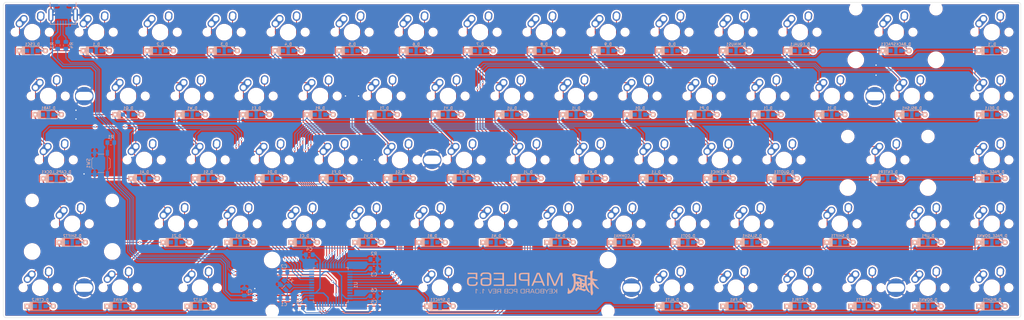
<source format=kicad_pcb>
(kicad_pcb (version 20171130) (host pcbnew "(5.1.9-1-g591a07d2d9)-1")
  (layers (0 F.Cu signal) (31 B.Cu signal) (34 B.Paste user) (35 F.Paste user) (36 B.SilkS user) (37 F.SilkS user) (38 B.Mask user) (39 F.Mask user) (44 Edge.Cuts user))
  (net 0 "")
  (net 1 VCC)
  (net 2 /col0)
  (net 3 /col1)
  (net 4 /col2)
  (net 5 /col3)
  (net 6 /col4)
  (net 7 /col5)
  (net 8 /col6)
  (net 9 /col7)
  (net 10 /col8)
  (net 11 /col9)
  (net 12 /col10)
  (net 13 /col11)
  (net 14 /col12)
  (net 15 /col13)
  (net 16 /col14)
  (net 17 "Net-(D_1-Pad2)")
  (net 18 "Net-(D_2-Pad2)")
  (net 19 "Net-(D_3-Pad2)")
  (net 20 "Net-(D_4-Pad2)")
  (net 21 "Net-(D_5-Pad2)")
  (net 22 "Net-(D_6-Pad2)")
  (net 23 "Net-(D_7-Pad2)")
  (net 24 "Net-(D_8-Pad2)")
  (net 25 "Net-(D_9-Pad2)")
  (net 26 "Net-(D_0-Pad2)")
  (net 27 "Net-(D_SHIFT1-Pad2)")
  (net 28 "Net-(D_ALT1-Pad2)")
  (net 29 "Net-(D_CTRL1-Pad2)")
  (net 30 "Net-(C1-Pad1)")
  (net 31 "Net-(C2-Pad1)")
  (net 32 "Net-(C8-Pad1)")
  (net 33 "Net-(J1-Pad2)")
  (net 34 "Net-(J1-Pad3)")
  (net 35 "Net-(J1-Pad4)")
  (net 36 "Net-(R1-Pad1)")
  (net 37 "Net-(R2-Pad2)")
  (net 38 "Net-(R3-Pad1)")
  (net 39 "Net-(R4-Pad1)")
  (net 40 "Net-(U1-Pad1)")
  (net 41 "Net-(U1-Pad18)")
  (net 42 "Net-(U1-Pad42)")
  (net 43 /row0)
  (net 44 /row1)
  (net 45 /row2)
  (net 46 /row4)
  (net 47 /row3)
  (net 48 "Net-(D_SPACE1-Pad2)")
  (net 49 "Net-(D_[1-Pad2)")
  (net 50 "Net-(D_]1-Pad2)")
  (net 51 "Net-(D_`1-Pad2)")
  (net 52 "Net-(D_A1-Pad2)")
  (net 53 "Net-(D_ALT2-Pad2)")
  (net 54 "Net-(D_B1-Pad2)")
  (net 55 "Net-(D_BACKSPACE1-Pad2)")
  (net 56 "Net-(D_BSLSH1-Pad2)")
  (net 57 "Net-(D_C1-Pad2)")
  (net 58 "Net-(D_CAPS_LOCK1-Pad2)")
  (net 59 "Net-(D_COMMA1-Pad2)")
  (net 60 "Net-(D_CTRL2-Pad2)")
  (net 61 "Net-(D_D1-Pad2)")
  (net 62 "Net-(D_DEL1-Pad2)")
  (net 63 "Net-(D_DOT1-Pad2)")
  (net 64 "Net-(D_DOWN1-Pad2)")
  (net 65 "Net-(D_E1-Pad2)")
  (net 66 "Net-(D_ENTER1-Pad2)")
  (net 67 "Net-(D_EQUAL1-Pad2)")
  (net 68 "Net-(D_ESC1-Pad2)")
  (net 69 "Net-(D_F1-Pad2)")
  (net 70 "Net-(D_FN1-Pad2)")
  (net 71 "Net-(D_G1-Pad2)")
  (net 72 "Net-(D_H1-Pad2)")
  (net 73 "Net-(D_I1-Pad2)")
  (net 74 "Net-(D_J1-Pad2)")
  (net 75 "Net-(D_K1-Pad2)")
  (net 76 "Net-(D_L1-Pad2)")
  (net 77 "Net-(D_LEFT1-Pad2)")
  (net 78 "Net-(D_M1-Pad2)")
  (net 79 "Net-(D_MINUS1-Pad2)")
  (net 80 "Net-(D_N1-Pad2)")
  (net 81 "Net-(D_O1-Pad2)")
  (net 82 "Net-(D_P1-Pad2)")
  (net 83 "Net-(D_PAGE_DOWN1-Pad2)")
  (net 84 "Net-(D_PAGE_UP1-Pad2)")
  (net 85 "Net-(D_Q1-Pad2)")
  (net 86 "Net-(D_QUOTE1-Pad2)")
  (net 87 "Net-(D_R1-Pad2)")
  (net 88 "Net-(D_RIGHT1-Pad2)")
  (net 89 "Net-(D_S1-Pad2)")
  (net 90 "Net-(D_SEMIC1-Pad2)")
  (net 91 "Net-(D_SHIFT2-Pad2)")
  (net 92 "Net-(D_SLASH1-Pad2)")
  (net 93 "Net-(D_T1-Pad2)")
  (net 94 "Net-(D_TAB1-Pad2)")
  (net 95 "Net-(D_U1-Pad2)")
  (net 96 "Net-(D_UP1-Pad2)")
  (net 97 "Net-(D_V1-Pad2)")
  (net 98 "Net-(D_W1-Pad2)")
  (net 99 "Net-(D_WIN1-Pad2)")
  (net 100 "Net-(D_X1-Pad2)")
  (net 101 "Net-(D_Y1-Pad2)")
  (net 102 "Net-(D_Z1-Pad2)")
  (net 103 "Net-(U1-Pad8)")
  (net 104 "Net-(U1-Pad12)")
  (net 105 "Net-(U1-Pad41)")
  (net 106 GND)
  (module MX_Alps_Hybrid:MX-1U-NoLED (layer F.Cu) (at 153.35 48.575)
    (fp_text reference K_Y1)
    (fp_text value KEYSW)
    (pad "" np_thru_hole circle (at 5.08 0 48.0996) (size 1.75 1.75) (drill 1.75) (layers *.Cu *.Mask))
    (pad "" np_thru_hole circle (at -5.08 0 48.0996) (size 1.75 1.75) (drill 1.75) (layers *.Cu *.Mask))
    (pad 1 thru_hole circle (at -2.5 -4) (size 2.25 2.25) (drill 1.47) (layers *.Cu B.Mask) (net 8 /col6))
    (pad "" np_thru_hole circle (at 0 0) (size 3.9878 3.9878) (drill 3.9878) (layers *.Cu *.Mask))
    (pad 1 thru_hole oval (at -3.81 -2.54 48.0996) (size 4.211556 2.25) (drill 1.47 (offset 0.980778 0)) (layers *.Cu B.Mask) (net 8 /col6))
    (pad 2 thru_hole circle (at 2.54 -5.08) (size 2.25 2.25) (drill 1.47) (layers *.Cu B.Mask) (net 101 "Net-(D_Y1-Pad2)"))
    (pad 2 thru_hole oval (at 2.5 -4.5 86.0548) (size 2.831378 2.25) (drill 1.47 (offset 0.290689 0)) (layers *.Cu B.Mask) (net 101 "Net-(D_Y1-Pad2)"))
  )
  (module Silkscreen_Text:Maple65_Text_FP (layer B.Cu) (at 178.65 104.325 180)
    (fp_text reference G*** hide)
    (fp_text value LOGO hide)
  )
  (module MX_Alps_Hybrid:MX-6.25U-ReversedStabilizers-NoLED (layer F.Cu) (at 150.969588 105.725)
    (fp_text reference K_SPACE1)
    (fp_text value KEYSW)
    (pad "" np_thru_hole circle (at 49.9999 -8.255) (size 3.9878 3.9878) (drill 3.9878) (layers *.Cu *.Mask))
    (pad "" np_thru_hole circle (at -49.9999 -8.255) (size 3.9878 3.9878) (drill 3.9878) (layers *.Cu *.Mask))
    (pad "" np_thru_hole circle (at 49.9999 6.985) (size 3.048 3.048) (drill 3.048) (layers *.Cu *.Mask))
    (pad "" np_thru_hole circle (at -49.9999 6.985) (size 3.048 3.048) (drill 3.048) (layers *.Cu *.Mask))
    (pad "" np_thru_hole circle (at 5.08 0 48.0996) (size 1.75 1.75) (drill 1.75) (layers *.Cu *.Mask))
    (pad "" np_thru_hole circle (at -5.08 0 48.0996) (size 1.75 1.75) (drill 1.75) (layers *.Cu *.Mask))
    (pad 1 thru_hole circle (at -2.5 -4) (size 2.25 2.25) (drill 1.47) (layers *.Cu B.Mask) (net 7 /col5))
    (pad "" np_thru_hole circle (at 0 0) (size 3.9878 3.9878) (drill 3.9878) (layers *.Cu *.Mask))
    (pad 1 thru_hole oval (at -3.81 -2.54 48.0996) (size 4.211556 2.25) (drill 1.47 (offset 0.980778 0)) (layers *.Cu B.Mask) (net 7 /col5))
    (pad 2 thru_hole circle (at 2.54 -5.08) (size 2.25 2.25) (drill 1.47) (layers *.Cu B.Mask) (net 48 "Net-(D_SPACE1-Pad2)"))
    (pad 2 thru_hole oval (at 2.5 -4.5 86.0548) (size 2.831378 2.25) (drill 1.47 (offset 0.290689 0)) (layers *.Cu B.Mask) (net 48 "Net-(D_SPACE1-Pad2)"))
  )
  (module MX_Alps_Hybrid:MX-1.25U-NoLED (layer F.Cu) (at 79.53125 105.725)
    (fp_text reference K_ALT2)
    (fp_text value KEYSW)
    (pad "" np_thru_hole circle (at 5.08 0 48.0996) (size 1.75 1.75) (drill 1.75) (layers *.Cu *.Mask))
    (pad "" np_thru_hole circle (at -5.08 0 48.0996) (size 1.75 1.75) (drill 1.75) (layers *.Cu *.Mask))
    (pad 1 thru_hole circle (at -2.5 -4) (size 2.25 2.25) (drill 1.47) (layers *.Cu B.Mask) (net 4 /col2))
    (pad "" np_thru_hole circle (at 0 0) (size 3.9878 3.9878) (drill 3.9878) (layers *.Cu *.Mask))
    (pad 1 thru_hole oval (at -3.81 -2.54 48.0996) (size 4.211556 2.25) (drill 1.47 (offset 0.980778 0)) (layers *.Cu B.Mask) (net 4 /col2))
    (pad 2 thru_hole circle (at 2.54 -5.08) (size 2.25 2.25) (drill 1.47) (layers *.Cu B.Mask) (net 53 "Net-(D_ALT2-Pad2)"))
    (pad 2 thru_hole oval (at 2.5 -4.5 86.0548) (size 2.831378 2.25) (drill 1.47 (offset 0.290689 0)) (layers *.Cu B.Mask) (net 53 "Net-(D_ALT2-Pad2)"))
  )
  (module Housings_QFP:TQFP-44_10x10mm_Pitch0.8mm (layer B.Cu) (at 118.425 104.925 90)
    (fp_text reference U1 (at 0 7.45 90) (layer B.SilkS) (effects (justify mirror)))
    (fp_text value ATMEGA32U4)
    (pad 1 smd rect (at -5.7 4 90) (size 1.5 0.55) (layers B.Cu B.Paste B.Mask) (net 40 "Net-(U1-Pad1)"))
    (pad 2 smd rect (at -5.7 3.2 90) (size 1.5 0.55) (layers B.Cu B.Paste B.Mask) (net 1 VCC))
    (pad 3 smd rect (at -5.7 2.4 90) (size 1.5 0.55) (layers B.Cu B.Paste B.Mask) (net 38 "Net-(R3-Pad1)"))
    (pad 4 smd rect (at -5.7 1.6 90) (size 1.5 0.55) (layers B.Cu B.Paste B.Mask) (net 39 "Net-(R4-Pad1)"))
    (pad 5 smd rect (at -5.7 0.8 90) (size 1.5 0.55) (layers B.Cu B.Paste B.Mask) (net 106 GND))
    (pad 6 smd rect (at -5.7 0 90) (size 1.5 0.55) (layers B.Cu B.Paste B.Mask) (net 32 "Net-(C8-Pad1)"))
    (pad 7 smd rect (at -5.7 -0.8 90) (size 1.5 0.55) (layers B.Cu B.Paste B.Mask) (net 1 VCC))
    (pad 8 smd rect (at -5.7 -1.6 90) (size 1.5 0.55) (layers B.Cu B.Paste B.Mask) (net 103 "Net-(U1-Pad8)"))
    (pad 9 smd rect (at -5.7 -2.4 90) (size 1.5 0.55) (layers B.Cu B.Paste B.Mask) (net 16 /col14))
    (pad 10 smd rect (at -5.7 -3.2 90) (size 1.5 0.55) (layers B.Cu B.Paste B.Mask) (net 15 /col13))
    (pad 11 smd rect (at -5.7 -4 90) (size 1.5 0.55) (layers B.Cu B.Paste B.Mask) (net 14 /col12))
    (pad 12 smd rect (at -4 -5.7) (size 1.5 0.55) (layers B.Cu B.Paste B.Mask) (net 104 "Net-(U1-Pad12)"))
    (pad 13 smd rect (at -3.2 -5.7) (size 1.5 0.55) (layers B.Cu B.Paste B.Mask) (net 36 "Net-(R1-Pad1)"))
    (pad 14 smd rect (at -2.4 -5.7) (size 1.5 0.55) (layers B.Cu B.Paste B.Mask) (net 1 VCC))
    (pad 15 smd rect (at -1.6 -5.7) (size 1.5 0.55) (layers B.Cu B.Paste B.Mask) (net 106 GND))
    (pad 16 smd rect (at -0.8 -5.7) (size 1.5 0.55) (layers B.Cu B.Paste B.Mask) (net 30 "Net-(C1-Pad1)"))
    (pad 17 smd rect (at 0 -5.7) (size 1.5 0.55) (layers B.Cu B.Paste B.Mask) (net 31 "Net-(C2-Pad1)"))
    (pad 18 smd rect (at 0.8 -5.7) (size 1.5 0.55) (layers B.Cu B.Paste B.Mask) (net 41 "Net-(U1-Pad18)"))
    (pad 19 smd rect (at 1.6 -5.7) (size 1.5 0.55) (layers B.Cu B.Paste B.Mask) (net 4 /col2))
    (pad 20 smd rect (at 2.4 -5.7) (size 1.5 0.55) (layers B.Cu B.Paste B.Mask) (net 3 /col1))
    (pad 21 smd rect (at 3.2 -5.7) (size 1.5 0.55) (layers B.Cu B.Paste B.Mask) (net 2 /col0))
    (pad 22 smd rect (at 4 -5.7) (size 1.5 0.55) (layers B.Cu B.Paste B.Mask) (net 5 /col3))
    (pad 23 smd rect (at 5.7 -4 90) (size 1.5 0.55) (layers B.Cu B.Paste B.Mask) (net 106 GND))
    (pad 24 smd rect (at 5.7 -3.2 90) (size 1.5 0.55) (layers B.Cu B.Paste B.Mask) (net 1 VCC))
    (pad 25 smd rect (at 5.7 -2.4 90) (size 1.5 0.55) (layers B.Cu B.Paste B.Mask) (net 13 /col11))
    (pad 26 smd rect (at 5.7 -1.6 90) (size 1.5 0.55) (layers B.Cu B.Paste B.Mask) (net 12 /col10))
    (pad 27 smd rect (at 5.7 -0.8 90) (size 1.5 0.55) (layers B.Cu B.Paste B.Mask) (net 11 /col9))
    (pad 28 smd rect (at 5.7 0 90) (size 1.5 0.55) (layers B.Cu B.Paste B.Mask) (net 10 /col8))
    (pad 29 smd rect (at 5.7 0.8 90) (size 1.5 0.55) (layers B.Cu B.Paste B.Mask) (net 9 /col7))
    (pad 30 smd rect (at 5.7 1.6 90) (size 1.5 0.55) (layers B.Cu B.Paste B.Mask) (net 8 /col6))
    (pad 31 smd rect (at 5.7 2.4 90) (size 1.5 0.55) (layers B.Cu B.Paste B.Mask) (net 7 /col5))
    (pad 32 smd rect (at 5.7 3.2 90) (size 1.5 0.55) (layers B.Cu B.Paste B.Mask) (net 6 /col4))
    (pad 33 smd rect (at 5.7 4 90) (size 1.5 0.55) (layers B.Cu B.Paste B.Mask) (net 37 "Net-(R2-Pad2)"))
    (pad 34 smd rect (at 4 5.7) (size 1.5 0.55) (layers B.Cu B.Paste B.Mask) (net 1 VCC))
    (pad 35 smd rect (at 3.2 5.7) (size 1.5 0.55) (layers B.Cu B.Paste B.Mask) (net 106 GND))
    (pad 36 smd rect (at 2.4 5.7) (size 1.5 0.55) (layers B.Cu B.Paste B.Mask) (net 47 /row3))
    (pad 37 smd rect (at 1.6 5.7) (size 1.5 0.55) (layers B.Cu B.Paste B.Mask) (net 45 /row2))
    (pad 38 smd rect (at 0.8 5.7) (size 1.5 0.55) (layers B.Cu B.Paste B.Mask) (net 44 /row1))
    (pad 39 smd rect (at 0 5.7) (size 1.5 0.55) (layers B.Cu B.Paste B.Mask) (net 43 /row0))
    (pad 40 smd rect (at -0.8 5.7) (size 1.5 0.55) (layers B.Cu B.Paste B.Mask) (net 46 /row4))
    (pad 41 smd rect (at -1.6 5.7) (size 1.5 0.55) (layers B.Cu B.Paste B.Mask) (net 105 "Net-(U1-Pad41)"))
    (pad 42 smd rect (at -2.4 5.7) (size 1.5 0.55) (layers B.Cu B.Paste B.Mask) (net 42 "Net-(U1-Pad42)"))
    (pad 43 smd rect (at -3.2 5.7) (size 1.5 0.55) (layers B.Cu B.Paste B.Mask) (net 106 GND))
    (pad 44 smd rect (at -4 5.7) (size 1.5 0.55) (layers B.Cu B.Paste B.Mask) (net 1 VCC))
  )
  (module MX_Alps_Hybrid:MX-2.25U-NoLED (layer F.Cu) (at 41.43125 86.675)
    (fp_text reference K_SHIFT2)
    (fp_text value KEYSW)
    (pad "" np_thru_hole circle (at 11.938 8.255) (size 3.9878 3.9878) (drill 3.9878) (layers *.Cu *.Mask))
    (pad "" np_thru_hole circle (at -11.938 8.255) (size 3.9878 3.9878) (drill 3.9878) (layers *.Cu *.Mask))
    (pad "" np_thru_hole circle (at 11.938 -6.985) (size 3.048 3.048) (drill 3.048) (layers *.Cu *.Mask))
    (pad "" np_thru_hole circle (at -11.938 -6.985) (size 3.048 3.048) (drill 3.048) (layers *.Cu *.Mask))
    (pad "" np_thru_hole circle (at 5.08 0 48.0996) (size 1.75 1.75) (drill 1.75) (layers *.Cu *.Mask))
    (pad "" np_thru_hole circle (at -5.08 0 48.0996) (size 1.75 1.75) (drill 1.75) (layers *.Cu *.Mask))
    (pad 1 thru_hole circle (at -2.5 -4) (size 2.25 2.25) (drill 1.47) (layers *.Cu B.Mask) (net 2 /col0))
    (pad "" np_thru_hole circle (at 0 0) (size 3.9878 3.9878) (drill 3.9878) (layers *.Cu *.Mask))
    (pad 1 thru_hole oval (at -3.81 -2.54 48.0996) (size 4.211556 2.25) (drill 1.47 (offset 0.980778 0)) (layers *.Cu B.Mask) (net 2 /col0))
    (pad 2 thru_hole circle (at 2.54 -5.08) (size 2.25 2.25) (drill 1.47) (layers *.Cu B.Mask) (net 91 "Net-(D_SHIFT2-Pad2)"))
    (pad 2 thru_hole oval (at 2.5 -4.5 86.0548) (size 2.831378 2.25) (drill 1.47 (offset 0.290689 0)) (layers *.Cu B.Mask) (net 91 "Net-(D_SHIFT2-Pad2)"))
  )
  (module MX_Alps_Hybrid:MX-1U-NoLED (layer F.Cu) (at 267.65 48.575)
    (fp_text reference K_]1)
    (fp_text value KEYSW)
    (pad "" np_thru_hole circle (at 5.08 0 48.0996) (size 1.75 1.75) (drill 1.75) (layers *.Cu *.Mask))
    (pad "" np_thru_hole circle (at -5.08 0 48.0996) (size 1.75 1.75) (drill 1.75) (layers *.Cu *.Mask))
    (pad 1 thru_hole circle (at -2.5 -4) (size 2.25 2.25) (drill 1.47) (layers *.Cu B.Mask) (net 14 /col12))
    (pad "" np_thru_hole circle (at 0 0) (size 3.9878 3.9878) (drill 3.9878) (layers *.Cu *.Mask))
    (pad 1 thru_hole oval (at -3.81 -2.54 48.0996) (size 4.211556 2.25) (drill 1.47 (offset 0.980778 0)) (layers *.Cu B.Mask) (net 14 /col12))
    (pad 2 thru_hole circle (at 2.54 -5.08) (size 2.25 2.25) (drill 1.47) (layers *.Cu B.Mask) (net 50 "Net-(D_]1-Pad2)"))
    (pad 2 thru_hole oval (at 2.5 -4.5 86.0548) (size 2.831378 2.25) (drill 1.47 (offset 0.290689 0)) (layers *.Cu B.Mask) (net 50 "Net-(D_]1-Pad2)"))
  )
  (module MX_Alps_Hybrid:MX-1U-NoLED (layer F.Cu) (at 91.4375 86.675)
    (fp_text reference K_X1)
    (fp_text value KEYSW)
    (pad "" np_thru_hole circle (at 5.08 0 48.0996) (size 1.75 1.75) (drill 1.75) (layers *.Cu *.Mask))
    (pad "" np_thru_hole circle (at -5.08 0 48.0996) (size 1.75 1.75) (drill 1.75) (layers *.Cu *.Mask))
    (pad 1 thru_hole circle (at -2.5 -4) (size 2.25 2.25) (drill 1.47) (layers *.Cu B.Mask) (net 4 /col2))
    (pad "" np_thru_hole circle (at 0 0) (size 3.9878 3.9878) (drill 3.9878) (layers *.Cu *.Mask))
    (pad 1 thru_hole oval (at -3.81 -2.54 48.0996) (size 4.211556 2.25) (drill 1.47 (offset 0.980778 0)) (layers *.Cu B.Mask) (net 4 /col2))
    (pad 2 thru_hole circle (at 2.54 -5.08) (size 2.25 2.25) (drill 1.47) (layers *.Cu B.Mask) (net 100 "Net-(D_X1-Pad2)"))
    (pad 2 thru_hole oval (at 2.5 -4.5 86.0548) (size 2.831378 2.25) (drill 1.47 (offset 0.290689 0)) (layers *.Cu B.Mask) (net 100 "Net-(D_X1-Pad2)"))
  )
  (module MX_Alps_Hybrid:MX-1U-NoLED (layer F.Cu) (at 58.1 48.575)
    (fp_text reference K_Q1)
    (fp_text value KEYSW)
    (pad "" np_thru_hole circle (at 5.08 0 48.0996) (size 1.75 1.75) (drill 1.75) (layers *.Cu *.Mask))
    (pad "" np_thru_hole circle (at -5.08 0 48.0996) (size 1.75 1.75) (drill 1.75) (layers *.Cu *.Mask))
    (pad 1 thru_hole circle (at -2.5 -4) (size 2.25 2.25) (drill 1.47) (layers *.Cu B.Mask) (net 3 /col1))
    (pad "" np_thru_hole circle (at 0 0) (size 3.9878 3.9878) (drill 3.9878) (layers *.Cu *.Mask))
    (pad 1 thru_hole oval (at -3.81 -2.54 48.0996) (size 4.211556 2.25) (drill 1.47 (offset 0.980778 0)) (layers *.Cu B.Mask) (net 3 /col1))
    (pad 2 thru_hole circle (at 2.54 -5.08) (size 2.25 2.25) (drill 1.47) (layers *.Cu B.Mask) (net 85 "Net-(D_Q1-Pad2)"))
    (pad 2 thru_hole oval (at 2.5 -4.5 86.0548) (size 2.831378 2.25) (drill 1.47 (offset 0.290689 0)) (layers *.Cu B.Mask) (net 85 "Net-(D_Q1-Pad2)"))
  )
  (module MX_Alps_Hybrid:MX-1U-NoLED (layer F.Cu) (at 29.525 29.525)
    (fp_text reference K_ESC1)
    (fp_text value KEYSW)
    (pad "" np_thru_hole circle (at 5.08 0 48.0996) (size 1.75 1.75) (drill 1.75) (layers *.Cu *.Mask))
    (pad "" np_thru_hole circle (at -5.08 0 48.0996) (size 1.75 1.75) (drill 1.75) (layers *.Cu *.Mask))
    (pad 1 thru_hole circle (at -2.5 -4) (size 2.25 2.25) (drill 1.47) (layers *.Cu B.Mask) (net 2 /col0))
    (pad "" np_thru_hole circle (at 0 0) (size 3.9878 3.9878) (drill 3.9878) (layers *.Cu *.Mask))
    (pad 1 thru_hole oval (at -3.81 -2.54 48.0996) (size 4.211556 2.25) (drill 1.47 (offset 0.980778 0)) (layers *.Cu B.Mask) (net 2 /col0))
    (pad 2 thru_hole circle (at 2.54 -5.08) (size 2.25 2.25) (drill 1.47) (layers *.Cu B.Mask) (net 68 "Net-(D_ESC1-Pad2)"))
    (pad 2 thru_hole oval (at 2.5 -4.5 86.0548) (size 2.831378 2.25) (drill 1.47 (offset 0.290689 0)) (layers *.Cu B.Mask) (net 68 "Net-(D_ESC1-Pad2)"))
  )
  (module MX_Alps_Hybrid:MX-1.5U-NoLED (layer F.Cu) (at 291.4625 48.575)
    (fp_text reference K_BSLSH1)
    (fp_text value KEYSW)
    (pad "" np_thru_hole circle (at 5.08 0 48.0996) (size 1.75 1.75) (drill 1.75) (layers *.Cu *.Mask))
    (pad "" np_thru_hole circle (at -5.08 0 48.0996) (size 1.75 1.75) (drill 1.75) (layers *.Cu *.Mask))
    (pad 1 thru_hole circle (at -2.5 -4) (size 2.25 2.25) (drill 1.47) (layers *.Cu B.Mask) (net 15 /col13))
    (pad "" np_thru_hole circle (at 0 0) (size 3.9878 3.9878) (drill 3.9878) (layers *.Cu *.Mask))
    (pad 1 thru_hole oval (at -3.81 -2.54 48.0996) (size 4.211556 2.25) (drill 1.47 (offset 0.980778 0)) (layers *.Cu B.Mask) (net 15 /col13))
    (pad 2 thru_hole circle (at 2.54 -5.08) (size 2.25 2.25) (drill 1.47) (layers *.Cu B.Mask) (net 56 "Net-(D_BSLSH1-Pad2)"))
    (pad 2 thru_hole oval (at 2.5 -4.5 86.0548) (size 2.831378 2.25) (drill 1.47 (offset 0.290689 0)) (layers *.Cu B.Mask) (net 56 "Net-(D_BSLSH1-Pad2)"))
  )
  (module MX_Alps_Hybrid:MX-1U-NoLED (layer F.Cu) (at 110.4875 86.675)
    (fp_text reference K_C1)
    (fp_text value KEYSW)
    (pad "" np_thru_hole circle (at 5.08 0 48.0996) (size 1.75 1.75) (drill 1.75) (layers *.Cu *.Mask))
    (pad "" np_thru_hole circle (at -5.08 0 48.0996) (size 1.75 1.75) (drill 1.75) (layers *.Cu *.Mask))
    (pad 1 thru_hole circle (at -2.5 -4) (size 2.25 2.25) (drill 1.47) (layers *.Cu B.Mask) (net 5 /col3))
    (pad "" np_thru_hole circle (at 0 0) (size 3.9878 3.9878) (drill 3.9878) (layers *.Cu *.Mask))
    (pad 1 thru_hole oval (at -3.81 -2.54 48.0996) (size 4.211556 2.25) (drill 1.47 (offset 0.980778 0)) (layers *.Cu B.Mask) (net 5 /col3))
    (pad 2 thru_hole circle (at 2.54 -5.08) (size 2.25 2.25) (drill 1.47) (layers *.Cu B.Mask) (net 57 "Net-(D_C1-Pad2)"))
    (pad 2 thru_hole oval (at 2.5 -4.5 86.0548) (size 2.831378 2.25) (drill 1.47 (offset 0.290689 0)) (layers *.Cu B.Mask) (net 57 "Net-(D_C1-Pad2)"))
  )
  (module keyboard_parts:D_SOD123_axial (layer B.Cu) (at 79.55 111.25)
    (fp_text reference D_ALT2 (at 0 -1.925) (layer B.SilkS) (effects (font (size 0.8 0.8)) (justify mirror)))
    (fp_text value D hide)
    (pad 2 smd rect (at 2.7 0) (size 2.5 0.5) (layers B.Cu) (net 53 "Net-(D_ALT2-Pad2)"))
    (pad 1 smd rect (at -2.7 0) (size 2.5 0.5) (layers B.Cu) (net 46 /row4))
    (pad 2 thru_hole circle (at 3.9 0) (size 1.6 1.6) (drill 0.7) (layers *.Cu *.Mask B.SilkS) (net 53 "Net-(D_ALT2-Pad2)"))
    (pad 1 thru_hole rect (at -3.9 0) (size 1.6 1.6) (drill 0.7) (layers *.Cu *.Mask B.SilkS) (net 46 /row4))
    (pad 1 smd rect (at -1.575 0) (size 1.2 1.2) (layers B.Cu B.Paste B.Mask) (net 46 /row4))
    (pad 2 smd rect (at 1.575 0) (size 1.2 1.2) (layers B.Cu B.Paste B.Mask) (net 53 "Net-(D_ALT2-Pad2)"))
  )
  (module MX_Alps_Hybrid:MX-1U-NoLED (layer F.Cu) (at 77.15 48.575)
    (fp_text reference K_W1)
    (fp_text value KEYSW)
    (pad "" np_thru_hole circle (at 5.08 0 48.0996) (size 1.75 1.75) (drill 1.75) (layers *.Cu *.Mask))
    (pad "" np_thru_hole circle (at -5.08 0 48.0996) (size 1.75 1.75) (drill 1.75) (layers *.Cu *.Mask))
    (pad 1 thru_hole circle (at -2.5 -4) (size 2.25 2.25) (drill 1.47) (layers *.Cu B.Mask) (net 4 /col2))
    (pad "" np_thru_hole circle (at 0 0) (size 3.9878 3.9878) (drill 3.9878) (layers *.Cu *.Mask))
    (pad 1 thru_hole oval (at -3.81 -2.54 48.0996) (size 4.211556 2.25) (drill 1.47 (offset 0.980778 0)) (layers *.Cu B.Mask) (net 4 /col2))
    (pad 2 thru_hole circle (at 2.54 -5.08) (size 2.25 2.25) (drill 1.47) (layers *.Cu B.Mask) (net 98 "Net-(D_W1-Pad2)"))
    (pad 2 thru_hole oval (at 2.5 -4.5 86.0548) (size 2.831378 2.25) (drill 1.47 (offset 0.290689 0)) (layers *.Cu B.Mask) (net 98 "Net-(D_W1-Pad2)"))
  )
  (module MX_Alps_Hybrid:MX-1U-NoLED (layer F.Cu) (at 220.025 29.525)
    (fp_text reference K_0)
    (fp_text value KEYSW)
    (pad "" np_thru_hole circle (at 5.08 0 48.0996) (size 1.75 1.75) (drill 1.75) (layers *.Cu *.Mask))
    (pad "" np_thru_hole circle (at -5.08 0 48.0996) (size 1.75 1.75) (drill 1.75) (layers *.Cu *.Mask))
    (pad 1 thru_hole circle (at -2.5 -4) (size 2.25 2.25) (drill 1.47) (layers *.Cu B.Mask) (net 12 /col10))
    (pad "" np_thru_hole circle (at 0 0) (size 3.9878 3.9878) (drill 3.9878) (layers *.Cu *.Mask))
    (pad 1 thru_hole oval (at -3.81 -2.54 48.0996) (size 4.211556 2.25) (drill 1.47 (offset 0.980778 0)) (layers *.Cu B.Mask) (net 12 /col10))
    (pad 2 thru_hole circle (at 2.54 -5.08) (size 2.25 2.25) (drill 1.47) (layers *.Cu B.Mask) (net 26 "Net-(D_0-Pad2)"))
    (pad 2 thru_hole oval (at 2.5 -4.5 86.0548) (size 2.831378 2.25) (drill 1.47 (offset 0.290689 0)) (layers *.Cu B.Mask) (net 26 "Net-(D_0-Pad2)"))
  )
  (module MX_Alps_Hybrid:MX-1U-NoLED (layer F.Cu) (at 191.45 48.575)
    (fp_text reference K_I1)
    (fp_text value KEYSW)
    (pad "" np_thru_hole circle (at 5.08 0 48.0996) (size 1.75 1.75) (drill 1.75) (layers *.Cu *.Mask))
    (pad "" np_thru_hole circle (at -5.08 0 48.0996) (size 1.75 1.75) (drill 1.75) (layers *.Cu *.Mask))
    (pad 1 thru_hole circle (at -2.5 -4) (size 2.25 2.25) (drill 1.47) (layers *.Cu B.Mask) (net 10 /col8))
    (pad "" np_thru_hole circle (at 0 0) (size 3.9878 3.9878) (drill 3.9878) (layers *.Cu *.Mask))
    (pad 1 thru_hole oval (at -3.81 -2.54 48.0996) (size 4.211556 2.25) (drill 1.47 (offset 0.980778 0)) (layers *.Cu B.Mask) (net 10 /col8))
    (pad 2 thru_hole circle (at 2.54 -5.08) (size 2.25 2.25) (drill 1.47) (layers *.Cu B.Mask) (net 73 "Net-(D_I1-Pad2)"))
    (pad 2 thru_hole oval (at 2.5 -4.5 86.0548) (size 2.831378 2.25) (drill 1.47 (offset 0.290689 0)) (layers *.Cu B.Mask) (net 73 "Net-(D_I1-Pad2)"))
  )
  (module MX_Alps_Hybrid:MX-1.5U-NoLED (layer F.Cu) (at 34.2875 48.575)
    (fp_text reference K_TAB1)
    (fp_text value KEYSW)
    (pad "" np_thru_hole circle (at 5.08 0 48.0996) (size 1.75 1.75) (drill 1.75) (layers *.Cu *.Mask))
    (pad "" np_thru_hole circle (at -5.08 0 48.0996) (size 1.75 1.75) (drill 1.75) (layers *.Cu *.Mask))
    (pad 1 thru_hole circle (at -2.5 -4) (size 2.25 2.25) (drill 1.47) (layers *.Cu B.Mask) (net 2 /col0))
    (pad "" np_thru_hole circle (at 0 0) (size 3.9878 3.9878) (drill 3.9878) (layers *.Cu *.Mask))
    (pad 1 thru_hole oval (at -3.81 -2.54 48.0996) (size 4.211556 2.25) (drill 1.47 (offset 0.980778 0)) (layers *.Cu B.Mask) (net 2 /col0))
    (pad 2 thru_hole circle (at 2.54 -5.08) (size 2.25 2.25) (drill 1.47) (layers *.Cu B.Mask) (net 94 "Net-(D_TAB1-Pad2)"))
    (pad 2 thru_hole oval (at 2.5 -4.5 86.0548) (size 2.831378 2.25) (drill 1.47 (offset 0.290689 0)) (layers *.Cu B.Mask) (net 94 "Net-(D_TAB1-Pad2)"))
  )
  (module MX_Alps_Hybrid:MX-1U-NoLED (layer F.Cu) (at 72.3875 86.675)
    (fp_text reference K_Z1)
    (fp_text value KEYSW)
    (pad "" np_thru_hole circle (at 5.08 0 48.0996) (size 1.75 1.75) (drill 1.75) (layers *.Cu *.Mask))
    (pad "" np_thru_hole circle (at -5.08 0 48.0996) (size 1.75 1.75) (drill 1.75) (layers *.Cu *.Mask))
    (pad 1 thru_hole circle (at -2.5 -4) (size 2.25 2.25) (drill 1.47) (layers *.Cu B.Mask) (net 3 /col1))
    (pad "" np_thru_hole circle (at 0 0) (size 3.9878 3.9878) (drill 3.9878) (layers *.Cu *.Mask))
    (pad 1 thru_hole oval (at -3.81 -2.54 48.0996) (size 4.211556 2.25) (drill 1.47 (offset 0.980778 0)) (layers *.Cu B.Mask) (net 3 /col1))
    (pad 2 thru_hole circle (at 2.54 -5.08) (size 2.25 2.25) (drill 1.47) (layers *.Cu B.Mask) (net 102 "Net-(D_Z1-Pad2)"))
    (pad 2 thru_hole oval (at 2.5 -4.5 86.0548) (size 2.831378 2.25) (drill 1.47 (offset 0.290689 0)) (layers *.Cu B.Mask) (net 102 "Net-(D_Z1-Pad2)"))
  )
  (module MX_Alps_Hybrid:MX-1.25U-NoLED (layer F.Cu) (at 55.71875 105.725)
    (fp_text reference K_WIN1)
    (fp_text value KEYSW)
    (pad "" np_thru_hole circle (at 5.08 0 48.0996) (size 1.75 1.75) (drill 1.75) (layers *.Cu *.Mask))
    (pad "" np_thru_hole circle (at -5.08 0 48.0996) (size 1.75 1.75) (drill 1.75) (layers *.Cu *.Mask))
    (pad 1 thru_hole circle (at -2.5 -4) (size 2.25 2.25) (drill 1.47) (layers *.Cu B.Mask) (net 3 /col1))
    (pad "" np_thru_hole circle (at 0 0) (size 3.9878 3.9878) (drill 3.9878) (layers *.Cu *.Mask))
    (pad 1 thru_hole oval (at -3.81 -2.54 48.0996) (size 4.211556 2.25) (drill 1.47 (offset 0.980778 0)) (layers *.Cu B.Mask) (net 3 /col1))
    (pad 2 thru_hole circle (at 2.54 -5.08) (size 2.25 2.25) (drill 1.47) (layers *.Cu B.Mask) (net 99 "Net-(D_WIN1-Pad2)"))
    (pad 2 thru_hole oval (at 2.5 -4.5 86.0548) (size 2.831378 2.25) (drill 1.47 (offset 0.290689 0)) (layers *.Cu B.Mask) (net 99 "Net-(D_WIN1-Pad2)"))
  )
  (module MX_Alps_Hybrid:MX-1U-NoLED (layer F.Cu) (at 129.5375 86.675)
    (fp_text reference K_V1)
    (fp_text value KEYSW)
    (pad "" np_thru_hole circle (at 5.08 0 48.0996) (size 1.75 1.75) (drill 1.75) (layers *.Cu *.Mask))
    (pad "" np_thru_hole circle (at -5.08 0 48.0996) (size 1.75 1.75) (drill 1.75) (layers *.Cu *.Mask))
    (pad 1 thru_hole circle (at -2.5 -4) (size 2.25 2.25) (drill 1.47) (layers *.Cu B.Mask) (net 6 /col4))
    (pad "" np_thru_hole circle (at 0 0) (size 3.9878 3.9878) (drill 3.9878) (layers *.Cu *.Mask))
    (pad 1 thru_hole oval (at -3.81 -2.54 48.0996) (size 4.211556 2.25) (drill 1.47 (offset 0.980778 0)) (layers *.Cu B.Mask) (net 6 /col4))
    (pad 2 thru_hole circle (at 2.54 -5.08) (size 2.25 2.25) (drill 1.47) (layers *.Cu B.Mask) (net 97 "Net-(D_V1-Pad2)"))
    (pad 2 thru_hole oval (at 2.5 -4.5 86.0548) (size 2.831378 2.25) (drill 1.47 (offset 0.290689 0)) (layers *.Cu B.Mask) (net 97 "Net-(D_V1-Pad2)"))
  )
  (module MX_Alps_Hybrid:MX-1U-NoLED (layer F.Cu) (at 296.225 86.675)
    (fp_text reference K_UP1)
    (fp_text value KEYSW)
    (pad "" np_thru_hole circle (at 5.08 0 48.0996) (size 1.75 1.75) (drill 1.75) (layers *.Cu *.Mask))
    (pad "" np_thru_hole circle (at -5.08 0 48.0996) (size 1.75 1.75) (drill 1.75) (layers *.Cu *.Mask))
    (pad 1 thru_hole circle (at -2.5 -4) (size 2.25 2.25) (drill 1.47) (layers *.Cu B.Mask) (net 14 /col12))
    (pad "" np_thru_hole circle (at 0 0) (size 3.9878 3.9878) (drill 3.9878) (layers *.Cu *.Mask))
    (pad 1 thru_hole oval (at -3.81 -2.54 48.0996) (size 4.211556 2.25) (drill 1.47 (offset 0.980778 0)) (layers *.Cu B.Mask) (net 14 /col12))
    (pad 2 thru_hole circle (at 2.54 -5.08) (size 2.25 2.25) (drill 1.47) (layers *.Cu B.Mask) (net 96 "Net-(D_UP1-Pad2)"))
    (pad 2 thru_hole oval (at 2.5 -4.5 86.0548) (size 2.831378 2.25) (drill 1.47 (offset 0.290689 0)) (layers *.Cu B.Mask) (net 96 "Net-(D_UP1-Pad2)"))
  )
  (module MX_Alps_Hybrid:MX-1U-NoLED (layer F.Cu) (at 172.4 48.575)
    (fp_text reference K_U1)
    (fp_text value KEYSW)
    (pad "" np_thru_hole circle (at 5.08 0 48.0996) (size 1.75 1.75) (drill 1.75) (layers *.Cu *.Mask))
    (pad "" np_thru_hole circle (at -5.08 0 48.0996) (size 1.75 1.75) (drill 1.75) (layers *.Cu *.Mask))
    (pad 1 thru_hole circle (at -2.5 -4) (size 2.25 2.25) (drill 1.47) (layers *.Cu B.Mask) (net 9 /col7))
    (pad "" np_thru_hole circle (at 0 0) (size 3.9878 3.9878) (drill 3.9878) (layers *.Cu *.Mask))
    (pad 1 thru_hole oval (at -3.81 -2.54 48.0996) (size 4.211556 2.25) (drill 1.47 (offset 0.980778 0)) (layers *.Cu B.Mask) (net 9 /col7))
    (pad 2 thru_hole circle (at 2.54 -5.08) (size 2.25 2.25) (drill 1.47) (layers *.Cu B.Mask) (net 95 "Net-(D_U1-Pad2)"))
    (pad 2 thru_hole oval (at 2.5 -4.5 86.0548) (size 2.831378 2.25) (drill 1.47 (offset 0.290689 0)) (layers *.Cu B.Mask) (net 95 "Net-(D_U1-Pad2)"))
  )
  (module MX_Alps_Hybrid:MX-1U-NoLED (layer F.Cu) (at 134.3 48.575)
    (fp_text reference K_T1)
    (fp_text value KEYSW)
    (pad "" np_thru_hole circle (at 5.08 0 48.0996) (size 1.75 1.75) (drill 1.75) (layers *.Cu *.Mask))
    (pad "" np_thru_hole circle (at -5.08 0 48.0996) (size 1.75 1.75) (drill 1.75) (layers *.Cu *.Mask))
    (pad 1 thru_hole circle (at -2.5 -4) (size 2.25 2.25) (drill 1.47) (layers *.Cu B.Mask) (net 7 /col5))
    (pad "" np_thru_hole circle (at 0 0) (size 3.9878 3.9878) (drill 3.9878) (layers *.Cu *.Mask))
    (pad 1 thru_hole oval (at -3.81 -2.54 48.0996) (size 4.211556 2.25) (drill 1.47 (offset 0.980778 0)) (layers *.Cu B.Mask) (net 7 /col5))
    (pad 2 thru_hole circle (at 2.54 -5.08) (size 2.25 2.25) (drill 1.47) (layers *.Cu B.Mask) (net 93 "Net-(D_T1-Pad2)"))
    (pad 2 thru_hole oval (at 2.5 -4.5 86.0548) (size 2.831378 2.25) (drill 1.47 (offset 0.290689 0)) (layers *.Cu B.Mask) (net 93 "Net-(D_T1-Pad2)"))
  )
  (module MX_Alps_Hybrid:MX-1U-NoLED (layer F.Cu) (at 243.8375 86.675)
    (fp_text reference K_SLASH1)
    (fp_text value KEYSW)
    (pad "" np_thru_hole circle (at 5.08 0 48.0996) (size 1.75 1.75) (drill 1.75) (layers *.Cu *.Mask))
    (pad "" np_thru_hole circle (at -5.08 0 48.0996) (size 1.75 1.75) (drill 1.75) (layers *.Cu *.Mask))
    (pad 1 thru_hole circle (at -2.5 -4) (size 2.25 2.25) (drill 1.47) (layers *.Cu B.Mask) (net 12 /col10))
    (pad "" np_thru_hole circle (at 0 0) (size 3.9878 3.9878) (drill 3.9878) (layers *.Cu *.Mask))
    (pad 1 thru_hole oval (at -3.81 -2.54 48.0996) (size 4.211556 2.25) (drill 1.47 (offset 0.980778 0)) (layers *.Cu B.Mask) (net 12 /col10))
    (pad 2 thru_hole circle (at 2.54 -5.08) (size 2.25 2.25) (drill 1.47) (layers *.Cu B.Mask) (net 92 "Net-(D_SLASH1-Pad2)"))
    (pad 2 thru_hole oval (at 2.5 -4.5 86.0548) (size 2.831378 2.25) (drill 1.47 (offset 0.290689 0)) (layers *.Cu B.Mask) (net 92 "Net-(D_SLASH1-Pad2)"))
  )
  (module MX_Alps_Hybrid:MX-1.75U-NoLED (layer F.Cu) (at 270.03125 86.675)
    (fp_text reference K_SHIFT1)
    (fp_text value KEYSW)
    (pad "" np_thru_hole circle (at 5.08 0 48.0996) (size 1.75 1.75) (drill 1.75) (layers *.Cu *.Mask))
    (pad "" np_thru_hole circle (at -5.08 0 48.0996) (size 1.75 1.75) (drill 1.75) (layers *.Cu *.Mask))
    (pad 1 thru_hole circle (at -2.5 -4) (size 2.25 2.25) (drill 1.47) (layers *.Cu B.Mask) (net 13 /col11))
    (pad "" np_thru_hole circle (at 0 0) (size 3.9878 3.9878) (drill 3.9878) (layers *.Cu *.Mask))
    (pad 1 thru_hole oval (at -3.81 -2.54 48.0996) (size 4.211556 2.25) (drill 1.47 (offset 0.980778 0)) (layers *.Cu B.Mask) (net 13 /col11))
    (pad 2 thru_hole circle (at 2.54 -5.08) (size 2.25 2.25) (drill 1.47) (layers *.Cu B.Mask) (net 27 "Net-(D_SHIFT1-Pad2)"))
    (pad 2 thru_hole oval (at 2.5 -4.5 86.0548) (size 2.831378 2.25) (drill 1.47 (offset 0.290689 0)) (layers *.Cu B.Mask) (net 27 "Net-(D_SHIFT1-Pad2)"))
  )
  (module MX_Alps_Hybrid:MX-1U-NoLED (layer F.Cu) (at 234.3125 67.625)
    (fp_text reference K_SEMIC1)
    (fp_text value KEYSW)
    (pad "" np_thru_hole circle (at 5.08 0 48.0996) (size 1.75 1.75) (drill 1.75) (layers *.Cu *.Mask))
    (pad "" np_thru_hole circle (at -5.08 0 48.0996) (size 1.75 1.75) (drill 1.75) (layers *.Cu *.Mask))
    (pad 1 thru_hole circle (at -2.5 -4) (size 2.25 2.25) (drill 1.47) (layers *.Cu B.Mask) (net 12 /col10))
    (pad "" np_thru_hole circle (at 0 0) (size 3.9878 3.9878) (drill 3.9878) (layers *.Cu *.Mask))
    (pad 1 thru_hole oval (at -3.81 -2.54 48.0996) (size 4.211556 2.25) (drill 1.47 (offset 0.980778 0)) (layers *.Cu B.Mask) (net 12 /col10))
    (pad 2 thru_hole circle (at 2.54 -5.08) (size 2.25 2.25) (drill 1.47) (layers *.Cu B.Mask) (net 90 "Net-(D_SEMIC1-Pad2)"))
    (pad 2 thru_hole oval (at 2.5 -4.5 86.0548) (size 2.831378 2.25) (drill 1.47 (offset 0.290689 0)) (layers *.Cu B.Mask) (net 90 "Net-(D_SEMIC1-Pad2)"))
  )
  (module MX_Alps_Hybrid:MX-1U-NoLED (layer F.Cu) (at 81.9125 67.625)
    (fp_text reference K_S1)
    (fp_text value KEYSW)
    (pad "" np_thru_hole circle (at 5.08 0 48.0996) (size 1.75 1.75) (drill 1.75) (layers *.Cu *.Mask))
    (pad "" np_thru_hole circle (at -5.08 0 48.0996) (size 1.75 1.75) (drill 1.75) (layers *.Cu *.Mask))
    (pad 1 thru_hole circle (at -2.5 -4) (size 2.25 2.25) (drill 1.47) (layers *.Cu B.Mask) (net 4 /col2))
    (pad "" np_thru_hole circle (at 0 0) (size 3.9878 3.9878) (drill 3.9878) (layers *.Cu *.Mask))
    (pad 1 thru_hole oval (at -3.81 -2.54 48.0996) (size 4.211556 2.25) (drill 1.47 (offset 0.980778 0)) (layers *.Cu B.Mask) (net 4 /col2))
    (pad 2 thru_hole circle (at 2.54 -5.08) (size 2.25 2.25) (drill 1.47) (layers *.Cu B.Mask) (net 89 "Net-(D_S1-Pad2)"))
    (pad 2 thru_hole oval (at 2.5 -4.5 86.0548) (size 2.831378 2.25) (drill 1.47 (offset 0.290689 0)) (layers *.Cu B.Mask) (net 89 "Net-(D_S1-Pad2)"))
  )
  (module MX_Alps_Hybrid:MX-1U-NoLED (layer F.Cu) (at 315.275 105.725)
    (fp_text reference K_RIGHT1)
    (fp_text value KEYSW)
    (pad "" np_thru_hole circle (at 5.08 0 48.0996) (size 1.75 1.75) (drill 1.75) (layers *.Cu *.Mask))
    (pad "" np_thru_hole circle (at -5.08 0 48.0996) (size 1.75 1.75) (drill 1.75) (layers *.Cu *.Mask))
    (pad 1 thru_hole circle (at -2.5 -4) (size 2.25 2.25) (drill 1.47) (layers *.Cu B.Mask) (net 15 /col13))
    (pad "" np_thru_hole circle (at 0 0) (size 3.9878 3.9878) (drill 3.9878) (layers *.Cu *.Mask))
    (pad 1 thru_hole oval (at -3.81 -2.54 48.0996) (size 4.211556 2.25) (drill 1.47 (offset 0.980778 0)) (layers *.Cu B.Mask) (net 15 /col13))
    (pad 2 thru_hole circle (at 2.54 -5.08) (size 2.25 2.25) (drill 1.47) (layers *.Cu B.Mask) (net 88 "Net-(D_RIGHT1-Pad2)"))
    (pad 2 thru_hole oval (at 2.5 -4.5 86.0548) (size 2.831378 2.25) (drill 1.47 (offset 0.290689 0)) (layers *.Cu B.Mask) (net 88 "Net-(D_RIGHT1-Pad2)"))
  )
  (module MX_Alps_Hybrid:MX-1U-NoLED (layer F.Cu) (at 115.25 48.575)
    (fp_text reference K_R1)
    (fp_text value KEYSW)
    (pad "" np_thru_hole circle (at 5.08 0 48.0996) (size 1.75 1.75) (drill 1.75) (layers *.Cu *.Mask))
    (pad "" np_thru_hole circle (at -5.08 0 48.0996) (size 1.75 1.75) (drill 1.75) (layers *.Cu *.Mask))
    (pad 1 thru_hole circle (at -2.5 -4) (size 2.25 2.25) (drill 1.47) (layers *.Cu B.Mask) (net 6 /col4))
    (pad "" np_thru_hole circle (at 0 0) (size 3.9878 3.9878) (drill 3.9878) (layers *.Cu *.Mask))
    (pad 1 thru_hole oval (at -3.81 -2.54 48.0996) (size 4.211556 2.25) (drill 1.47 (offset 0.980778 0)) (layers *.Cu B.Mask) (net 6 /col4))
    (pad 2 thru_hole circle (at 2.54 -5.08) (size 2.25 2.25) (drill 1.47) (layers *.Cu B.Mask) (net 87 "Net-(D_R1-Pad2)"))
    (pad 2 thru_hole oval (at 2.5 -4.5 86.0548) (size 2.831378 2.25) (drill 1.47 (offset 0.290689 0)) (layers *.Cu B.Mask) (net 87 "Net-(D_R1-Pad2)"))
  )
  (module MX_Alps_Hybrid:MX-1U-NoLED (layer F.Cu) (at 253.3625 67.625)
    (fp_text reference K_QUOTE1)
    (fp_text value KEYSW)
    (pad "" np_thru_hole circle (at 5.08 0 48.0996) (size 1.75 1.75) (drill 1.75) (layers *.Cu *.Mask))
    (pad "" np_thru_hole circle (at -5.08 0 48.0996) (size 1.75 1.75) (drill 1.75) (layers *.Cu *.Mask))
    (pad 1 thru_hole circle (at -2.5 -4) (size 2.25 2.25) (drill 1.47) (layers *.Cu B.Mask) (net 13 /col11))
    (pad "" np_thru_hole circle (at 0 0) (size 3.9878 3.9878) (drill 3.9878) (layers *.Cu *.Mask))
    (pad 1 thru_hole oval (at -3.81 -2.54 48.0996) (size 4.211556 2.25) (drill 1.47 (offset 0.980778 0)) (layers *.Cu B.Mask) (net 13 /col11))
    (pad 2 thru_hole circle (at 2.54 -5.08) (size 2.25 2.25) (drill 1.47) (layers *.Cu B.Mask) (net 86 "Net-(D_QUOTE1-Pad2)"))
    (pad 2 thru_hole oval (at 2.5 -4.5 86.0548) (size 2.831378 2.25) (drill 1.47 (offset 0.290689 0)) (layers *.Cu B.Mask) (net 86 "Net-(D_QUOTE1-Pad2)"))
  )
  (module MX_Alps_Hybrid:MX-1U-NoLED (layer F.Cu) (at 315.275 67.625)
    (fp_text reference K_PAGE_UP1)
    (fp_text value KEYSW)
    (pad "" np_thru_hole circle (at 5.08 0 48.0996) (size 1.75 1.75) (drill 1.75) (layers *.Cu *.Mask))
    (pad "" np_thru_hole circle (at -5.08 0 48.0996) (size 1.75 1.75) (drill 1.75) (layers *.Cu *.Mask))
    (pad 1 thru_hole circle (at -2.5 -4) (size 2.25 2.25) (drill 1.47) (layers *.Cu B.Mask) (net 15 /col13))
    (pad "" np_thru_hole circle (at 0 0) (size 3.9878 3.9878) (drill 3.9878) (layers *.Cu *.Mask))
    (pad 1 thru_hole oval (at -3.81 -2.54 48.0996) (size 4.211556 2.25) (drill 1.47 (offset 0.980778 0)) (layers *.Cu B.Mask) (net 15 /col13))
    (pad 2 thru_hole circle (at 2.54 -5.08) (size 2.25 2.25) (drill 1.47) (layers *.Cu B.Mask) (net 84 "Net-(D_PAGE_UP1-Pad2)"))
    (pad 2 thru_hole oval (at 2.5 -4.5 86.0548) (size 2.831378 2.25) (drill 1.47 (offset 0.290689 0)) (layers *.Cu B.Mask) (net 84 "Net-(D_PAGE_UP1-Pad2)"))
  )
  (module MX_Alps_Hybrid:MX-1U-NoLED (layer F.Cu) (at 315.275 86.675)
    (fp_text reference K_PAGE_DOWN1)
    (fp_text value KEYSW)
    (pad "" np_thru_hole circle (at 5.08 0 48.0996) (size 1.75 1.75) (drill 1.75) (layers *.Cu *.Mask))
    (pad "" np_thru_hole circle (at -5.08 0 48.0996) (size 1.75 1.75) (drill 1.75) (layers *.Cu *.Mask))
    (pad 1 thru_hole circle (at -2.5 -4) (size 2.25 2.25) (drill 1.47) (layers *.Cu B.Mask) (net 15 /col13))
    (pad "" np_thru_hole circle (at 0 0) (size 3.9878 3.9878) (drill 3.9878) (layers *.Cu *.Mask))
    (pad 1 thru_hole oval (at -3.81 -2.54 48.0996) (size 4.211556 2.25) (drill 1.47 (offset 0.980778 0)) (layers *.Cu B.Mask) (net 15 /col13))
    (pad 2 thru_hole circle (at 2.54 -5.08) (size 2.25 2.25) (drill 1.47) (layers *.Cu B.Mask) (net 83 "Net-(D_PAGE_DOWN1-Pad2)"))
    (pad 2 thru_hole oval (at 2.5 -4.5 86.0548) (size 2.831378 2.25) (drill 1.47 (offset 0.290689 0)) (layers *.Cu B.Mask) (net 83 "Net-(D_PAGE_DOWN1-Pad2)"))
  )
  (module MX_Alps_Hybrid:MX-1U-NoLED (layer F.Cu) (at 229.55 48.575)
    (fp_text reference K_P1)
    (fp_text value KEYSW)
    (pad "" np_thru_hole circle (at 5.08 0 48.0996) (size 1.75 1.75) (drill 1.75) (layers *.Cu *.Mask))
    (pad "" np_thru_hole circle (at -5.08 0 48.0996) (size 1.75 1.75) (drill 1.75) (layers *.Cu *.Mask))
    (pad 1 thru_hole circle (at -2.5 -4) (size 2.25 2.25) (drill 1.47) (layers *.Cu B.Mask) (net 12 /col10))
    (pad "" np_thru_hole circle (at 0 0) (size 3.9878 3.9878) (drill 3.9878) (layers *.Cu *.Mask))
    (pad 1 thru_hole oval (at -3.81 -2.54 48.0996) (size 4.211556 2.25) (drill 1.47 (offset 0.980778 0)) (layers *.Cu B.Mask) (net 12 /col10))
    (pad 2 thru_hole circle (at 2.54 -5.08) (size 2.25 2.25) (drill 1.47) (layers *.Cu B.Mask) (net 82 "Net-(D_P1-Pad2)"))
    (pad 2 thru_hole oval (at 2.5 -4.5 86.0548) (size 2.831378 2.25) (drill 1.47 (offset 0.290689 0)) (layers *.Cu B.Mask) (net 82 "Net-(D_P1-Pad2)"))
  )
  (module MX_Alps_Hybrid:MX-1U-NoLED (layer F.Cu) (at 210.5 48.575)
    (fp_text reference K_O1)
    (fp_text value KEYSW)
    (pad "" np_thru_hole circle (at 5.08 0 48.0996) (size 1.75 1.75) (drill 1.75) (layers *.Cu *.Mask))
    (pad "" np_thru_hole circle (at -5.08 0 48.0996) (size 1.75 1.75) (drill 1.75) (layers *.Cu *.Mask))
    (pad 1 thru_hole circle (at -2.5 -4) (size 2.25 2.25) (drill 1.47) (layers *.Cu B.Mask) (net 11 /col9))
    (pad "" np_thru_hole circle (at 0 0) (size 3.9878 3.9878) (drill 3.9878) (layers *.Cu *.Mask))
    (pad 1 thru_hole oval (at -3.81 -2.54 48.0996) (size 4.211556 2.25) (drill 1.47 (offset 0.980778 0)) (layers *.Cu B.Mask) (net 11 /col9))
    (pad 2 thru_hole circle (at 2.54 -5.08) (size 2.25 2.25) (drill 1.47) (layers *.Cu B.Mask) (net 81 "Net-(D_O1-Pad2)"))
    (pad 2 thru_hole oval (at 2.5 -4.5 86.0548) (size 2.831378 2.25) (drill 1.47 (offset 0.290689 0)) (layers *.Cu B.Mask) (net 81 "Net-(D_O1-Pad2)"))
  )
  (module MX_Alps_Hybrid:MX-1U-NoLED (layer F.Cu) (at 167.6375 86.675)
    (fp_text reference K_N1)
    (fp_text value KEYSW)
    (pad "" np_thru_hole circle (at 5.08 0 48.0996) (size 1.75 1.75) (drill 1.75) (layers *.Cu *.Mask))
    (pad "" np_thru_hole circle (at -5.08 0 48.0996) (size 1.75 1.75) (drill 1.75) (layers *.Cu *.Mask))
    (pad 1 thru_hole circle (at -2.5 -4) (size 2.25 2.25) (drill 1.47) (layers *.Cu B.Mask) (net 8 /col6))
    (pad "" np_thru_hole circle (at 0 0) (size 3.9878 3.9878) (drill 3.9878) (layers *.Cu *.Mask))
    (pad 1 thru_hole oval (at -3.81 -2.54 48.0996) (size 4.211556 2.25) (drill 1.47 (offset 0.980778 0)) (layers *.Cu B.Mask) (net 8 /col6))
    (pad 2 thru_hole circle (at 2.54 -5.08) (size 2.25 2.25) (drill 1.47) (layers *.Cu B.Mask) (net 80 "Net-(D_N1-Pad2)"))
    (pad 2 thru_hole oval (at 2.5 -4.5 86.0548) (size 2.831378 2.25) (drill 1.47 (offset 0.290689 0)) (layers *.Cu B.Mask) (net 80 "Net-(D_N1-Pad2)"))
  )
  (module MX_Alps_Hybrid:MX-1U-NoLED (layer F.Cu) (at 239.075 29.525)
    (fp_text reference K_MINUS1)
    (fp_text value KEYSW)
    (pad "" np_thru_hole circle (at 5.08 0 48.0996) (size 1.75 1.75) (drill 1.75) (layers *.Cu *.Mask))
    (pad "" np_thru_hole circle (at -5.08 0 48.0996) (size 1.75 1.75) (drill 1.75) (layers *.Cu *.Mask))
    (pad 1 thru_hole circle (at -2.5 -4) (size 2.25 2.25) (drill 1.47) (layers *.Cu B.Mask) (net 13 /col11))
    (pad "" np_thru_hole circle (at 0 0) (size 3.9878 3.9878) (drill 3.9878) (layers *.Cu *.Mask))
    (pad 1 thru_hole oval (at -3.81 -2.54 48.0996) (size 4.211556 2.25) (drill 1.47 (offset 0.980778 0)) (layers *.Cu B.Mask) (net 13 /col11))
    (pad 2 thru_hole circle (at 2.54 -5.08) (size 2.25 2.25) (drill 1.47) (layers *.Cu B.Mask) (net 79 "Net-(D_MINUS1-Pad2)"))
    (pad 2 thru_hole oval (at 2.5 -4.5 86.0548) (size 2.831378 2.25) (drill 1.47 (offset 0.290689 0)) (layers *.Cu B.Mask) (net 79 "Net-(D_MINUS1-Pad2)"))
  )
  (module MX_Alps_Hybrid:MX-1U-NoLED (layer F.Cu) (at 186.6875 86.675)
    (fp_text reference K_M1)
    (fp_text value KEYSW)
    (pad "" np_thru_hole circle (at 5.08 0 48.0996) (size 1.75 1.75) (drill 1.75) (layers *.Cu *.Mask))
    (pad "" np_thru_hole circle (at -5.08 0 48.0996) (size 1.75 1.75) (drill 1.75) (layers *.Cu *.Mask))
    (pad 1 thru_hole circle (at -2.5 -4) (size 2.25 2.25) (drill 1.47) (layers *.Cu B.Mask) (net 9 /col7))
    (pad "" np_thru_hole circle (at 0 0) (size 3.9878 3.9878) (drill 3.9878) (layers *.Cu *.Mask))
    (pad 1 thru_hole oval (at -3.81 -2.54 48.0996) (size 4.211556 2.25) (drill 1.47 (offset 0.980778 0)) (layers *.Cu B.Mask) (net 9 /col7))
    (pad 2 thru_hole circle (at 2.54 -5.08) (size 2.25 2.25) (drill 1.47) (layers *.Cu B.Mask) (net 78 "Net-(D_M1-Pad2)"))
    (pad 2 thru_hole oval (at 2.5 -4.5 86.0548) (size 2.831378 2.25) (drill 1.47 (offset 0.290689 0)) (layers *.Cu B.Mask) (net 78 "Net-(D_M1-Pad2)"))
  )
  (module MX_Alps_Hybrid:MX-1U-NoLED (layer F.Cu) (at 277.175 105.725)
    (fp_text reference K_LEFT1)
    (fp_text value KEYSW)
    (pad "" np_thru_hole circle (at 5.08 0 48.0996) (size 1.75 1.75) (drill 1.75) (layers *.Cu *.Mask))
    (pad "" np_thru_hole circle (at -5.08 0 48.0996) (size 1.75 1.75) (drill 1.75) (layers *.Cu *.Mask))
    (pad 1 thru_hole circle (at -2.5 -4) (size 2.25 2.25) (drill 1.47) (layers *.Cu B.Mask) (net 13 /col11))
    (pad "" np_thru_hole circle (at 0 0) (size 3.9878 3.9878) (drill 3.9878) (layers *.Cu *.Mask))
    (pad 1 thru_hole oval (at -3.81 -2.54 48.0996) (size 4.211556 2.25) (drill 1.47 (offset 0.980778 0)) (layers *.Cu B.Mask) (net 13 /col11))
    (pad 2 thru_hole circle (at 2.54 -5.08) (size 2.25 2.25) (drill 1.47) (layers *.Cu B.Mask) (net 77 "Net-(D_LEFT1-Pad2)"))
    (pad 2 thru_hole oval (at 2.5 -4.5 86.0548) (size 2.831378 2.25) (drill 1.47 (offset 0.290689 0)) (layers *.Cu B.Mask) (net 77 "Net-(D_LEFT1-Pad2)"))
  )
  (module MX_Alps_Hybrid:MX-1U-NoLED (layer F.Cu) (at 215.2625 67.625)
    (fp_text reference K_L1)
    (fp_text value KEYSW)
    (pad "" np_thru_hole circle (at 5.08 0 48.0996) (size 1.75 1.75) (drill 1.75) (layers *.Cu *.Mask))
    (pad "" np_thru_hole circle (at -5.08 0 48.0996) (size 1.75 1.75) (drill 1.75) (layers *.Cu *.Mask))
    (pad 1 thru_hole circle (at -2.5 -4) (size 2.25 2.25) (drill 1.47) (layers *.Cu B.Mask) (net 11 /col9))
    (pad "" np_thru_hole circle (at 0 0) (size 3.9878 3.9878) (drill 3.9878) (layers *.Cu *.Mask))
    (pad 1 thru_hole oval (at -3.81 -2.54 48.0996) (size 4.211556 2.25) (drill 1.47 (offset 0.980778 0)) (layers *.Cu B.Mask) (net 11 /col9))
    (pad 2 thru_hole circle (at 2.54 -5.08) (size 2.25 2.25) (drill 1.47) (layers *.Cu B.Mask) (net 76 "Net-(D_L1-Pad2)"))
    (pad 2 thru_hole oval (at 2.5 -4.5 86.0548) (size 2.831378 2.25) (drill 1.47 (offset 0.290689 0)) (layers *.Cu B.Mask) (net 76 "Net-(D_L1-Pad2)"))
  )
  (module MX_Alps_Hybrid:MX-1U-NoLED (layer F.Cu) (at 196.2125 67.625)
    (fp_text reference K_K1)
    (fp_text value KEYSW)
    (pad "" np_thru_hole circle (at 5.08 0 48.0996) (size 1.75 1.75) (drill 1.75) (layers *.Cu *.Mask))
    (pad "" np_thru_hole circle (at -5.08 0 48.0996) (size 1.75 1.75) (drill 1.75) (layers *.Cu *.Mask))
    (pad 1 thru_hole circle (at -2.5 -4) (size 2.25 2.25) (drill 1.47) (layers *.Cu B.Mask) (net 10 /col8))
    (pad "" np_thru_hole circle (at 0 0) (size 3.9878 3.9878) (drill 3.9878) (layers *.Cu *.Mask))
    (pad 1 thru_hole oval (at -3.81 -2.54 48.0996) (size 4.211556 2.25) (drill 1.47 (offset 0.980778 0)) (layers *.Cu B.Mask) (net 10 /col8))
    (pad 2 thru_hole circle (at 2.54 -5.08) (size 2.25 2.25) (drill 1.47) (layers *.Cu B.Mask) (net 75 "Net-(D_K1-Pad2)"))
    (pad 2 thru_hole oval (at 2.5 -4.5 86.0548) (size 2.831378 2.25) (drill 1.47 (offset 0.290689 0)) (layers *.Cu B.Mask) (net 75 "Net-(D_K1-Pad2)"))
  )
  (module MX_Alps_Hybrid:MX-1U-NoLED (layer F.Cu) (at 177.1625 67.625)
    (fp_text reference K_J1)
    (fp_text value KEYSW)
    (pad "" np_thru_hole circle (at 5.08 0 48.0996) (size 1.75 1.75) (drill 1.75) (layers *.Cu *.Mask))
    (pad "" np_thru_hole circle (at -5.08 0 48.0996) (size 1.75 1.75) (drill 1.75) (layers *.Cu *.Mask))
    (pad 1 thru_hole circle (at -2.5 -4) (size 2.25 2.25) (drill 1.47) (layers *.Cu B.Mask) (net 9 /col7))
    (pad "" np_thru_hole circle (at 0 0) (size 3.9878 3.9878) (drill 3.9878) (layers *.Cu *.Mask))
    (pad 1 thru_hole oval (at -3.81 -2.54 48.0996) (size 4.211556 2.25) (drill 1.47 (offset 0.980778 0)) (layers *.Cu B.Mask) (net 9 /col7))
    (pad 2 thru_hole circle (at 2.54 -5.08) (size 2.25 2.25) (drill 1.47) (layers *.Cu B.Mask) (net 74 "Net-(D_J1-Pad2)"))
    (pad 2 thru_hole oval (at 2.5 -4.5 86.0548) (size 2.831378 2.25) (drill 1.47 (offset 0.290689 0)) (layers *.Cu B.Mask) (net 74 "Net-(D_J1-Pad2)"))
  )
  (module MX_Alps_Hybrid:MX-1U-NoLED (layer F.Cu) (at 158.1125 67.625)
    (fp_text reference K_H1)
    (fp_text value KEYSW)
    (pad "" np_thru_hole circle (at 5.08 0 48.0996) (size 1.75 1.75) (drill 1.75) (layers *.Cu *.Mask))
    (pad "" np_thru_hole circle (at -5.08 0 48.0996) (size 1.75 1.75) (drill 1.75) (layers *.Cu *.Mask))
    (pad 1 thru_hole circle (at -2.5 -4) (size 2.25 2.25) (drill 1.47) (layers *.Cu B.Mask) (net 8 /col6))
    (pad "" np_thru_hole circle (at 0 0) (size 3.9878 3.9878) (drill 3.9878) (layers *.Cu *.Mask))
    (pad 1 thru_hole oval (at -3.81 -2.54 48.0996) (size 4.211556 2.25) (drill 1.47 (offset 0.980778 0)) (layers *.Cu B.Mask) (net 8 /col6))
    (pad 2 thru_hole circle (at 2.54 -5.08) (size 2.25 2.25) (drill 1.47) (layers *.Cu B.Mask) (net 72 "Net-(D_H1-Pad2)"))
    (pad 2 thru_hole oval (at 2.5 -4.5 86.0548) (size 2.831378 2.25) (drill 1.47 (offset 0.290689 0)) (layers *.Cu B.Mask) (net 72 "Net-(D_H1-Pad2)"))
  )
  (module MX_Alps_Hybrid:MX-1U-NoLED (layer F.Cu) (at 139.0625 67.625)
    (fp_text reference K_G1)
    (fp_text value KEYSW)
    (pad "" np_thru_hole circle (at 5.08 0 48.0996) (size 1.75 1.75) (drill 1.75) (layers *.Cu *.Mask))
    (pad "" np_thru_hole circle (at -5.08 0 48.0996) (size 1.75 1.75) (drill 1.75) (layers *.Cu *.Mask))
    (pad 1 thru_hole circle (at -2.5 -4) (size 2.25 2.25) (drill 1.47) (layers *.Cu B.Mask) (net 7 /col5))
    (pad "" np_thru_hole circle (at 0 0) (size 3.9878 3.9878) (drill 3.9878) (layers *.Cu *.Mask))
    (pad 1 thru_hole oval (at -3.81 -2.54 48.0996) (size 4.211556 2.25) (drill 1.47 (offset 0.980778 0)) (layers *.Cu B.Mask) (net 7 /col5))
    (pad 2 thru_hole circle (at 2.54 -5.08) (size 2.25 2.25) (drill 1.47) (layers *.Cu B.Mask) (net 71 "Net-(D_G1-Pad2)"))
    (pad 2 thru_hole oval (at 2.5 -4.5 86.0548) (size 2.831378 2.25) (drill 1.47 (offset 0.290689 0)) (layers *.Cu B.Mask) (net 71 "Net-(D_G1-Pad2)"))
  )
  (module MX_Alps_Hybrid:MX-1U-NoLED (layer F.Cu) (at 239.075 105.725)
    (fp_text reference K_FN1)
    (fp_text value KEYSW)
    (pad "" np_thru_hole circle (at 5.08 0 48.0996) (size 1.75 1.75) (drill 1.75) (layers *.Cu *.Mask))
    (pad "" np_thru_hole circle (at -5.08 0 48.0996) (size 1.75 1.75) (drill 1.75) (layers *.Cu *.Mask))
    (pad 1 thru_hole circle (at -2.5 -4) (size 2.25 2.25) (drill 1.47) (layers *.Cu B.Mask) (net 11 /col9))
    (pad "" np_thru_hole circle (at 0 0) (size 3.9878 3.9878) (drill 3.9878) (layers *.Cu *.Mask))
    (pad 1 thru_hole oval (at -3.81 -2.54 48.0996) (size 4.211556 2.25) (drill 1.47 (offset 0.980778 0)) (layers *.Cu B.Mask) (net 11 /col9))
    (pad 2 thru_hole circle (at 2.54 -5.08) (size 2.25 2.25) (drill 1.47) (layers *.Cu B.Mask) (net 70 "Net-(D_FN1-Pad2)"))
    (pad 2 thru_hole oval (at 2.5 -4.5 86.0548) (size 2.831378 2.25) (drill 1.47 (offset 0.290689 0)) (layers *.Cu B.Mask) (net 70 "Net-(D_FN1-Pad2)"))
  )
  (module MX_Alps_Hybrid:MX-1U-NoLED (layer F.Cu) (at 120.0125 67.625)
    (fp_text reference K_F1)
    (fp_text value KEYSW)
    (pad "" np_thru_hole circle (at 5.08 0 48.0996) (size 1.75 1.75) (drill 1.75) (layers *.Cu *.Mask))
    (pad "" np_thru_hole circle (at -5.08 0 48.0996) (size 1.75 1.75) (drill 1.75) (layers *.Cu *.Mask))
    (pad 1 thru_hole circle (at -2.5 -4) (size 2.25 2.25) (drill 1.47) (layers *.Cu B.Mask) (net 6 /col4))
    (pad "" np_thru_hole circle (at 0 0) (size 3.9878 3.9878) (drill 3.9878) (layers *.Cu *.Mask))
    (pad 1 thru_hole oval (at -3.81 -2.54 48.0996) (size 4.211556 2.25) (drill 1.47 (offset 0.980778 0)) (layers *.Cu B.Mask) (net 6 /col4))
    (pad 2 thru_hole circle (at 2.54 -5.08) (size 2.25 2.25) (drill 1.47) (layers *.Cu B.Mask) (net 69 "Net-(D_F1-Pad2)"))
    (pad 2 thru_hole oval (at 2.5 -4.5 86.0548) (size 2.831378 2.25) (drill 1.47 (offset 0.290689 0)) (layers *.Cu B.Mask) (net 69 "Net-(D_F1-Pad2)"))
  )
  (module MX_Alps_Hybrid:MX-1U-NoLED (layer F.Cu) (at 258.125 29.525)
    (fp_text reference K_EQUAL1)
    (fp_text value KEYSW)
    (pad "" np_thru_hole circle (at 5.08 0 48.0996) (size 1.75 1.75) (drill 1.75) (layers *.Cu *.Mask))
    (pad "" np_thru_hole circle (at -5.08 0 48.0996) (size 1.75 1.75) (drill 1.75) (layers *.Cu *.Mask))
    (pad 1 thru_hole circle (at -2.5 -4) (size 2.25 2.25) (drill 1.47) (layers *.Cu B.Mask) (net 14 /col12))
    (pad "" np_thru_hole circle (at 0 0) (size 3.9878 3.9878) (drill 3.9878) (layers *.Cu *.Mask))
    (pad 1 thru_hole oval (at -3.81 -2.54 48.0996) (size 4.211556 2.25) (drill 1.47 (offset 0.980778 0)) (layers *.Cu B.Mask) (net 14 /col12))
    (pad 2 thru_hole circle (at 2.54 -5.08) (size 2.25 2.25) (drill 1.47) (layers *.Cu B.Mask) (net 67 "Net-(D_EQUAL1-Pad2)"))
    (pad 2 thru_hole oval (at 2.5 -4.5 86.0548) (size 2.831378 2.25) (drill 1.47 (offset 0.290689 0)) (layers *.Cu B.Mask) (net 67 "Net-(D_EQUAL1-Pad2)"))
  )
  (module MX_Alps_Hybrid:MX-2.25U-NoLED (layer F.Cu) (at 284.31875 67.625)
    (fp_text reference K_ENTER1)
    (fp_text value KEYSW)
    (pad "" np_thru_hole circle (at 11.938 8.255) (size 3.9878 3.9878) (drill 3.9878) (layers *.Cu *.Mask))
    (pad "" np_thru_hole circle (at -11.938 8.255) (size 3.9878 3.9878) (drill 3.9878) (layers *.Cu *.Mask))
    (pad "" np_thru_hole circle (at 11.938 -6.985) (size 3.048 3.048) (drill 3.048) (layers *.Cu *.Mask))
    (pad "" np_thru_hole circle (at -11.938 -6.985) (size 3.048 3.048) (drill 3.048) (layers *.Cu *.Mask))
    (pad "" np_thru_hole circle (at 5.08 0 48.0996) (size 1.75 1.75) (drill 1.75) (layers *.Cu *.Mask))
    (pad "" np_thru_hole circle (at -5.08 0 48.0996) (size 1.75 1.75) (drill 1.75) (layers *.Cu *.Mask))
    (pad 1 thru_hole circle (at -2.5 -4) (size 2.25 2.25) (drill 1.47) (layers *.Cu B.Mask) (net 14 /col12))
    (pad "" np_thru_hole circle (at 0 0) (size 3.9878 3.9878) (drill 3.9878) (layers *.Cu *.Mask))
    (pad 1 thru_hole oval (at -3.81 -2.54 48.0996) (size 4.211556 2.25) (drill 1.47 (offset 0.980778 0)) (layers *.Cu B.Mask) (net 14 /col12))
    (pad 2 thru_hole circle (at 2.54 -5.08) (size 2.25 2.25) (drill 1.47) (layers *.Cu B.Mask) (net 66 "Net-(D_ENTER1-Pad2)"))
    (pad 2 thru_hole oval (at 2.5 -4.5 86.0548) (size 2.831378 2.25) (drill 1.47 (offset 0.290689 0)) (layers *.Cu B.Mask) (net 66 "Net-(D_ENTER1-Pad2)"))
  )
  (module MX_Alps_Hybrid:MX-1U-NoLED (layer F.Cu) (at 96.2 48.575)
    (fp_text reference K_E1)
    (fp_text value KEYSW)
    (pad "" np_thru_hole circle (at 5.08 0 48.0996) (size 1.75 1.75) (drill 1.75) (layers *.Cu *.Mask))
    (pad "" np_thru_hole circle (at -5.08 0 48.0996) (size 1.75 1.75) (drill 1.75) (layers *.Cu *.Mask))
    (pad 1 thru_hole circle (at -2.5 -4) (size 2.25 2.25) (drill 1.47) (layers *.Cu B.Mask) (net 5 /col3))
    (pad "" np_thru_hole circle (at 0 0) (size 3.9878 3.9878) (drill 3.9878) (layers *.Cu *.Mask))
    (pad 1 thru_hole oval (at -3.81 -2.54 48.0996) (size 4.211556 2.25) (drill 1.47 (offset 0.980778 0)) (layers *.Cu B.Mask) (net 5 /col3))
    (pad 2 thru_hole circle (at 2.54 -5.08) (size 2.25 2.25) (drill 1.47) (layers *.Cu B.Mask) (net 65 "Net-(D_E1-Pad2)"))
    (pad 2 thru_hole oval (at 2.5 -4.5 86.0548) (size 2.831378 2.25) (drill 1.47 (offset 0.290689 0)) (layers *.Cu B.Mask) (net 65 "Net-(D_E1-Pad2)"))
  )
  (module MX_Alps_Hybrid:MX-1U-NoLED (layer F.Cu) (at 296.225 105.725)
    (fp_text reference K_DOWN1)
    (fp_text value KEYSW)
    (pad "" np_thru_hole circle (at 5.08 0 48.0996) (size 1.75 1.75) (drill 1.75) (layers *.Cu *.Mask))
    (pad "" np_thru_hole circle (at -5.08 0 48.0996) (size 1.75 1.75) (drill 1.75) (layers *.Cu *.Mask))
    (pad 1 thru_hole circle (at -2.5 -4) (size 2.25 2.25) (drill 1.47) (layers *.Cu B.Mask) (net 14 /col12))
    (pad "" np_thru_hole circle (at 0 0) (size 3.9878 3.9878) (drill 3.9878) (layers *.Cu *.Mask))
    (pad 1 thru_hole oval (at -3.81 -2.54 48.0996) (size 4.211556 2.25) (drill 1.47 (offset 0.980778 0)) (layers *.Cu B.Mask) (net 14 /col12))
    (pad 2 thru_hole circle (at 2.54 -5.08) (size 2.25 2.25) (drill 1.47) (layers *.Cu B.Mask) (net 64 "Net-(D_DOWN1-Pad2)"))
    (pad 2 thru_hole oval (at 2.5 -4.5 86.0548) (size 2.831378 2.25) (drill 1.47 (offset 0.290689 0)) (layers *.Cu B.Mask) (net 64 "Net-(D_DOWN1-Pad2)"))
  )
  (module MX_Alps_Hybrid:MX-1U-NoLED (layer F.Cu) (at 224.7875 86.675)
    (fp_text reference K_DOT1)
    (fp_text value KEYSW)
    (pad "" np_thru_hole circle (at 5.08 0 48.0996) (size 1.75 1.75) (drill 1.75) (layers *.Cu *.Mask))
    (pad "" np_thru_hole circle (at -5.08 0 48.0996) (size 1.75 1.75) (drill 1.75) (layers *.Cu *.Mask))
    (pad 1 thru_hole circle (at -2.5 -4) (size 2.25 2.25) (drill 1.47) (layers *.Cu B.Mask) (net 11 /col9))
    (pad "" np_thru_hole circle (at 0 0) (size 3.9878 3.9878) (drill 3.9878) (layers *.Cu *.Mask))
    (pad 1 thru_hole oval (at -3.81 -2.54 48.0996) (size 4.211556 2.25) (drill 1.47 (offset 0.980778 0)) (layers *.Cu B.Mask) (net 11 /col9))
    (pad 2 thru_hole circle (at 2.54 -5.08) (size 2.25 2.25) (drill 1.47) (layers *.Cu B.Mask) (net 63 "Net-(D_DOT1-Pad2)"))
    (pad 2 thru_hole oval (at 2.5 -4.5 86.0548) (size 2.831378 2.25) (drill 1.47 (offset 0.290689 0)) (layers *.Cu B.Mask) (net 63 "Net-(D_DOT1-Pad2)"))
  )
  (module MX_Alps_Hybrid:MX-1U-NoLED (layer F.Cu) (at 315.275 48.575)
    (fp_text reference K_DEL1)
    (fp_text value KEYSW)
    (pad "" np_thru_hole circle (at 5.08 0 48.0996) (size 1.75 1.75) (drill 1.75) (layers *.Cu *.Mask))
    (pad "" np_thru_hole circle (at -5.08 0 48.0996) (size 1.75 1.75) (drill 1.75) (layers *.Cu *.Mask))
    (pad 1 thru_hole circle (at -2.5 -4) (size 2.25 2.25) (drill 1.47) (layers *.Cu B.Mask) (net 16 /col14))
    (pad "" np_thru_hole circle (at 0 0) (size 3.9878 3.9878) (drill 3.9878) (layers *.Cu *.Mask))
    (pad 1 thru_hole oval (at -3.81 -2.54 48.0996) (size 4.211556 2.25) (drill 1.47 (offset 0.980778 0)) (layers *.Cu B.Mask) (net 16 /col14))
    (pad 2 thru_hole circle (at 2.54 -5.08) (size 2.25 2.25) (drill 1.47) (layers *.Cu B.Mask) (net 62 "Net-(D_DEL1-Pad2)"))
    (pad 2 thru_hole oval (at 2.5 -4.5 86.0548) (size 2.831378 2.25) (drill 1.47 (offset 0.290689 0)) (layers *.Cu B.Mask) (net 62 "Net-(D_DEL1-Pad2)"))
  )
  (module MX_Alps_Hybrid:MX-1U-NoLED (layer F.Cu) (at 100.9625 67.625)
    (fp_text reference K_D1)
    (fp_text value KEYSW)
    (pad "" np_thru_hole circle (at 5.08 0 48.0996) (size 1.75 1.75) (drill 1.75) (layers *.Cu *.Mask))
    (pad "" np_thru_hole circle (at -5.08 0 48.0996) (size 1.75 1.75) (drill 1.75) (layers *.Cu *.Mask))
    (pad 1 thru_hole circle (at -2.5 -4) (size 2.25 2.25) (drill 1.47) (layers *.Cu B.Mask) (net 5 /col3))
    (pad "" np_thru_hole circle (at 0 0) (size 3.9878 3.9878) (drill 3.9878) (layers *.Cu *.Mask))
    (pad 1 thru_hole oval (at -3.81 -2.54 48.0996) (size 4.211556 2.25) (drill 1.47 (offset 0.980778 0)) (layers *.Cu B.Mask) (net 5 /col3))
    (pad 2 thru_hole circle (at 2.54 -5.08) (size 2.25 2.25) (drill 1.47) (layers *.Cu B.Mask) (net 61 "Net-(D_D1-Pad2)"))
    (pad 2 thru_hole oval (at 2.5 -4.5 86.0548) (size 2.831378 2.25) (drill 1.47 (offset 0.290689 0)) (layers *.Cu B.Mask) (net 61 "Net-(D_D1-Pad2)"))
  )
  (module MX_Alps_Hybrid:MX-1.25U-NoLED (layer F.Cu) (at 31.90625 105.725)
    (fp_text reference K_CTRL2)
    (fp_text value KEYSW)
    (pad "" np_thru_hole circle (at 5.08 0 48.0996) (size 1.75 1.75) (drill 1.75) (layers *.Cu *.Mask))
    (pad "" np_thru_hole circle (at -5.08 0 48.0996) (size 1.75 1.75) (drill 1.75) (layers *.Cu *.Mask))
    (pad 1 thru_hole circle (at -2.5 -4) (size 2.25 2.25) (drill 1.47) (layers *.Cu B.Mask) (net 2 /col0))
    (pad "" np_thru_hole circle (at 0 0) (size 3.9878 3.9878) (drill 3.9878) (layers *.Cu *.Mask))
    (pad 1 thru_hole oval (at -3.81 -2.54 48.0996) (size 4.211556 2.25) (drill 1.47 (offset 0.980778 0)) (layers *.Cu B.Mask) (net 2 /col0))
    (pad 2 thru_hole circle (at 2.54 -5.08) (size 2.25 2.25) (drill 1.47) (layers *.Cu B.Mask) (net 60 "Net-(D_CTRL2-Pad2)"))
    (pad 2 thru_hole oval (at 2.5 -4.5 86.0548) (size 2.831378 2.25) (drill 1.47 (offset 0.290689 0)) (layers *.Cu B.Mask) (net 60 "Net-(D_CTRL2-Pad2)"))
  )
  (module MX_Alps_Hybrid:MX-1U-NoLED (layer F.Cu) (at 258.125 105.725)
    (fp_text reference K_CTRL1)
    (fp_text value KEYSW)
    (pad "" np_thru_hole circle (at 5.08 0 48.0996) (size 1.75 1.75) (drill 1.75) (layers *.Cu *.Mask))
    (pad "" np_thru_hole circle (at -5.08 0 48.0996) (size 1.75 1.75) (drill 1.75) (layers *.Cu *.Mask))
    (pad 1 thru_hole circle (at -2.5 -4) (size 2.25 2.25) (drill 1.47) (layers *.Cu B.Mask) (net 12 /col10))
    (pad "" np_thru_hole circle (at 0 0) (size 3.9878 3.9878) (drill 3.9878) (layers *.Cu *.Mask))
    (pad 1 thru_hole oval (at -3.81 -2.54 48.0996) (size 4.211556 2.25) (drill 1.47 (offset 0.980778 0)) (layers *.Cu B.Mask) (net 12 /col10))
    (pad 2 thru_hole circle (at 2.54 -5.08) (size 2.25 2.25) (drill 1.47) (layers *.Cu B.Mask) (net 29 "Net-(D_CTRL1-Pad2)"))
    (pad 2 thru_hole oval (at 2.5 -4.5 86.0548) (size 2.831378 2.25) (drill 1.47 (offset 0.290689 0)) (layers *.Cu B.Mask) (net 29 "Net-(D_CTRL1-Pad2)"))
  )
  (module MX_Alps_Hybrid:MX-1U-NoLED (layer F.Cu) (at 205.7375 86.675)
    (fp_text reference K_COMMA1)
    (fp_text value KEYSW)
    (pad "" np_thru_hole circle (at 5.08 0 48.0996) (size 1.75 1.75) (drill 1.75) (layers *.Cu *.Mask))
    (pad "" np_thru_hole circle (at -5.08 0 48.0996) (size 1.75 1.75) (drill 1.75) (layers *.Cu *.Mask))
    (pad 1 thru_hole circle (at -2.5 -4) (size 2.25 2.25) (drill 1.47) (layers *.Cu B.Mask) (net 10 /col8))
    (pad "" np_thru_hole circle (at 0 0) (size 3.9878 3.9878) (drill 3.9878) (layers *.Cu *.Mask))
    (pad 1 thru_hole oval (at -3.81 -2.54 48.0996) (size 4.211556 2.25) (drill 1.47 (offset 0.980778 0)) (layers *.Cu B.Mask) (net 10 /col8))
    (pad 2 thru_hole circle (at 2.54 -5.08) (size 2.25 2.25) (drill 1.47) (layers *.Cu B.Mask) (net 59 "Net-(D_COMMA1-Pad2)"))
    (pad 2 thru_hole oval (at 2.5 -4.5 86.0548) (size 2.831378 2.25) (drill 1.47 (offset 0.290689 0)) (layers *.Cu B.Mask) (net 59 "Net-(D_COMMA1-Pad2)"))
  )
  (module MX_Alps_Hybrid:MX-1.75U-NoLED (layer F.Cu) (at 36.66875 67.625)
    (fp_text reference K_CAPS_LOCK1)
    (fp_text value KEYSW)
    (pad "" np_thru_hole circle (at 5.08 0 48.0996) (size 1.75 1.75) (drill 1.75) (layers *.Cu *.Mask))
    (pad "" np_thru_hole circle (at -5.08 0 48.0996) (size 1.75 1.75) (drill 1.75) (layers *.Cu *.Mask))
    (pad 1 thru_hole circle (at -2.5 -4) (size 2.25 2.25) (drill 1.47) (layers *.Cu B.Mask) (net 2 /col0))
    (pad "" np_thru_hole circle (at 0 0) (size 3.9878 3.9878) (drill 3.9878) (layers *.Cu *.Mask))
    (pad 1 thru_hole oval (at -3.81 -2.54 48.0996) (size 4.211556 2.25) (drill 1.47 (offset 0.980778 0)) (layers *.Cu B.Mask) (net 2 /col0))
    (pad 2 thru_hole circle (at 2.54 -5.08) (size 2.25 2.25) (drill 1.47) (layers *.Cu B.Mask) (net 58 "Net-(D_CAPS_LOCK1-Pad2)"))
    (pad 2 thru_hole oval (at 2.5 -4.5 86.0548) (size 2.831378 2.25) (drill 1.47 (offset 0.290689 0)) (layers *.Cu B.Mask) (net 58 "Net-(D_CAPS_LOCK1-Pad2)"))
  )
  (module MX_Alps_Hybrid:MX-2U-NoLED (layer F.Cu) (at 286.7 29.525)
    (fp_text reference K_BACKSPACE1)
    (fp_text value KEYSW)
    (pad "" np_thru_hole circle (at 11.938 8.255) (size 3.9878 3.9878) (drill 3.9878) (layers *.Cu *.Mask))
    (pad "" np_thru_hole circle (at -11.938 8.255) (size 3.9878 3.9878) (drill 3.9878) (layers *.Cu *.Mask))
    (pad "" np_thru_hole circle (at 11.938 -6.985) (size 3.048 3.048) (drill 3.048) (layers *.Cu *.Mask))
    (pad "" np_thru_hole circle (at -11.938 -6.985) (size 3.048 3.048) (drill 3.048) (layers *.Cu *.Mask))
    (pad "" np_thru_hole circle (at 5.08 0 48.0996) (size 1.75 1.75) (drill 1.75) (layers *.Cu *.Mask))
    (pad "" np_thru_hole circle (at -5.08 0 48.0996) (size 1.75 1.75) (drill 1.75) (layers *.Cu *.Mask))
    (pad 1 thru_hole circle (at -2.5 -4) (size 2.25 2.25) (drill 1.47) (layers *.Cu B.Mask) (net 15 /col13))
    (pad "" np_thru_hole circle (at 0 0) (size 3.9878 3.9878) (drill 3.9878) (layers *.Cu *.Mask))
    (pad 1 thru_hole oval (at -3.81 -2.54 48.0996) (size 4.211556 2.25) (drill 1.47 (offset 0.980778 0)) (layers *.Cu B.Mask) (net 15 /col13))
    (pad 2 thru_hole circle (at 2.54 -5.08) (size 2.25 2.25) (drill 1.47) (layers *.Cu B.Mask) (net 55 "Net-(D_BACKSPACE1-Pad2)"))
    (pad 2 thru_hole oval (at 2.5 -4.5 86.0548) (size 2.831378 2.25) (drill 1.47 (offset 0.290689 0)) (layers *.Cu B.Mask) (net 55 "Net-(D_BACKSPACE1-Pad2)"))
  )
  (module MX_Alps_Hybrid:MX-1U-NoLED (layer F.Cu) (at 148.5875 86.675)
    (fp_text reference K_B1)
    (fp_text value KEYSW)
    (pad "" np_thru_hole circle (at 5.08 0 48.0996) (size 1.75 1.75) (drill 1.75) (layers *.Cu *.Mask))
    (pad "" np_thru_hole circle (at -5.08 0 48.0996) (size 1.75 1.75) (drill 1.75) (layers *.Cu *.Mask))
    (pad 1 thru_hole circle (at -2.5 -4) (size 2.25 2.25) (drill 1.47) (layers *.Cu B.Mask) (net 7 /col5))
    (pad "" np_thru_hole circle (at 0 0) (size 3.9878 3.9878) (drill 3.9878) (layers *.Cu *.Mask))
    (pad 1 thru_hole oval (at -3.81 -2.54 48.0996) (size 4.211556 2.25) (drill 1.47 (offset 0.980778 0)) (layers *.Cu B.Mask) (net 7 /col5))
    (pad 2 thru_hole circle (at 2.54 -5.08) (size 2.25 2.25) (drill 1.47) (layers *.Cu B.Mask) (net 54 "Net-(D_B1-Pad2)"))
    (pad 2 thru_hole oval (at 2.5 -4.5 86.0548) (size 2.831378 2.25) (drill 1.47 (offset 0.290689 0)) (layers *.Cu B.Mask) (net 54 "Net-(D_B1-Pad2)"))
  )
  (module MX_Alps_Hybrid:MX-1U-NoLED (layer F.Cu) (at 220.025 105.725)
    (fp_text reference K_ALT1)
    (fp_text value KEYSW)
    (pad "" np_thru_hole circle (at 5.08 0 48.0996) (size 1.75 1.75) (drill 1.75) (layers *.Cu *.Mask))
    (pad "" np_thru_hole circle (at -5.08 0 48.0996) (size 1.75 1.75) (drill 1.75) (layers *.Cu *.Mask))
    (pad 1 thru_hole circle (at -2.5 -4) (size 2.25 2.25) (drill 1.47) (layers *.Cu B.Mask) (net 10 /col8))
    (pad "" np_thru_hole circle (at 0 0) (size 3.9878 3.9878) (drill 3.9878) (layers *.Cu *.Mask))
    (pad 1 thru_hole oval (at -3.81 -2.54 48.0996) (size 4.211556 2.25) (drill 1.47 (offset 0.980778 0)) (layers *.Cu B.Mask) (net 10 /col8))
    (pad 2 thru_hole circle (at 2.54 -5.08) (size 2.25 2.25) (drill 1.47) (layers *.Cu B.Mask) (net 28 "Net-(D_ALT1-Pad2)"))
    (pad 2 thru_hole oval (at 2.5 -4.5 86.0548) (size 2.831378 2.25) (drill 1.47 (offset 0.290689 0)) (layers *.Cu B.Mask) (net 28 "Net-(D_ALT1-Pad2)"))
  )
  (module MX_Alps_Hybrid:MX-1U-NoLED (layer F.Cu) (at 62.8625 67.625)
    (fp_text reference K_A1)
    (fp_text value KEYSW)
    (pad "" np_thru_hole circle (at 5.08 0 48.0996) (size 1.75 1.75) (drill 1.75) (layers *.Cu *.Mask))
    (pad "" np_thru_hole circle (at -5.08 0 48.0996) (size 1.75 1.75) (drill 1.75) (layers *.Cu *.Mask))
    (pad 1 thru_hole circle (at -2.5 -4) (size 2.25 2.25) (drill 1.47) (layers *.Cu B.Mask) (net 3 /col1))
    (pad "" np_thru_hole circle (at 0 0) (size 3.9878 3.9878) (drill 3.9878) (layers *.Cu *.Mask))
    (pad 1 thru_hole oval (at -3.81 -2.54 48.0996) (size 4.211556 2.25) (drill 1.47 (offset 0.980778 0)) (layers *.Cu B.Mask) (net 3 /col1))
    (pad 2 thru_hole circle (at 2.54 -5.08) (size 2.25 2.25) (drill 1.47) (layers *.Cu B.Mask) (net 52 "Net-(D_A1-Pad2)"))
    (pad 2 thru_hole oval (at 2.5 -4.5 86.0548) (size 2.831378 2.25) (drill 1.47 (offset 0.290689 0)) (layers *.Cu B.Mask) (net 52 "Net-(D_A1-Pad2)"))
  )
  (module MX_Alps_Hybrid:MX-1U-NoLED (layer F.Cu) (at 315.275 29.525)
    (fp_text reference K_`1)
    (fp_text value KEYSW)
    (pad "" np_thru_hole circle (at 5.08 0 48.0996) (size 1.75 1.75) (drill 1.75) (layers *.Cu *.Mask))
    (pad "" np_thru_hole circle (at -5.08 0 48.0996) (size 1.75 1.75) (drill 1.75) (layers *.Cu *.Mask))
    (pad 1 thru_hole circle (at -2.5 -4) (size 2.25 2.25) (drill 1.47) (layers *.Cu B.Mask) (net 16 /col14))
    (pad "" np_thru_hole circle (at 0 0) (size 3.9878 3.9878) (drill 3.9878) (layers *.Cu *.Mask))
    (pad 1 thru_hole oval (at -3.81 -2.54 48.0996) (size 4.211556 2.25) (drill 1.47 (offset 0.980778 0)) (layers *.Cu B.Mask) (net 16 /col14))
    (pad 2 thru_hole circle (at 2.54 -5.08) (size 2.25 2.25) (drill 1.47) (layers *.Cu B.Mask) (net 51 "Net-(D_`1-Pad2)"))
    (pad 2 thru_hole oval (at 2.5 -4.5 86.0548) (size 2.831378 2.25) (drill 1.47 (offset 0.290689 0)) (layers *.Cu B.Mask) (net 51 "Net-(D_`1-Pad2)"))
  )
  (module MX_Alps_Hybrid:MX-1U-NoLED (layer F.Cu) (at 248.6 48.575)
    (fp_text reference K_[1)
    (fp_text value KEYSW)
    (pad "" np_thru_hole circle (at 5.08 0 48.0996) (size 1.75 1.75) (drill 1.75) (layers *.Cu *.Mask))
    (pad "" np_thru_hole circle (at -5.08 0 48.0996) (size 1.75 1.75) (drill 1.75) (layers *.Cu *.Mask))
    (pad 1 thru_hole circle (at -2.5 -4) (size 2.25 2.25) (drill 1.47) (layers *.Cu B.Mask) (net 13 /col11))
    (pad "" np_thru_hole circle (at 0 0) (size 3.9878 3.9878) (drill 3.9878) (layers *.Cu *.Mask))
    (pad 1 thru_hole oval (at -3.81 -2.54 48.0996) (size 4.211556 2.25) (drill 1.47 (offset 0.980778 0)) (layers *.Cu B.Mask) (net 13 /col11))
    (pad 2 thru_hole circle (at 2.54 -5.08) (size 2.25 2.25) (drill 1.47) (layers *.Cu B.Mask) (net 49 "Net-(D_[1-Pad2)"))
    (pad 2 thru_hole oval (at 2.5 -4.5 86.0548) (size 2.831378 2.25) (drill 1.47 (offset 0.290689 0)) (layers *.Cu B.Mask) (net 49 "Net-(D_[1-Pad2)"))
  )
  (module MX_Alps_Hybrid:MX-1U-NoLED (layer F.Cu) (at 200.975 29.525)
    (fp_text reference K_9)
    (fp_text value KEYSW)
    (pad "" np_thru_hole circle (at 5.08 0 48.0996) (size 1.75 1.75) (drill 1.75) (layers *.Cu *.Mask))
    (pad "" np_thru_hole circle (at -5.08 0 48.0996) (size 1.75 1.75) (drill 1.75) (layers *.Cu *.Mask))
    (pad 1 thru_hole circle (at -2.5 -4) (size 2.25 2.25) (drill 1.47) (layers *.Cu B.Mask) (net 11 /col9))
    (pad "" np_thru_hole circle (at 0 0) (size 3.9878 3.9878) (drill 3.9878) (layers *.Cu *.Mask))
    (pad 1 thru_hole oval (at -3.81 -2.54 48.0996) (size 4.211556 2.25) (drill 1.47 (offset 0.980778 0)) (layers *.Cu B.Mask) (net 11 /col9))
    (pad 2 thru_hole circle (at 2.54 -5.08) (size 2.25 2.25) (drill 1.47) (layers *.Cu B.Mask) (net 25 "Net-(D_9-Pad2)"))
    (pad 2 thru_hole oval (at 2.5 -4.5 86.0548) (size 2.831378 2.25) (drill 1.47 (offset 0.290689 0)) (layers *.Cu B.Mask) (net 25 "Net-(D_9-Pad2)"))
  )
  (module MX_Alps_Hybrid:MX-1U-NoLED (layer F.Cu) (at 181.925 29.525)
    (fp_text reference K_8)
    (fp_text value KEYSW)
    (pad "" np_thru_hole circle (at 5.08 0 48.0996) (size 1.75 1.75) (drill 1.75) (layers *.Cu *.Mask))
    (pad "" np_thru_hole circle (at -5.08 0 48.0996) (size 1.75 1.75) (drill 1.75) (layers *.Cu *.Mask))
    (pad 1 thru_hole circle (at -2.5 -4) (size 2.25 2.25) (drill 1.47) (layers *.Cu B.Mask) (net 10 /col8))
    (pad "" np_thru_hole circle (at 0 0) (size 3.9878 3.9878) (drill 3.9878) (layers *.Cu *.Mask))
    (pad 1 thru_hole oval (at -3.81 -2.54 48.0996) (size 4.211556 2.25) (drill 1.47 (offset 0.980778 0)) (layers *.Cu B.Mask) (net 10 /col8))
    (pad 2 thru_hole circle (at 2.54 -5.08) (size 2.25 2.25) (drill 1.47) (layers *.Cu B.Mask) (net 24 "Net-(D_8-Pad2)"))
    (pad 2 thru_hole oval (at 2.5 -4.5 86.0548) (size 2.831378 2.25) (drill 1.47 (offset 0.290689 0)) (layers *.Cu B.Mask) (net 24 "Net-(D_8-Pad2)"))
  )
  (module MX_Alps_Hybrid:MX-1U-NoLED (layer F.Cu) (at 162.875 29.525)
    (fp_text reference K_7)
    (fp_text value KEYSW)
    (pad "" np_thru_hole circle (at 5.08 0 48.0996) (size 1.75 1.75) (drill 1.75) (layers *.Cu *.Mask))
    (pad "" np_thru_hole circle (at -5.08 0 48.0996) (size 1.75 1.75) (drill 1.75) (layers *.Cu *.Mask))
    (pad 1 thru_hole circle (at -2.5 -4) (size 2.25 2.25) (drill 1.47) (layers *.Cu B.Mask) (net 9 /col7))
    (pad "" np_thru_hole circle (at 0 0) (size 3.9878 3.9878) (drill 3.9878) (layers *.Cu *.Mask))
    (pad 1 thru_hole oval (at -3.81 -2.54 48.0996) (size 4.211556 2.25) (drill 1.47 (offset 0.980778 0)) (layers *.Cu B.Mask) (net 9 /col7))
    (pad 2 thru_hole circle (at 2.54 -5.08) (size 2.25 2.25) (drill 1.47) (layers *.Cu B.Mask) (net 23 "Net-(D_7-Pad2)"))
    (pad 2 thru_hole oval (at 2.5 -4.5 86.0548) (size 2.831378 2.25) (drill 1.47 (offset 0.290689 0)) (layers *.Cu B.Mask) (net 23 "Net-(D_7-Pad2)"))
  )
  (module MX_Alps_Hybrid:MX-1U-NoLED (layer F.Cu) (at 143.825 29.525)
    (fp_text reference K_6)
    (fp_text value KEYSW)
    (pad "" np_thru_hole circle (at 5.08 0 48.0996) (size 1.75 1.75) (drill 1.75) (layers *.Cu *.Mask))
    (pad "" np_thru_hole circle (at -5.08 0 48.0996) (size 1.75 1.75) (drill 1.75) (layers *.Cu *.Mask))
    (pad 1 thru_hole circle (at -2.5 -4) (size 2.25 2.25) (drill 1.47) (layers *.Cu B.Mask) (net 8 /col6))
    (pad "" np_thru_hole circle (at 0 0) (size 3.9878 3.9878) (drill 3.9878) (layers *.Cu *.Mask))
    (pad 1 thru_hole oval (at -3.81 -2.54 48.0996) (size 4.211556 2.25) (drill 1.47 (offset 0.980778 0)) (layers *.Cu B.Mask) (net 8 /col6))
    (pad 2 thru_hole circle (at 2.54 -5.08) (size 2.25 2.25) (drill 1.47) (layers *.Cu B.Mask) (net 22 "Net-(D_6-Pad2)"))
    (pad 2 thru_hole oval (at 2.5 -4.5 86.0548) (size 2.831378 2.25) (drill 1.47 (offset 0.290689 0)) (layers *.Cu B.Mask) (net 22 "Net-(D_6-Pad2)"))
  )
  (module MX_Alps_Hybrid:MX-1U-NoLED (layer F.Cu) (at 124.775 29.525)
    (fp_text reference K_5)
    (fp_text value KEYSW)
    (pad "" np_thru_hole circle (at 5.08 0 48.0996) (size 1.75 1.75) (drill 1.75) (layers *.Cu *.Mask))
    (pad "" np_thru_hole circle (at -5.08 0 48.0996) (size 1.75 1.75) (drill 1.75) (layers *.Cu *.Mask))
    (pad 1 thru_hole circle (at -2.5 -4) (size 2.25 2.25) (drill 1.47) (layers *.Cu B.Mask) (net 7 /col5))
    (pad "" np_thru_hole circle (at 0 0) (size 3.9878 3.9878) (drill 3.9878) (layers *.Cu *.Mask))
    (pad 1 thru_hole oval (at -3.81 -2.54 48.0996) (size 4.211556 2.25) (drill 1.47 (offset 0.980778 0)) (layers *.Cu B.Mask) (net 7 /col5))
    (pad 2 thru_hole circle (at 2.54 -5.08) (size 2.25 2.25) (drill 1.47) (layers *.Cu B.Mask) (net 21 "Net-(D_5-Pad2)"))
    (pad 2 thru_hole oval (at 2.5 -4.5 86.0548) (size 2.831378 2.25) (drill 1.47 (offset 0.290689 0)) (layers *.Cu B.Mask) (net 21 "Net-(D_5-Pad2)"))
  )
  (module MX_Alps_Hybrid:MX-1U-NoLED (layer F.Cu) (at 105.725 29.525)
    (fp_text reference K_4)
    (fp_text value KEYSW)
    (pad "" np_thru_hole circle (at 5.08 0 48.0996) (size 1.75 1.75) (drill 1.75) (layers *.Cu *.Mask))
    (pad "" np_thru_hole circle (at -5.08 0 48.0996) (size 1.75 1.75) (drill 1.75) (layers *.Cu *.Mask))
    (pad 1 thru_hole circle (at -2.5 -4) (size 2.25 2.25) (drill 1.47) (layers *.Cu B.Mask) (net 6 /col4))
    (pad "" np_thru_hole circle (at 0 0) (size 3.9878 3.9878) (drill 3.9878) (layers *.Cu *.Mask))
    (pad 1 thru_hole oval (at -3.81 -2.54 48.0996) (size 4.211556 2.25) (drill 1.47 (offset 0.980778 0)) (layers *.Cu B.Mask) (net 6 /col4))
    (pad 2 thru_hole circle (at 2.54 -5.08) (size 2.25 2.25) (drill 1.47) (layers *.Cu B.Mask) (net 20 "Net-(D_4-Pad2)"))
    (pad 2 thru_hole oval (at 2.5 -4.5 86.0548) (size 2.831378 2.25) (drill 1.47 (offset 0.290689 0)) (layers *.Cu B.Mask) (net 20 "Net-(D_4-Pad2)"))
  )
  (module MX_Alps_Hybrid:MX-1U-NoLED (layer F.Cu) (at 86.675 29.525)
    (fp_text reference K_3)
    (fp_text value KEYSW)
    (pad 2 thru_hole oval (at 2.5 -4.5 86.0548) (size 2.831378 2.25) (drill 1.47 (offset 0.290689 0)) (layers *.Cu B.Mask) (net 19 "Net-(D_3-Pad2)"))
    (pad 2 thru_hole circle (at 2.54 -5.08) (size 2.25 2.25) (drill 1.47) (layers *.Cu B.Mask) (net 19 "Net-(D_3-Pad2)"))
    (pad 1 thru_hole oval (at -3.81 -2.54 48.0996) (size 4.211556 2.25) (drill 1.47 (offset 0.980778 0)) (layers *.Cu B.Mask) (net 5 /col3))
    (pad "" np_thru_hole circle (at 0 0) (size 3.9878 3.9878) (drill 3.9878) (layers *.Cu *.Mask))
    (pad 1 thru_hole circle (at -2.5 -4) (size 2.25 2.25) (drill 1.47) (layers *.Cu B.Mask) (net 5 /col3))
    (pad "" np_thru_hole circle (at -5.08 0 48.0996) (size 1.75 1.75) (drill 1.75) (layers *.Cu *.Mask))
    (pad "" np_thru_hole circle (at 5.08 0 48.0996) (size 1.75 1.75) (drill 1.75) (layers *.Cu *.Mask))
  )
  (module MX_Alps_Hybrid:MX-1U-NoLED (layer F.Cu) (at 67.625 29.525)
    (fp_text reference K_2)
    (fp_text value KEYSW)
    (pad "" np_thru_hole circle (at 5.08 0 48.0996) (size 1.75 1.75) (drill 1.75) (layers *.Cu *.Mask))
    (pad "" np_thru_hole circle (at -5.08 0 48.0996) (size 1.75 1.75) (drill 1.75) (layers *.Cu *.Mask))
    (pad 1 thru_hole circle (at -2.5 -4) (size 2.25 2.25) (drill 1.47) (layers *.Cu B.Mask) (net 4 /col2))
    (pad "" np_thru_hole circle (at 0 0) (size 3.9878 3.9878) (drill 3.9878) (layers *.Cu *.Mask))
    (pad 1 thru_hole oval (at -3.81 -2.54 48.0996) (size 4.211556 2.25) (drill 1.47 (offset 0.980778 0)) (layers *.Cu B.Mask) (net 4 /col2))
    (pad 2 thru_hole circle (at 2.54 -5.08) (size 2.25 2.25) (drill 1.47) (layers *.Cu B.Mask) (net 18 "Net-(D_2-Pad2)"))
    (pad 2 thru_hole oval (at 2.5 -4.5 86.0548) (size 2.831378 2.25) (drill 1.47 (offset 0.290689 0)) (layers *.Cu B.Mask) (net 18 "Net-(D_2-Pad2)"))
  )
  (module MX_Alps_Hybrid:MX-1U-NoLED (layer F.Cu) (at 48.575 29.525)
    (fp_text reference K_1)
    (fp_text value KEYSW)
    (pad "" np_thru_hole circle (at 5.08 0 48.0996) (size 1.75 1.75) (drill 1.75) (layers *.Cu *.Mask))
    (pad "" np_thru_hole circle (at -5.08 0 48.0996) (size 1.75 1.75) (drill 1.75) (layers *.Cu *.Mask))
    (pad 1 thru_hole circle (at -2.5 -4) (size 2.25 2.25) (drill 1.47) (layers *.Cu B.Mask) (net 3 /col1))
    (pad "" np_thru_hole circle (at 0 0) (size 3.9878 3.9878) (drill 3.9878) (layers *.Cu *.Mask))
    (pad 1 thru_hole oval (at -3.81 -2.54 48.0996) (size 4.211556 2.25) (drill 1.47 (offset 0.980778 0)) (layers *.Cu B.Mask) (net 3 /col1))
    (pad 2 thru_hole circle (at 2.54 -5.08) (size 2.25 2.25) (drill 1.47) (layers *.Cu B.Mask) (net 17 "Net-(D_1-Pad2)"))
    (pad 2 thru_hole oval (at 2.5 -4.5 86.0548) (size 2.831378 2.25) (drill 1.47 (offset 0.290689 0)) (layers *.Cu B.Mask) (net 17 "Net-(D_1-Pad2)"))
  )
  (module keyboard_parts:D_SOD123_axial (layer B.Cu) (at 72.4 92.2)
    (fp_text reference D_Z1 (at 0 -1.925) (layer B.SilkS) (effects (font (size 0.8 0.8)) (justify mirror)))
    (fp_text value D hide)
    (pad 2 smd rect (at 2.7 0) (size 2.5 0.5) (layers B.Cu) (net 102 "Net-(D_Z1-Pad2)"))
    (pad 1 smd rect (at -2.7 0) (size 2.5 0.5) (layers B.Cu) (net 47 /row3))
    (pad 2 thru_hole circle (at 3.9 0) (size 1.6 1.6) (drill 0.7) (layers *.Cu *.Mask B.SilkS) (net 102 "Net-(D_Z1-Pad2)"))
    (pad 1 thru_hole rect (at -3.9 0) (size 1.6 1.6) (drill 0.7) (layers *.Cu *.Mask B.SilkS) (net 47 /row3))
    (pad 1 smd rect (at -1.575 0) (size 1.2 1.2) (layers B.Cu B.Paste B.Mask) (net 47 /row3))
    (pad 2 smd rect (at 1.575 0) (size 1.2 1.2) (layers B.Cu B.Paste B.Mask) (net 102 "Net-(D_Z1-Pad2)"))
  )
  (module keyboard_parts:D_SOD123_axial (layer B.Cu) (at 153.35 54.1)
    (fp_text reference D_Y1 (at 0 -1.925) (layer B.SilkS) (effects (font (size 0.8 0.8)) (justify mirror)))
    (fp_text value D hide)
    (pad 2 smd rect (at 2.7 0) (size 2.5 0.5) (layers B.Cu) (net 101 "Net-(D_Y1-Pad2)"))
    (pad 1 smd rect (at -2.7 0) (size 2.5 0.5) (layers B.Cu) (net 44 /row1))
    (pad 2 thru_hole circle (at 3.9 0) (size 1.6 1.6) (drill 0.7) (layers *.Cu *.Mask B.SilkS) (net 101 "Net-(D_Y1-Pad2)"))
    (pad 1 thru_hole rect (at -3.9 0) (size 1.6 1.6) (drill 0.7) (layers *.Cu *.Mask B.SilkS) (net 44 /row1))
    (pad 1 smd rect (at -1.575 0) (size 1.2 1.2) (layers B.Cu B.Paste B.Mask) (net 44 /row1))
    (pad 2 smd rect (at 1.575 0) (size 1.2 1.2) (layers B.Cu B.Paste B.Mask) (net 101 "Net-(D_Y1-Pad2)"))
  )
  (module keyboard_parts:D_SOD123_axial (layer B.Cu) (at 91.45 92.2)
    (fp_text reference D_X1 (at 0 -1.925) (layer B.SilkS) (effects (font (size 0.8 0.8)) (justify mirror)))
    (fp_text value D hide)
    (pad 2 smd rect (at 2.7 0) (size 2.5 0.5) (layers B.Cu) (net 100 "Net-(D_X1-Pad2)"))
    (pad 1 smd rect (at -2.7 0) (size 2.5 0.5) (layers B.Cu) (net 47 /row3))
    (pad 2 thru_hole circle (at 3.9 0) (size 1.6 1.6) (drill 0.7) (layers *.Cu *.Mask B.SilkS) (net 100 "Net-(D_X1-Pad2)"))
    (pad 1 thru_hole rect (at -3.9 0) (size 1.6 1.6) (drill 0.7) (layers *.Cu *.Mask B.SilkS) (net 47 /row3))
    (pad 1 smd rect (at -1.575 0) (size 1.2 1.2) (layers B.Cu B.Paste B.Mask) (net 47 /row3))
    (pad 2 smd rect (at 1.575 0) (size 1.2 1.2) (layers B.Cu B.Paste B.Mask) (net 100 "Net-(D_X1-Pad2)"))
  )
  (module keyboard_parts:D_SOD123_axial (layer B.Cu) (at 55.7 111.25)
    (fp_text reference D_WIN1 (at 0 -1.925) (layer B.SilkS) (effects (font (size 0.8 0.8)) (justify mirror)))
    (fp_text value D hide)
    (pad 2 smd rect (at 2.7 0) (size 2.5 0.5) (layers B.Cu) (net 99 "Net-(D_WIN1-Pad2)"))
    (pad 1 smd rect (at -2.7 0) (size 2.5 0.5) (layers B.Cu) (net 46 /row4))
    (pad 2 thru_hole circle (at 3.9 0) (size 1.6 1.6) (drill 0.7) (layers *.Cu *.Mask B.SilkS) (net 99 "Net-(D_WIN1-Pad2)"))
    (pad 1 thru_hole rect (at -3.9 0) (size 1.6 1.6) (drill 0.7) (layers *.Cu *.Mask B.SilkS) (net 46 /row4))
    (pad 1 smd rect (at -1.575 0) (size 1.2 1.2) (layers B.Cu B.Paste B.Mask) (net 46 /row4))
    (pad 2 smd rect (at 1.575 0) (size 1.2 1.2) (layers B.Cu B.Paste B.Mask) (net 99 "Net-(D_WIN1-Pad2)"))
  )
  (module keyboard_parts:D_SOD123_axial (layer B.Cu) (at 77.15 54.1)
    (fp_text reference D_W1 (at 0 -1.925) (layer B.SilkS) (effects (font (size 0.8 0.8)) (justify mirror)))
    (fp_text value D hide)
    (pad 2 smd rect (at 2.7 0) (size 2.5 0.5) (layers B.Cu) (net 98 "Net-(D_W1-Pad2)"))
    (pad 1 smd rect (at -2.7 0) (size 2.5 0.5) (layers B.Cu) (net 44 /row1))
    (pad 2 thru_hole circle (at 3.9 0) (size 1.6 1.6) (drill 0.7) (layers *.Cu *.Mask B.SilkS) (net 98 "Net-(D_W1-Pad2)"))
    (pad 1 thru_hole rect (at -3.9 0) (size 1.6 1.6) (drill 0.7) (layers *.Cu *.Mask B.SilkS) (net 44 /row1))
    (pad 1 smd rect (at -1.575 0) (size 1.2 1.2) (layers B.Cu B.Paste B.Mask) (net 44 /row1))
    (pad 2 smd rect (at 1.575 0) (size 1.2 1.2) (layers B.Cu B.Paste B.Mask) (net 98 "Net-(D_W1-Pad2)"))
  )
  (module keyboard_parts:D_SOD123_axial (layer B.Cu) (at 129.55 92.2)
    (fp_text reference D_V1 (at 0 -1.925) (layer B.SilkS) (effects (font (size 0.8 0.8)) (justify mirror)))
    (fp_text value D hide)
    (pad 2 smd rect (at 2.7 0) (size 2.5 0.5) (layers B.Cu) (net 97 "Net-(D_V1-Pad2)"))
    (pad 1 smd rect (at -2.7 0) (size 2.5 0.5) (layers B.Cu) (net 47 /row3))
    (pad 2 thru_hole circle (at 3.9 0) (size 1.6 1.6) (drill 0.7) (layers *.Cu *.Mask B.SilkS) (net 97 "Net-(D_V1-Pad2)"))
    (pad 1 thru_hole rect (at -3.9 0) (size 1.6 1.6) (drill 0.7) (layers *.Cu *.Mask B.SilkS) (net 47 /row3))
    (pad 1 smd rect (at -1.575 0) (size 1.2 1.2) (layers B.Cu B.Paste B.Mask) (net 47 /row3))
    (pad 2 smd rect (at 1.575 0) (size 1.2 1.2) (layers B.Cu B.Paste B.Mask) (net 97 "Net-(D_V1-Pad2)"))
  )
  (module keyboard_parts:D_SOD123_axial (layer B.Cu) (at 296.25 92.2)
    (fp_text reference D_UP1 (at 0 -1.925) (layer B.SilkS) (effects (font (size 0.8 0.8)) (justify mirror)))
    (fp_text value D hide)
    (pad 2 smd rect (at 2.7 0) (size 2.5 0.5) (layers B.Cu) (net 96 "Net-(D_UP1-Pad2)"))
    (pad 1 smd rect (at -2.7 0) (size 2.5 0.5) (layers B.Cu) (net 47 /row3))
    (pad 2 thru_hole circle (at 3.9 0) (size 1.6 1.6) (drill 0.7) (layers *.Cu *.Mask B.SilkS) (net 96 "Net-(D_UP1-Pad2)"))
    (pad 1 thru_hole rect (at -3.9 0) (size 1.6 1.6) (drill 0.7) (layers *.Cu *.Mask B.SilkS) (net 47 /row3))
    (pad 1 smd rect (at -1.575 0) (size 1.2 1.2) (layers B.Cu B.Paste B.Mask) (net 47 /row3))
    (pad 2 smd rect (at 1.575 0) (size 1.2 1.2) (layers B.Cu B.Paste B.Mask) (net 96 "Net-(D_UP1-Pad2)"))
  )
  (module keyboard_parts:D_SOD123_axial (layer B.Cu) (at 172.35 54.1)
    (fp_text reference D_U1 (at 0 -1.925) (layer B.SilkS) (effects (font (size 0.8 0.8)) (justify mirror)))
    (fp_text value D hide)
    (pad 2 smd rect (at 2.7 0) (size 2.5 0.5) (layers B.Cu) (net 95 "Net-(D_U1-Pad2)"))
    (pad 1 smd rect (at -2.7 0) (size 2.5 0.5) (layers B.Cu) (net 44 /row1))
    (pad 2 thru_hole circle (at 3.9 0) (size 1.6 1.6) (drill 0.7) (layers *.Cu *.Mask B.SilkS) (net 95 "Net-(D_U1-Pad2)"))
    (pad 1 thru_hole rect (at -3.9 0) (size 1.6 1.6) (drill 0.7) (layers *.Cu *.Mask B.SilkS) (net 44 /row1))
    (pad 1 smd rect (at -1.575 0) (size 1.2 1.2) (layers B.Cu B.Paste B.Mask) (net 44 /row1))
    (pad 2 smd rect (at 1.575 0) (size 1.2 1.2) (layers B.Cu B.Paste B.Mask) (net 95 "Net-(D_U1-Pad2)"))
  )
  (module keyboard_parts:D_SOD123_axial (layer B.Cu) (at 34.3 54.1)
    (fp_text reference D_TAB1 (at 0 -1.925) (layer B.SilkS) (effects (font (size 0.8 0.8)) (justify mirror)))
    (fp_text value D hide)
    (pad 2 smd rect (at 2.7 0) (size 2.5 0.5) (layers B.Cu) (net 94 "Net-(D_TAB1-Pad2)"))
    (pad 1 smd rect (at -2.7 0) (size 2.5 0.5) (layers B.Cu) (net 44 /row1))
    (pad 2 thru_hole circle (at 3.9 0) (size 1.6 1.6) (drill 0.7) (layers *.Cu *.Mask B.SilkS) (net 94 "Net-(D_TAB1-Pad2)"))
    (pad 1 thru_hole rect (at -3.9 0) (size 1.6 1.6) (drill 0.7) (layers *.Cu *.Mask B.SilkS) (net 44 /row1))
    (pad 1 smd rect (at -1.575 0) (size 1.2 1.2) (layers B.Cu B.Paste B.Mask) (net 44 /row1))
    (pad 2 smd rect (at 1.575 0) (size 1.2 1.2) (layers B.Cu B.Paste B.Mask) (net 94 "Net-(D_TAB1-Pad2)"))
  )
  (module keyboard_parts:D_SOD123_axial (layer B.Cu) (at 134.325 54.1)
    (fp_text reference D_T1 (at 0 -1.925) (layer B.SilkS) (effects (font (size 0.8 0.8)) (justify mirror)))
    (fp_text value D hide)
    (pad 2 smd rect (at 2.7 0) (size 2.5 0.5) (layers B.Cu) (net 93 "Net-(D_T1-Pad2)"))
    (pad 1 smd rect (at -2.7 0) (size 2.5 0.5) (layers B.Cu) (net 44 /row1))
    (pad 2 thru_hole circle (at 3.9 0) (size 1.6 1.6) (drill 0.7) (layers *.Cu *.Mask B.SilkS) (net 93 "Net-(D_T1-Pad2)"))
    (pad 1 thru_hole rect (at -3.9 0) (size 1.6 1.6) (drill 0.7) (layers *.Cu *.Mask B.SilkS) (net 44 /row1))
    (pad 1 smd rect (at -1.575 0) (size 1.2 1.2) (layers B.Cu B.Paste B.Mask) (net 44 /row1))
    (pad 2 smd rect (at 1.575 0) (size 1.2 1.2) (layers B.Cu B.Paste B.Mask) (net 93 "Net-(D_T1-Pad2)"))
  )
  (module keyboard_parts:D_SOD123_axial (layer B.Cu) (at 243.85 92.2)
    (fp_text reference D_SLASH1 (at 0 -1.925) (layer B.SilkS) (effects (font (size 0.8 0.8)) (justify mirror)))
    (fp_text value D hide)
    (pad 2 smd rect (at 2.7 0) (size 2.5 0.5) (layers B.Cu) (net 92 "Net-(D_SLASH1-Pad2)"))
    (pad 1 smd rect (at -2.7 0) (size 2.5 0.5) (layers B.Cu) (net 47 /row3))
    (pad 2 thru_hole circle (at 3.9 0) (size 1.6 1.6) (drill 0.7) (layers *.Cu *.Mask B.SilkS) (net 92 "Net-(D_SLASH1-Pad2)"))
    (pad 1 thru_hole rect (at -3.9 0) (size 1.6 1.6) (drill 0.7) (layers *.Cu *.Mask B.SilkS) (net 47 /row3))
    (pad 1 smd rect (at -1.575 0) (size 1.2 1.2) (layers B.Cu B.Paste B.Mask) (net 47 /row3))
    (pad 2 smd rect (at 1.575 0) (size 1.2 1.2) (layers B.Cu B.Paste B.Mask) (net 92 "Net-(D_SLASH1-Pad2)"))
  )
  (module keyboard_parts:D_SOD123_axial (layer B.Cu) (at 41.45 92.2)
    (fp_text reference D_SHIFT2 (at 0 -1.925) (layer B.SilkS) (effects (font (size 0.8 0.8)) (justify mirror)))
    (fp_text value D hide)
    (pad 2 smd rect (at 2.7 0) (size 2.5 0.5) (layers B.Cu) (net 91 "Net-(D_SHIFT2-Pad2)"))
    (pad 1 smd rect (at -2.7 0) (size 2.5 0.5) (layers B.Cu) (net 47 /row3))
    (pad 2 thru_hole circle (at 3.9 0) (size 1.6 1.6) (drill 0.7) (layers *.Cu *.Mask B.SilkS) (net 91 "Net-(D_SHIFT2-Pad2)"))
    (pad 1 thru_hole rect (at -3.9 0) (size 1.6 1.6) (drill 0.7) (layers *.Cu *.Mask B.SilkS) (net 47 /row3))
    (pad 1 smd rect (at -1.575 0) (size 1.2 1.2) (layers B.Cu B.Paste B.Mask) (net 47 /row3))
    (pad 2 smd rect (at 1.575 0) (size 1.2 1.2) (layers B.Cu B.Paste B.Mask) (net 91 "Net-(D_SHIFT2-Pad2)"))
  )
  (module keyboard_parts:D_SOD123_axial (layer B.Cu) (at 270.05 92.2)
    (fp_text reference D_SHIFT1 (at 0 -1.925) (layer B.SilkS) (effects (font (size 0.8 0.8)) (justify mirror)))
    (fp_text value D hide)
    (pad 2 smd rect (at 2.7 0) (size 2.5 0.5) (layers B.Cu) (net 27 "Net-(D_SHIFT1-Pad2)"))
    (pad 1 smd rect (at -2.7 0) (size 2.5 0.5) (layers B.Cu) (net 47 /row3))
    (pad 2 thru_hole circle (at 3.9 0) (size 1.6 1.6) (drill 0.7) (layers *.Cu *.Mask B.SilkS) (net 27 "Net-(D_SHIFT1-Pad2)"))
    (pad 1 thru_hole rect (at -3.9 0) (size 1.6 1.6) (drill 0.7) (layers *.Cu *.Mask B.SilkS) (net 47 /row3))
    (pad 1 smd rect (at -1.575 0) (size 1.2 1.2) (layers B.Cu B.Paste B.Mask) (net 47 /row3))
    (pad 2 smd rect (at 1.575 0) (size 1.2 1.2) (layers B.Cu B.Paste B.Mask) (net 27 "Net-(D_SHIFT1-Pad2)"))
  )
  (module keyboard_parts:D_SOD123_axial (layer B.Cu) (at 234.3 73.15)
    (fp_text reference D_SEMIC1 (at 0 -1.925) (layer B.SilkS) (effects (font (size 0.8 0.8)) (justify mirror)))
    (fp_text value D hide)
    (pad 2 smd rect (at 2.7 0) (size 2.5 0.5) (layers B.Cu) (net 90 "Net-(D_SEMIC1-Pad2)"))
    (pad 1 smd rect (at -2.7 0) (size 2.5 0.5) (layers B.Cu) (net 45 /row2))
    (pad 2 thru_hole circle (at 3.9 0) (size 1.6 1.6) (drill 0.7) (layers *.Cu *.Mask B.SilkS) (net 90 "Net-(D_SEMIC1-Pad2)"))
    (pad 1 thru_hole rect (at -3.9 0) (size 1.6 1.6) (drill 0.7) (layers *.Cu *.Mask B.SilkS) (net 45 /row2))
    (pad 1 smd rect (at -1.575 0) (size 1.2 1.2) (layers B.Cu B.Paste B.Mask) (net 45 /row2))
    (pad 2 smd rect (at 1.575 0) (size 1.2 1.2) (layers B.Cu B.Paste B.Mask) (net 90 "Net-(D_SEMIC1-Pad2)"))
  )
  (module keyboard_parts:D_SOD123_axial (layer B.Cu) (at 81.9 73.15)
    (fp_text reference D_S1 (at 0 -1.925) (layer B.SilkS) (effects (font (size 0.8 0.8)) (justify mirror)))
    (fp_text value D hide)
    (pad 2 smd rect (at 2.7 0) (size 2.5 0.5) (layers B.Cu) (net 89 "Net-(D_S1-Pad2)"))
    (pad 1 smd rect (at -2.7 0) (size 2.5 0.5) (layers B.Cu) (net 45 /row2))
    (pad 2 thru_hole circle (at 3.9 0) (size 1.6 1.6) (drill 0.7) (layers *.Cu *.Mask B.SilkS) (net 89 "Net-(D_S1-Pad2)"))
    (pad 1 thru_hole rect (at -3.9 0) (size 1.6 1.6) (drill 0.7) (layers *.Cu *.Mask B.SilkS) (net 45 /row2))
    (pad 1 smd rect (at -1.575 0) (size 1.2 1.2) (layers B.Cu B.Paste B.Mask) (net 45 /row2))
    (pad 2 smd rect (at 1.575 0) (size 1.2 1.2) (layers B.Cu B.Paste B.Mask) (net 89 "Net-(D_S1-Pad2)"))
  )
  (module keyboard_parts:D_SOD123_axial (layer B.Cu) (at 315.3 111.25)
    (fp_text reference D_RIGHT1 (at 0 -1.925) (layer B.SilkS) (effects (font (size 0.8 0.8)) (justify mirror)))
    (fp_text value D hide)
    (pad 2 smd rect (at 2.7 0) (size 2.5 0.5) (layers B.Cu) (net 88 "Net-(D_RIGHT1-Pad2)"))
    (pad 1 smd rect (at -2.7 0) (size 2.5 0.5) (layers B.Cu) (net 46 /row4))
    (pad 2 thru_hole circle (at 3.9 0) (size 1.6 1.6) (drill 0.7) (layers *.Cu *.Mask B.SilkS) (net 88 "Net-(D_RIGHT1-Pad2)"))
    (pad 1 thru_hole rect (at -3.9 0) (size 1.6 1.6) (drill 0.7) (layers *.Cu *.Mask B.SilkS) (net 46 /row4))
    (pad 1 smd rect (at -1.575 0) (size 1.2 1.2) (layers B.Cu B.Paste B.Mask) (net 46 /row4))
    (pad 2 smd rect (at 1.575 0) (size 1.2 1.2) (layers B.Cu B.Paste B.Mask) (net 88 "Net-(D_RIGHT1-Pad2)"))
  )
  (module keyboard_parts:D_SOD123_axial (layer B.Cu) (at 115.225 54.1)
    (fp_text reference D_R1 (at 0 -1.925) (layer B.SilkS) (effects (font (size 0.8 0.8)) (justify mirror)))
    (fp_text value D hide)
    (pad 2 smd rect (at 2.7 0) (size 2.5 0.5) (layers B.Cu) (net 87 "Net-(D_R1-Pad2)"))
    (pad 1 smd rect (at -2.7 0) (size 2.5 0.5) (layers B.Cu) (net 44 /row1))
    (pad 2 thru_hole circle (at 3.9 0) (size 1.6 1.6) (drill 0.7) (layers *.Cu *.Mask B.SilkS) (net 87 "Net-(D_R1-Pad2)"))
    (pad 1 thru_hole rect (at -3.9 0) (size 1.6 1.6) (drill 0.7) (layers *.Cu *.Mask B.SilkS) (net 44 /row1))
    (pad 1 smd rect (at -1.575 0) (size 1.2 1.2) (layers B.Cu B.Paste B.Mask) (net 44 /row1))
    (pad 2 smd rect (at 1.575 0) (size 1.2 1.2) (layers B.Cu B.Paste B.Mask) (net 87 "Net-(D_R1-Pad2)"))
  )
  (module keyboard_parts:D_SOD123_axial (layer B.Cu) (at 253.35 73.15)
    (fp_text reference D_QUOTE1 (at 0 -1.925) (layer B.SilkS) (effects (font (size 0.8 0.8)) (justify mirror)))
    (fp_text value D hide)
    (pad 2 smd rect (at 2.7 0) (size 2.5 0.5) (layers B.Cu) (net 86 "Net-(D_QUOTE1-Pad2)"))
    (pad 1 smd rect (at -2.7 0) (size 2.5 0.5) (layers B.Cu) (net 45 /row2))
    (pad 2 thru_hole circle (at 3.9 0) (size 1.6 1.6) (drill 0.7) (layers *.Cu *.Mask B.SilkS) (net 86 "Net-(D_QUOTE1-Pad2)"))
    (pad 1 thru_hole rect (at -3.9 0) (size 1.6 1.6) (drill 0.7) (layers *.Cu *.Mask B.SilkS) (net 45 /row2))
    (pad 1 smd rect (at -1.575 0) (size 1.2 1.2) (layers B.Cu B.Paste B.Mask) (net 45 /row2))
    (pad 2 smd rect (at 1.575 0) (size 1.2 1.2) (layers B.Cu B.Paste B.Mask) (net 86 "Net-(D_QUOTE1-Pad2)"))
  )
  (module keyboard_parts:D_SOD123_axial (layer B.Cu) (at 58.1 54.1)
    (fp_text reference D_Q1 (at 0 -1.925) (layer B.SilkS) (effects (font (size 0.8 0.8)) (justify mirror)))
    (fp_text value D hide)
    (pad 2 smd rect (at 2.7 0) (size 2.5 0.5) (layers B.Cu) (net 85 "Net-(D_Q1-Pad2)"))
    (pad 1 smd rect (at -2.7 0) (size 2.5 0.5) (layers B.Cu) (net 44 /row1))
    (pad 2 thru_hole circle (at 3.9 0) (size 1.6 1.6) (drill 0.7) (layers *.Cu *.Mask B.SilkS) (net 85 "Net-(D_Q1-Pad2)"))
    (pad 1 thru_hole rect (at -3.9 0) (size 1.6 1.6) (drill 0.7) (layers *.Cu *.Mask B.SilkS) (net 44 /row1))
    (pad 1 smd rect (at -1.575 0) (size 1.2 1.2) (layers B.Cu B.Paste B.Mask) (net 44 /row1))
    (pad 2 smd rect (at 1.575 0) (size 1.2 1.2) (layers B.Cu B.Paste B.Mask) (net 85 "Net-(D_Q1-Pad2)"))
  )
  (module keyboard_parts:D_SOD123_axial (layer B.Cu) (at 315.3 73.15)
    (fp_text reference D_PAGE_UP1 (at 0 -1.925) (layer B.SilkS) (effects (font (size 0.8 0.8)) (justify mirror)))
    (fp_text value D hide)
    (pad 2 smd rect (at 2.7 0) (size 2.5 0.5) (layers B.Cu) (net 84 "Net-(D_PAGE_UP1-Pad2)"))
    (pad 1 smd rect (at -2.7 0) (size 2.5 0.5) (layers B.Cu) (net 45 /row2))
    (pad 2 thru_hole circle (at 3.9 0) (size 1.6 1.6) (drill 0.7) (layers *.Cu *.Mask B.SilkS) (net 84 "Net-(D_PAGE_UP1-Pad2)"))
    (pad 1 thru_hole rect (at -3.9 0) (size 1.6 1.6) (drill 0.7) (layers *.Cu *.Mask B.SilkS) (net 45 /row2))
    (pad 1 smd rect (at -1.575 0) (size 1.2 1.2) (layers B.Cu B.Paste B.Mask) (net 45 /row2))
    (pad 2 smd rect (at 1.575 0) (size 1.2 1.2) (layers B.Cu B.Paste B.Mask) (net 84 "Net-(D_PAGE_UP1-Pad2)"))
  )
  (module keyboard_parts:D_SOD123_axial (layer B.Cu) (at 315.3 92.2)
    (fp_text reference D_PAGE_DOWN1 (at 0 -1.925) (layer B.SilkS) (effects (font (size 0.8 0.8)) (justify mirror)))
    (fp_text value D hide)
    (pad 2 smd rect (at 2.7 0) (size 2.5 0.5) (layers B.Cu) (net 83 "Net-(D_PAGE_DOWN1-Pad2)"))
    (pad 1 smd rect (at -2.7 0) (size 2.5 0.5) (layers B.Cu) (net 47 /row3))
    (pad 2 thru_hole circle (at 3.9 0) (size 1.6 1.6) (drill 0.7) (layers *.Cu *.Mask B.SilkS) (net 83 "Net-(D_PAGE_DOWN1-Pad2)"))
    (pad 1 thru_hole rect (at -3.9 0) (size 1.6 1.6) (drill 0.7) (layers *.Cu *.Mask B.SilkS) (net 47 /row3))
    (pad 1 smd rect (at -1.575 0) (size 1.2 1.2) (layers B.Cu B.Paste B.Mask) (net 47 /row3))
    (pad 2 smd rect (at 1.575 0) (size 1.2 1.2) (layers B.Cu B.Paste B.Mask) (net 83 "Net-(D_PAGE_DOWN1-Pad2)"))
  )
  (module keyboard_parts:D_SOD123_axial (layer B.Cu) (at 229.55 54.1)
    (fp_text reference D_P1 (at 0 -1.925) (layer B.SilkS) (effects (font (size 0.8 0.8)) (justify mirror)))
    (fp_text value D hide)
    (pad 2 smd rect (at 2.7 0) (size 2.5 0.5) (layers B.Cu) (net 82 "Net-(D_P1-Pad2)"))
    (pad 1 smd rect (at -2.7 0) (size 2.5 0.5) (layers B.Cu) (net 44 /row1))
    (pad 2 thru_hole circle (at 3.9 0) (size 1.6 1.6) (drill 0.7) (layers *.Cu *.Mask B.SilkS) (net 82 "Net-(D_P1-Pad2)"))
    (pad 1 thru_hole rect (at -3.9 0) (size 1.6 1.6) (drill 0.7) (layers *.Cu *.Mask B.SilkS) (net 44 /row1))
    (pad 1 smd rect (at -1.575 0) (size 1.2 1.2) (layers B.Cu B.Paste B.Mask) (net 44 /row1))
    (pad 2 smd rect (at 1.575 0) (size 1.2 1.2) (layers B.Cu B.Paste B.Mask) (net 82 "Net-(D_P1-Pad2)"))
  )
  (module keyboard_parts:D_SOD123_axial (layer B.Cu) (at 210.5 54.1)
    (fp_text reference D_O1 (at 0 -1.925) (layer B.SilkS) (effects (font (size 0.8 0.8)) (justify mirror)))
    (fp_text value D hide)
    (pad 2 smd rect (at 2.7 0) (size 2.5 0.5) (layers B.Cu) (net 81 "Net-(D_O1-Pad2)"))
    (pad 1 smd rect (at -2.7 0) (size 2.5 0.5) (layers B.Cu) (net 44 /row1))
    (pad 2 thru_hole circle (at 3.9 0) (size 1.6 1.6) (drill 0.7) (layers *.Cu *.Mask B.SilkS) (net 81 "Net-(D_O1-Pad2)"))
    (pad 1 thru_hole rect (at -3.9 0) (size 1.6 1.6) (drill 0.7) (layers *.Cu *.Mask B.SilkS) (net 44 /row1))
    (pad 1 smd rect (at -1.575 0) (size 1.2 1.2) (layers B.Cu B.Paste B.Mask) (net 44 /row1))
    (pad 2 smd rect (at 1.575 0) (size 1.2 1.2) (layers B.Cu B.Paste B.Mask) (net 81 "Net-(D_O1-Pad2)"))
  )
  (module keyboard_parts:D_SOD123_axial (layer B.Cu) (at 167.65 92.2)
    (fp_text reference D_N1 (at 0 -1.925) (layer B.SilkS) (effects (font (size 0.8 0.8)) (justify mirror)))
    (fp_text value D hide)
    (pad 2 smd rect (at 2.7 0) (size 2.5 0.5) (layers B.Cu) (net 80 "Net-(D_N1-Pad2)"))
    (pad 1 smd rect (at -2.7 0) (size 2.5 0.5) (layers B.Cu) (net 47 /row3))
    (pad 2 thru_hole circle (at 3.9 0) (size 1.6 1.6) (drill 0.7) (layers *.Cu *.Mask B.SilkS) (net 80 "Net-(D_N1-Pad2)"))
    (pad 1 thru_hole rect (at -3.9 0) (size 1.6 1.6) (drill 0.7) (layers *.Cu *.Mask B.SilkS) (net 47 /row3))
    (pad 1 smd rect (at -1.575 0) (size 1.2 1.2) (layers B.Cu B.Paste B.Mask) (net 47 /row3))
    (pad 2 smd rect (at 1.575 0) (size 1.2 1.2) (layers B.Cu B.Paste B.Mask) (net 80 "Net-(D_N1-Pad2)"))
  )
  (module keyboard_parts:D_SOD123_axial (layer B.Cu) (at 239.1 35.05)
    (fp_text reference D_MINUS1 (at 0 -1.925) (layer B.SilkS) (effects (font (size 0.8 0.8)) (justify mirror)))
    (fp_text value D hide)
    (pad 2 smd rect (at 2.7 0) (size 2.5 0.5) (layers B.Cu) (net 79 "Net-(D_MINUS1-Pad2)"))
    (pad 1 smd rect (at -2.7 0) (size 2.5 0.5) (layers B.Cu) (net 43 /row0))
    (pad 2 thru_hole circle (at 3.9 0) (size 1.6 1.6) (drill 0.7) (layers *.Cu *.Mask B.SilkS) (net 79 "Net-(D_MINUS1-Pad2)"))
    (pad 1 thru_hole rect (at -3.9 0) (size 1.6 1.6) (drill 0.7) (layers *.Cu *.Mask B.SilkS) (net 43 /row0))
    (pad 1 smd rect (at -1.575 0) (size 1.2 1.2) (layers B.Cu B.Paste B.Mask) (net 43 /row0))
    (pad 2 smd rect (at 1.575 0) (size 1.2 1.2) (layers B.Cu B.Paste B.Mask) (net 79 "Net-(D_MINUS1-Pad2)"))
  )
  (module keyboard_parts:D_SOD123_axial (layer B.Cu) (at 186.7 92.2)
    (fp_text reference D_M1 (at 0 -1.925) (layer B.SilkS) (effects (font (size 0.8 0.8)) (justify mirror)))
    (fp_text value D hide)
    (pad 2 smd rect (at 2.7 0) (size 2.5 0.5) (layers B.Cu) (net 78 "Net-(D_M1-Pad2)"))
    (pad 1 smd rect (at -2.7 0) (size 2.5 0.5) (layers B.Cu) (net 47 /row3))
    (pad 2 thru_hole circle (at 3.9 0) (size 1.6 1.6) (drill 0.7) (layers *.Cu *.Mask B.SilkS) (net 78 "Net-(D_M1-Pad2)"))
    (pad 1 thru_hole rect (at -3.9 0) (size 1.6 1.6) (drill 0.7) (layers *.Cu *.Mask B.SilkS) (net 47 /row3))
    (pad 1 smd rect (at -1.575 0) (size 1.2 1.2) (layers B.Cu B.Paste B.Mask) (net 47 /row3))
    (pad 2 smd rect (at 1.575 0) (size 1.2 1.2) (layers B.Cu B.Paste B.Mask) (net 78 "Net-(D_M1-Pad2)"))
  )
  (module keyboard_parts:D_SOD123_axial (layer B.Cu) (at 277.2 111.25)
    (fp_text reference D_LEFT1 (at 0 -1.925) (layer B.SilkS) (effects (font (size 0.8 0.8)) (justify mirror)))
    (fp_text value D hide)
    (pad 2 smd rect (at 2.7 0) (size 2.5 0.5) (layers B.Cu) (net 77 "Net-(D_LEFT1-Pad2)"))
    (pad 1 smd rect (at -2.7 0) (size 2.5 0.5) (layers B.Cu) (net 46 /row4))
    (pad 2 thru_hole circle (at 3.9 0) (size 1.6 1.6) (drill 0.7) (layers *.Cu *.Mask B.SilkS) (net 77 "Net-(D_LEFT1-Pad2)"))
    (pad 1 thru_hole rect (at -3.9 0) (size 1.6 1.6) (drill 0.7) (layers *.Cu *.Mask B.SilkS) (net 46 /row4))
    (pad 1 smd rect (at -1.575 0) (size 1.2 1.2) (layers B.Cu B.Paste B.Mask) (net 46 /row4))
    (pad 2 smd rect (at 1.575 0) (size 1.2 1.2) (layers B.Cu B.Paste B.Mask) (net 77 "Net-(D_LEFT1-Pad2)"))
  )
  (module keyboard_parts:D_SOD123_axial (layer B.Cu) (at 215.25 73.15)
    (fp_text reference D_L1 (at 0 -1.925) (layer B.SilkS) (effects (font (size 0.8 0.8)) (justify mirror)))
    (fp_text value D hide)
    (pad 2 smd rect (at 2.7 0) (size 2.5 0.5) (layers B.Cu) (net 76 "Net-(D_L1-Pad2)"))
    (pad 1 smd rect (at -2.7 0) (size 2.5 0.5) (layers B.Cu) (net 45 /row2))
    (pad 2 thru_hole circle (at 3.9 0) (size 1.6 1.6) (drill 0.7) (layers *.Cu *.Mask B.SilkS) (net 76 "Net-(D_L1-Pad2)"))
    (pad 1 thru_hole rect (at -3.9 0) (size 1.6 1.6) (drill 0.7) (layers *.Cu *.Mask B.SilkS) (net 45 /row2))
    (pad 1 smd rect (at -1.575 0) (size 1.2 1.2) (layers B.Cu B.Paste B.Mask) (net 45 /row2))
    (pad 2 smd rect (at 1.575 0) (size 1.2 1.2) (layers B.Cu B.Paste B.Mask) (net 76 "Net-(D_L1-Pad2)"))
  )
  (module keyboard_parts:D_SOD123_axial (layer B.Cu) (at 196.2 73.15)
    (fp_text reference D_K1 (at 0 -1.925) (layer B.SilkS) (effects (font (size 0.8 0.8)) (justify mirror)))
    (fp_text value D hide)
    (pad 2 smd rect (at 2.7 0) (size 2.5 0.5) (layers B.Cu) (net 75 "Net-(D_K1-Pad2)"))
    (pad 1 smd rect (at -2.7 0) (size 2.5 0.5) (layers B.Cu) (net 45 /row2))
    (pad 2 thru_hole circle (at 3.9 0) (size 1.6 1.6) (drill 0.7) (layers *.Cu *.Mask B.SilkS) (net 75 "Net-(D_K1-Pad2)"))
    (pad 1 thru_hole rect (at -3.9 0) (size 1.6 1.6) (drill 0.7) (layers *.Cu *.Mask B.SilkS) (net 45 /row2))
    (pad 1 smd rect (at -1.575 0) (size 1.2 1.2) (layers B.Cu B.Paste B.Mask) (net 45 /row2))
    (pad 2 smd rect (at 1.575 0) (size 1.2 1.2) (layers B.Cu B.Paste B.Mask) (net 75 "Net-(D_K1-Pad2)"))
  )
  (module keyboard_parts:D_SOD123_axial (layer B.Cu) (at 177.15 73.15)
    (fp_text reference D_J1 (at 0 -1.925) (layer B.SilkS) (effects (font (size 0.8 0.8)) (justify mirror)))
    (fp_text value D hide)
    (pad 2 smd rect (at 2.7 0) (size 2.5 0.5) (layers B.Cu) (net 74 "Net-(D_J1-Pad2)"))
    (pad 1 smd rect (at -2.7 0) (size 2.5 0.5) (layers B.Cu) (net 45 /row2))
    (pad 2 thru_hole circle (at 3.9 0) (size 1.6 1.6) (drill 0.7) (layers *.Cu *.Mask B.SilkS) (net 74 "Net-(D_J1-Pad2)"))
    (pad 1 thru_hole rect (at -3.9 0) (size 1.6 1.6) (drill 0.7) (layers *.Cu *.Mask B.SilkS) (net 45 /row2))
    (pad 1 smd rect (at -1.575 0) (size 1.2 1.2) (layers B.Cu B.Paste B.Mask) (net 45 /row2))
    (pad 2 smd rect (at 1.575 0) (size 1.2 1.2) (layers B.Cu B.Paste B.Mask) (net 74 "Net-(D_J1-Pad2)"))
  )
  (module keyboard_parts:D_SOD123_axial (layer B.Cu) (at 191.45 54.1)
    (fp_text reference D_I1 (at 0 -1.925) (layer B.SilkS) (effects (font (size 0.8 0.8)) (justify mirror)))
    (fp_text value D hide)
    (pad 2 smd rect (at 2.7 0) (size 2.5 0.5) (layers B.Cu) (net 73 "Net-(D_I1-Pad2)"))
    (pad 1 smd rect (at -2.7 0) (size 2.5 0.5) (layers B.Cu) (net 44 /row1))
    (pad 2 thru_hole circle (at 3.9 0) (size 1.6 1.6) (drill 0.7) (layers *.Cu *.Mask B.SilkS) (net 73 "Net-(D_I1-Pad2)"))
    (pad 1 thru_hole rect (at -3.9 0) (size 1.6 1.6) (drill 0.7) (layers *.Cu *.Mask B.SilkS) (net 44 /row1))
    (pad 1 smd rect (at -1.575 0) (size 1.2 1.2) (layers B.Cu B.Paste B.Mask) (net 44 /row1))
    (pad 2 smd rect (at 1.575 0) (size 1.2 1.2) (layers B.Cu B.Paste B.Mask) (net 73 "Net-(D_I1-Pad2)"))
  )
  (module keyboard_parts:D_SOD123_axial (layer B.Cu) (at 158.1 73.15)
    (fp_text reference D_H1 (at 0 -1.925) (layer B.SilkS) (effects (font (size 0.8 0.8)) (justify mirror)))
    (fp_text value D hide)
    (pad 2 smd rect (at 2.7 0) (size 2.5 0.5) (layers B.Cu) (net 72 "Net-(D_H1-Pad2)"))
    (pad 1 smd rect (at -2.7 0) (size 2.5 0.5) (layers B.Cu) (net 45 /row2))
    (pad 2 thru_hole circle (at 3.9 0) (size 1.6 1.6) (drill 0.7) (layers *.Cu *.Mask B.SilkS) (net 72 "Net-(D_H1-Pad2)"))
    (pad 1 thru_hole rect (at -3.9 0) (size 1.6 1.6) (drill 0.7) (layers *.Cu *.Mask B.SilkS) (net 45 /row2))
    (pad 1 smd rect (at -1.575 0) (size 1.2 1.2) (layers B.Cu B.Paste B.Mask) (net 45 /row2))
    (pad 2 smd rect (at 1.575 0) (size 1.2 1.2) (layers B.Cu B.Paste B.Mask) (net 72 "Net-(D_H1-Pad2)"))
  )
  (module keyboard_parts:D_SOD123_axial (layer B.Cu) (at 139.05 73.15)
    (fp_text reference D_G1 (at 0 -1.925) (layer B.SilkS) (effects (font (size 0.8 0.8)) (justify mirror)))
    (fp_text value D hide)
    (pad 2 smd rect (at 2.7 0) (size 2.5 0.5) (layers B.Cu) (net 71 "Net-(D_G1-Pad2)"))
    (pad 1 smd rect (at -2.7 0) (size 2.5 0.5) (layers B.Cu) (net 45 /row2))
    (pad 2 thru_hole circle (at 3.9 0) (size 1.6 1.6) (drill 0.7) (layers *.Cu *.Mask B.SilkS) (net 71 "Net-(D_G1-Pad2)"))
    (pad 1 thru_hole rect (at -3.9 0) (size 1.6 1.6) (drill 0.7) (layers *.Cu *.Mask B.SilkS) (net 45 /row2))
    (pad 1 smd rect (at -1.575 0) (size 1.2 1.2) (layers B.Cu B.Paste B.Mask) (net 45 /row2))
    (pad 2 smd rect (at 1.575 0) (size 1.2 1.2) (layers B.Cu B.Paste B.Mask) (net 71 "Net-(D_G1-Pad2)"))
  )
  (module keyboard_parts:D_SOD123_axial (layer B.Cu) (at 239.1 111.25)
    (fp_text reference D_FN1 (at 0 -1.925) (layer B.SilkS) (effects (font (size 0.8 0.8)) (justify mirror)))
    (fp_text value D hide)
    (pad 2 smd rect (at 2.7 0) (size 2.5 0.5) (layers B.Cu) (net 70 "Net-(D_FN1-Pad2)"))
    (pad 1 smd rect (at -2.7 0) (size 2.5 0.5) (layers B.Cu) (net 46 /row4))
    (pad 2 thru_hole circle (at 3.9 0) (size 1.6 1.6) (drill 0.7) (layers *.Cu *.Mask B.SilkS) (net 70 "Net-(D_FN1-Pad2)"))
    (pad 1 thru_hole rect (at -3.9 0) (size 1.6 1.6) (drill 0.7) (layers *.Cu *.Mask B.SilkS) (net 46 /row4))
    (pad 1 smd rect (at -1.575 0) (size 1.2 1.2) (layers B.Cu B.Paste B.Mask) (net 46 /row4))
    (pad 2 smd rect (at 1.575 0) (size 1.2 1.2) (layers B.Cu B.Paste B.Mask) (net 70 "Net-(D_FN1-Pad2)"))
  )
  (module keyboard_parts:D_SOD123_axial (layer B.Cu) (at 120 73.15)
    (fp_text reference D_F1 (at 0 -1.925) (layer B.SilkS) (effects (font (size 0.8 0.8)) (justify mirror)))
    (fp_text value D hide)
    (pad 2 smd rect (at 2.7 0) (size 2.5 0.5) (layers B.Cu) (net 69 "Net-(D_F1-Pad2)"))
    (pad 1 smd rect (at -2.7 0) (size 2.5 0.5) (layers B.Cu) (net 45 /row2))
    (pad 2 thru_hole circle (at 3.9 0) (size 1.6 1.6) (drill 0.7) (layers *.Cu *.Mask B.SilkS) (net 69 "Net-(D_F1-Pad2)"))
    (pad 1 thru_hole rect (at -3.9 0) (size 1.6 1.6) (drill 0.7) (layers *.Cu *.Mask B.SilkS) (net 45 /row2))
    (pad 1 smd rect (at -1.575 0) (size 1.2 1.2) (layers B.Cu B.Paste B.Mask) (net 45 /row2))
    (pad 2 smd rect (at 1.575 0) (size 1.2 1.2) (layers B.Cu B.Paste B.Mask) (net 69 "Net-(D_F1-Pad2)"))
  )
  (module keyboard_parts:D_SOD123_axial (layer B.Cu) (at 29.55 35.05)
    (fp_text reference D_ESC1 (at 0 -1.925) (layer B.SilkS) (effects (font (size 0.8 0.8)) (justify mirror)))
    (fp_text value D hide)
    (pad 2 smd rect (at 2.7 0) (size 2.5 0.5) (layers B.Cu) (net 68 "Net-(D_ESC1-Pad2)"))
    (pad 1 smd rect (at -2.7 0) (size 2.5 0.5) (layers B.Cu) (net 43 /row0))
    (pad 2 thru_hole circle (at 3.9 0) (size 1.6 1.6) (drill 0.7) (layers *.Cu *.Mask B.SilkS) (net 68 "Net-(D_ESC1-Pad2)"))
    (pad 1 thru_hole rect (at -3.9 0) (size 1.6 1.6) (drill 0.7) (layers *.Cu *.Mask B.SilkS) (net 43 /row0))
    (pad 1 smd rect (at -1.575 0) (size 1.2 1.2) (layers B.Cu B.Paste B.Mask) (net 43 /row0))
    (pad 2 smd rect (at 1.575 0) (size 1.2 1.2) (layers B.Cu B.Paste B.Mask) (net 68 "Net-(D_ESC1-Pad2)"))
  )
  (module keyboard_parts:D_SOD123_axial (layer B.Cu) (at 258.15 35.05)
    (fp_text reference D_EQUAL1 (at 0 -1.925) (layer B.SilkS) (effects (font (size 0.8 0.8)) (justify mirror)))
    (fp_text value D hide)
    (pad 2 smd rect (at 2.7 0) (size 2.5 0.5) (layers B.Cu) (net 67 "Net-(D_EQUAL1-Pad2)"))
    (pad 1 smd rect (at -2.7 0) (size 2.5 0.5) (layers B.Cu) (net 43 /row0))
    (pad 2 thru_hole circle (at 3.9 0) (size 1.6 1.6) (drill 0.7) (layers *.Cu *.Mask B.SilkS) (net 67 "Net-(D_EQUAL1-Pad2)"))
    (pad 1 thru_hole rect (at -3.9 0) (size 1.6 1.6) (drill 0.7) (layers *.Cu *.Mask B.SilkS) (net 43 /row0))
    (pad 1 smd rect (at -1.575 0) (size 1.2 1.2) (layers B.Cu B.Paste B.Mask) (net 43 /row0))
    (pad 2 smd rect (at 1.575 0) (size 1.2 1.2) (layers B.Cu B.Paste B.Mask) (net 67 "Net-(D_EQUAL1-Pad2)"))
  )
  (module keyboard_parts:D_SOD123_axial (layer B.Cu) (at 284.3 73.15)
    (fp_text reference D_ENTER1 (at 0 -1.925) (layer B.SilkS) (effects (font (size 0.8 0.8)) (justify mirror)))
    (fp_text value D hide)
    (pad 2 smd rect (at 2.7 0) (size 2.5 0.5) (layers B.Cu) (net 66 "Net-(D_ENTER1-Pad2)"))
    (pad 1 smd rect (at -2.7 0) (size 2.5 0.5) (layers B.Cu) (net 45 /row2))
    (pad 2 thru_hole circle (at 3.9 0) (size 1.6 1.6) (drill 0.7) (layers *.Cu *.Mask B.SilkS) (net 66 "Net-(D_ENTER1-Pad2)"))
    (pad 1 thru_hole rect (at -3.9 0) (size 1.6 1.6) (drill 0.7) (layers *.Cu *.Mask B.SilkS) (net 45 /row2))
    (pad 1 smd rect (at -1.575 0) (size 1.2 1.2) (layers B.Cu B.Paste B.Mask) (net 45 /row2))
    (pad 2 smd rect (at 1.575 0) (size 1.2 1.2) (layers B.Cu B.Paste B.Mask) (net 66 "Net-(D_ENTER1-Pad2)"))
  )
  (module keyboard_parts:D_SOD123_axial (layer B.Cu) (at 96.2 54.1)
    (fp_text reference D_E1 (at 0 -1.925) (layer B.SilkS) (effects (font (size 0.8 0.8)) (justify mirror)))
    (fp_text value D hide)
    (pad 2 smd rect (at 2.7 0) (size 2.5 0.5) (layers B.Cu) (net 65 "Net-(D_E1-Pad2)"))
    (pad 1 smd rect (at -2.7 0) (size 2.5 0.5) (layers B.Cu) (net 44 /row1))
    (pad 2 thru_hole circle (at 3.9 0) (size 1.6 1.6) (drill 0.7) (layers *.Cu *.Mask B.SilkS) (net 65 "Net-(D_E1-Pad2)"))
    (pad 1 thru_hole rect (at -3.9 0) (size 1.6 1.6) (drill 0.7) (layers *.Cu *.Mask B.SilkS) (net 44 /row1))
    (pad 1 smd rect (at -1.575 0) (size 1.2 1.2) (layers B.Cu B.Paste B.Mask) (net 44 /row1))
    (pad 2 smd rect (at 1.575 0) (size 1.2 1.2) (layers B.Cu B.Paste B.Mask) (net 65 "Net-(D_E1-Pad2)"))
  )
  (module keyboard_parts:D_SOD123_axial (layer B.Cu) (at 296.25 111.25)
    (fp_text reference D_DOWN1 (at 0 -1.925) (layer B.SilkS) (effects (font (size 0.8 0.8)) (justify mirror)))
    (fp_text value D hide)
    (pad 2 smd rect (at 2.7 0) (size 2.5 0.5) (layers B.Cu) (net 64 "Net-(D_DOWN1-Pad2)"))
    (pad 1 smd rect (at -2.7 0) (size 2.5 0.5) (layers B.Cu) (net 46 /row4))
    (pad 2 thru_hole circle (at 3.9 0) (size 1.6 1.6) (drill 0.7) (layers *.Cu *.Mask B.SilkS) (net 64 "Net-(D_DOWN1-Pad2)"))
    (pad 1 thru_hole rect (at -3.9 0) (size 1.6 1.6) (drill 0.7) (layers *.Cu *.Mask B.SilkS) (net 46 /row4))
    (pad 1 smd rect (at -1.575 0) (size 1.2 1.2) (layers B.Cu B.Paste B.Mask) (net 46 /row4))
    (pad 2 smd rect (at 1.575 0) (size 1.2 1.2) (layers B.Cu B.Paste B.Mask) (net 64 "Net-(D_DOWN1-Pad2)"))
  )
  (module keyboard_parts:D_SOD123_axial (layer B.Cu) (at 224.75 92.2)
    (fp_text reference D_DOT1 (at 0 -1.925) (layer B.SilkS) (effects (font (size 0.8 0.8)) (justify mirror)))
    (fp_text value D hide)
    (pad 2 smd rect (at 2.7 0) (size 2.5 0.5) (layers B.Cu) (net 63 "Net-(D_DOT1-Pad2)"))
    (pad 1 smd rect (at -2.7 0) (size 2.5 0.5) (layers B.Cu) (net 47 /row3))
    (pad 2 thru_hole circle (at 3.9 0) (size 1.6 1.6) (drill 0.7) (layers *.Cu *.Mask B.SilkS) (net 63 "Net-(D_DOT1-Pad2)"))
    (pad 1 thru_hole rect (at -3.9 0) (size 1.6 1.6) (drill 0.7) (layers *.Cu *.Mask B.SilkS) (net 47 /row3))
    (pad 1 smd rect (at -1.575 0) (size 1.2 1.2) (layers B.Cu B.Paste B.Mask) (net 47 /row3))
    (pad 2 smd rect (at 1.575 0) (size 1.2 1.2) (layers B.Cu B.Paste B.Mask) (net 63 "Net-(D_DOT1-Pad2)"))
  )
  (module keyboard_parts:D_SOD123_axial (layer B.Cu) (at 315.3 54.1)
    (fp_text reference D_DEL1 (at 0 -1.925) (layer B.SilkS) (effects (font (size 0.8 0.8)) (justify mirror)))
    (fp_text value D hide)
    (pad 2 smd rect (at 2.7 0) (size 2.5 0.5) (layers B.Cu) (net 62 "Net-(D_DEL1-Pad2)"))
    (pad 1 smd rect (at -2.7 0) (size 2.5 0.5) (layers B.Cu) (net 44 /row1))
    (pad 2 thru_hole circle (at 3.9 0) (size 1.6 1.6) (drill 0.7) (layers *.Cu *.Mask B.SilkS) (net 62 "Net-(D_DEL1-Pad2)"))
    (pad 1 thru_hole rect (at -3.9 0) (size 1.6 1.6) (drill 0.7) (layers *.Cu *.Mask B.SilkS) (net 44 /row1))
    (pad 1 smd rect (at -1.575 0) (size 1.2 1.2) (layers B.Cu B.Paste B.Mask) (net 44 /row1))
    (pad 2 smd rect (at 1.575 0) (size 1.2 1.2) (layers B.Cu B.Paste B.Mask) (net 62 "Net-(D_DEL1-Pad2)"))
  )
  (module keyboard_parts:D_SOD123_axial (layer B.Cu) (at 100.95 73.15)
    (fp_text reference D_D1 (at 0 -1.925) (layer B.SilkS) (effects (font (size 0.8 0.8)) (justify mirror)))
    (fp_text value D hide)
    (pad 2 smd rect (at 2.7 0) (size 2.5 0.5) (layers B.Cu) (net 61 "Net-(D_D1-Pad2)"))
    (pad 1 smd rect (at -2.7 0) (size 2.5 0.5) (layers B.Cu) (net 45 /row2))
    (pad 2 thru_hole circle (at 3.9 0) (size 1.6 1.6) (drill 0.7) (layers *.Cu *.Mask B.SilkS) (net 61 "Net-(D_D1-Pad2)"))
    (pad 1 thru_hole rect (at -3.9 0) (size 1.6 1.6) (drill 0.7) (layers *.Cu *.Mask B.SilkS) (net 45 /row2))
    (pad 1 smd rect (at -1.575 0) (size 1.2 1.2) (layers B.Cu B.Paste B.Mask) (net 45 /row2))
    (pad 2 smd rect (at 1.575 0) (size 1.2 1.2) (layers B.Cu B.Paste B.Mask) (net 61 "Net-(D_D1-Pad2)"))
  )
  (module keyboard_parts:D_SOD123_axial (layer B.Cu) (at 31.9 111.25)
    (fp_text reference D_CTRL2 (at 0 -1.925) (layer B.SilkS) (effects (font (size 0.8 0.8)) (justify mirror)))
    (fp_text value D hide)
    (pad 2 smd rect (at 2.7 0) (size 2.5 0.5) (layers B.Cu) (net 60 "Net-(D_CTRL2-Pad2)"))
    (pad 1 smd rect (at -2.7 0) (size 2.5 0.5) (layers B.Cu) (net 46 /row4))
    (pad 2 thru_hole circle (at 3.9 0) (size 1.6 1.6) (drill 0.7) (layers *.Cu *.Mask B.SilkS) (net 60 "Net-(D_CTRL2-Pad2)"))
    (pad 1 thru_hole rect (at -3.9 0) (size 1.6 1.6) (drill 0.7) (layers *.Cu *.Mask B.SilkS) (net 46 /row4))
    (pad 1 smd rect (at -1.575 0) (size 1.2 1.2) (layers B.Cu B.Paste B.Mask) (net 46 /row4))
    (pad 2 smd rect (at 1.575 0) (size 1.2 1.2) (layers B.Cu B.Paste B.Mask) (net 60 "Net-(D_CTRL2-Pad2)"))
  )
  (module keyboard_parts:D_SOD123_axial (layer B.Cu) (at 258.15 111.25)
    (fp_text reference D_CTRL1 (at 0 -1.925) (layer B.SilkS) (effects (font (size 0.8 0.8)) (justify mirror)))
    (fp_text value D hide)
    (pad 2 smd rect (at 2.7 0) (size 2.5 0.5) (layers B.Cu) (net 29 "Net-(D_CTRL1-Pad2)"))
    (pad 1 smd rect (at -2.7 0) (size 2.5 0.5) (layers B.Cu) (net 46 /row4))
    (pad 2 thru_hole circle (at 3.9 0) (size 1.6 1.6) (drill 0.7) (layers *.Cu *.Mask B.SilkS) (net 29 "Net-(D_CTRL1-Pad2)"))
    (pad 1 thru_hole rect (at -3.9 0) (size 1.6 1.6) (drill 0.7) (layers *.Cu *.Mask B.SilkS) (net 46 /row4))
    (pad 1 smd rect (at -1.575 0) (size 1.2 1.2) (layers B.Cu B.Paste B.Mask) (net 46 /row4))
    (pad 2 smd rect (at 1.575 0) (size 1.2 1.2) (layers B.Cu B.Paste B.Mask) (net 29 "Net-(D_CTRL1-Pad2)"))
  )
  (module keyboard_parts:D_SOD123_axial (layer B.Cu) (at 205.75 92.2)
    (fp_text reference D_COMMA1 (at 0 -1.925) (layer B.SilkS) (effects (font (size 0.8 0.8)) (justify mirror)))
    (fp_text value D hide)
    (pad 2 smd rect (at 2.7 0) (size 2.5 0.5) (layers B.Cu) (net 59 "Net-(D_COMMA1-Pad2)"))
    (pad 1 smd rect (at -2.7 0) (size 2.5 0.5) (layers B.Cu) (net 47 /row3))
    (pad 2 thru_hole circle (at 3.9 0) (size 1.6 1.6) (drill 0.7) (layers *.Cu *.Mask B.SilkS) (net 59 "Net-(D_COMMA1-Pad2)"))
    (pad 1 thru_hole rect (at -3.9 0) (size 1.6 1.6) (drill 0.7) (layers *.Cu *.Mask B.SilkS) (net 47 /row3))
    (pad 1 smd rect (at -1.575 0) (size 1.2 1.2) (layers B.Cu B.Paste B.Mask) (net 47 /row3))
    (pad 2 smd rect (at 1.575 0) (size 1.2 1.2) (layers B.Cu B.Paste B.Mask) (net 59 "Net-(D_COMMA1-Pad2)"))
  )
  (module keyboard_parts:D_SOD123_axial (layer B.Cu) (at 36.69 73.15)
    (fp_text reference D_CAPS_LOCK1 (at 0 -1.925) (layer B.SilkS) (effects (font (size 0.8 0.8)) (justify mirror)))
    (fp_text value D hide)
    (pad 2 smd rect (at 2.7 0) (size 2.5 0.5) (layers B.Cu) (net 58 "Net-(D_CAPS_LOCK1-Pad2)"))
    (pad 1 smd rect (at -2.7 0) (size 2.5 0.5) (layers B.Cu) (net 45 /row2))
    (pad 2 thru_hole circle (at 3.9 0) (size 1.6 1.6) (drill 0.7) (layers *.Cu *.Mask B.SilkS) (net 58 "Net-(D_CAPS_LOCK1-Pad2)"))
    (pad 1 thru_hole rect (at -3.9 0) (size 1.6 1.6) (drill 0.7) (layers *.Cu *.Mask B.SilkS) (net 45 /row2))
    (pad 1 smd rect (at -1.575 0) (size 1.2 1.2) (layers B.Cu B.Paste B.Mask) (net 45 /row2))
    (pad 2 smd rect (at 1.575 0) (size 1.2 1.2) (layers B.Cu B.Paste B.Mask) (net 58 "Net-(D_CAPS_LOCK1-Pad2)"))
  )
  (module keyboard_parts:D_SOD123_axial (layer B.Cu) (at 110.5 92.2)
    (fp_text reference D_C1 (at 0 -1.925) (layer B.SilkS) (effects (font (size 0.8 0.8)) (justify mirror)))
    (fp_text value D hide)
    (pad 2 smd rect (at 2.7 0) (size 2.5 0.5) (layers B.Cu) (net 57 "Net-(D_C1-Pad2)"))
    (pad 1 smd rect (at -2.7 0) (size 2.5 0.5) (layers B.Cu) (net 47 /row3))
    (pad 2 thru_hole circle (at 3.9 0) (size 1.6 1.6) (drill 0.7) (layers *.Cu *.Mask B.SilkS) (net 57 "Net-(D_C1-Pad2)"))
    (pad 1 thru_hole rect (at -3.9 0) (size 1.6 1.6) (drill 0.7) (layers *.Cu *.Mask B.SilkS) (net 47 /row3))
    (pad 1 smd rect (at -1.575 0) (size 1.2 1.2) (layers B.Cu B.Paste B.Mask) (net 47 /row3))
    (pad 2 smd rect (at 1.575 0) (size 1.2 1.2) (layers B.Cu B.Paste B.Mask) (net 57 "Net-(D_C1-Pad2)"))
  )
  (module keyboard_parts:D_SOD123_axial (layer B.Cu) (at 291.45 54.1)
    (fp_text reference D_BSLSH1 (at 0 -1.925) (layer B.SilkS) (effects (font (size 0.8 0.8)) (justify mirror)))
    (fp_text value D hide)
    (pad 2 smd rect (at 2.7 0) (size 2.5 0.5) (layers B.Cu) (net 56 "Net-(D_BSLSH1-Pad2)"))
    (pad 1 smd rect (at -2.7 0) (size 2.5 0.5) (layers B.Cu) (net 44 /row1))
    (pad 2 thru_hole circle (at 3.9 0) (size 1.6 1.6) (drill 0.7) (layers *.Cu *.Mask B.SilkS) (net 56 "Net-(D_BSLSH1-Pad2)"))
    (pad 1 thru_hole rect (at -3.9 0) (size 1.6 1.6) (drill 0.7) (layers *.Cu *.Mask B.SilkS) (net 44 /row1))
    (pad 1 smd rect (at -1.575 0) (size 1.2 1.2) (layers B.Cu B.Paste B.Mask) (net 44 /row1))
    (pad 2 smd rect (at 1.575 0) (size 1.2 1.2) (layers B.Cu B.Paste B.Mask) (net 56 "Net-(D_BSLSH1-Pad2)"))
  )
  (module keyboard_parts:D_SOD123_axial (layer B.Cu) (at 286.7 35.05)
    (fp_text reference D_BACKSPACE1 (at 0 -1.925) (layer B.SilkS) (effects (font (size 0.8 0.8)) (justify mirror)))
    (fp_text value D hide)
    (pad 2 smd rect (at 2.7 0) (size 2.5 0.5) (layers B.Cu) (net 55 "Net-(D_BACKSPACE1-Pad2)"))
    (pad 1 smd rect (at -2.7 0) (size 2.5 0.5) (layers B.Cu) (net 43 /row0))
    (pad 2 thru_hole circle (at 3.9 0) (size 1.6 1.6) (drill 0.7) (layers *.Cu *.Mask B.SilkS) (net 55 "Net-(D_BACKSPACE1-Pad2)"))
    (pad 1 thru_hole rect (at -3.9 0) (size 1.6 1.6) (drill 0.7) (layers *.Cu *.Mask B.SilkS) (net 43 /row0))
    (pad 1 smd rect (at -1.575 0) (size 1.2 1.2) (layers B.Cu B.Paste B.Mask) (net 43 /row0))
    (pad 2 smd rect (at 1.575 0) (size 1.2 1.2) (layers B.Cu B.Paste B.Mask) (net 55 "Net-(D_BACKSPACE1-Pad2)"))
  )
  (module keyboard_parts:D_SOD123_axial (layer B.Cu) (at 148.6 92.2)
    (fp_text reference D_B1 (at 0 -1.925) (layer B.SilkS) (effects (font (size 0.8 0.8)) (justify mirror)))
    (fp_text value D hide)
    (pad 2 smd rect (at 2.7 0) (size 2.5 0.5) (layers B.Cu) (net 54 "Net-(D_B1-Pad2)"))
    (pad 1 smd rect (at -2.7 0) (size 2.5 0.5) (layers B.Cu) (net 47 /row3))
    (pad 2 thru_hole circle (at 3.9 0) (size 1.6 1.6) (drill 0.7) (layers *.Cu *.Mask B.SilkS) (net 54 "Net-(D_B1-Pad2)"))
    (pad 1 thru_hole rect (at -3.9 0) (size 1.6 1.6) (drill 0.7) (layers *.Cu *.Mask B.SilkS) (net 47 /row3))
    (pad 1 smd rect (at -1.575 0) (size 1.2 1.2) (layers B.Cu B.Paste B.Mask) (net 47 /row3))
    (pad 2 smd rect (at 1.575 0) (size 1.2 1.2) (layers B.Cu B.Paste B.Mask) (net 54 "Net-(D_B1-Pad2)"))
  )
  (module keyboard_parts:D_SOD123_axial (layer B.Cu) (at 220.05 111.25)
    (fp_text reference D_ALT1 (at 0 -1.925) (layer B.SilkS) (effects (font (size 0.8 0.8)) (justify mirror)))
    (fp_text value D hide)
    (pad 2 smd rect (at 2.7 0) (size 2.5 0.5) (layers B.Cu) (net 28 "Net-(D_ALT1-Pad2)"))
    (pad 1 smd rect (at -2.7 0) (size 2.5 0.5) (layers B.Cu) (net 46 /row4))
    (pad 2 thru_hole circle (at 3.9 0) (size 1.6 1.6) (drill 0.7) (layers *.Cu *.Mask B.SilkS) (net 28 "Net-(D_ALT1-Pad2)"))
    (pad 1 thru_hole rect (at -3.9 0) (size 1.6 1.6) (drill 0.7) (layers *.Cu *.Mask B.SilkS) (net 46 /row4))
    (pad 1 smd rect (at -1.575 0) (size 1.2 1.2) (layers B.Cu B.Paste B.Mask) (net 46 /row4))
    (pad 2 smd rect (at 1.575 0) (size 1.2 1.2) (layers B.Cu B.Paste B.Mask) (net 28 "Net-(D_ALT1-Pad2)"))
  )
  (module keyboard_parts:D_SOD123_axial (layer B.Cu) (at 62.85 73.15)
    (fp_text reference D_A1 (at 0 -1.925) (layer B.SilkS) (effects (font (size 0.8 0.8)) (justify mirror)))
    (fp_text value D hide)
    (pad 2 smd rect (at 2.7 0) (size 2.5 0.5) (layers B.Cu) (net 52 "Net-(D_A1-Pad2)"))
    (pad 1 smd rect (at -2.7 0) (size 2.5 0.5) (layers B.Cu) (net 45 /row2))
    (pad 2 thru_hole circle (at 3.9 0) (size 1.6 1.6) (drill 0.7) (layers *.Cu *.Mask B.SilkS) (net 52 "Net-(D_A1-Pad2)"))
    (pad 1 thru_hole rect (at -3.9 0) (size 1.6 1.6) (drill 0.7) (layers *.Cu *.Mask B.SilkS) (net 45 /row2))
    (pad 1 smd rect (at -1.575 0) (size 1.2 1.2) (layers B.Cu B.Paste B.Mask) (net 45 /row2))
    (pad 2 smd rect (at 1.575 0) (size 1.2 1.2) (layers B.Cu B.Paste B.Mask) (net 52 "Net-(D_A1-Pad2)"))
  )
  (module keyboard_parts:D_SOD123_axial (layer B.Cu) (at 315.3 35.05)
    (fp_text reference D_`1 (at 0 -1.925) (layer B.SilkS) (effects (font (size 0.8 0.8)) (justify mirror)))
    (fp_text value D hide)
    (pad 2 smd rect (at 2.7 0) (size 2.5 0.5) (layers B.Cu) (net 51 "Net-(D_`1-Pad2)"))
    (pad 1 smd rect (at -2.7 0) (size 2.5 0.5) (layers B.Cu) (net 43 /row0))
    (pad 2 thru_hole circle (at 3.9 0) (size 1.6 1.6) (drill 0.7) (layers *.Cu *.Mask B.SilkS) (net 51 "Net-(D_`1-Pad2)"))
    (pad 1 thru_hole rect (at -3.9 0) (size 1.6 1.6) (drill 0.7) (layers *.Cu *.Mask B.SilkS) (net 43 /row0))
    (pad 1 smd rect (at -1.575 0) (size 1.2 1.2) (layers B.Cu B.Paste B.Mask) (net 43 /row0))
    (pad 2 smd rect (at 1.575 0) (size 1.2 1.2) (layers B.Cu B.Paste B.Mask) (net 51 "Net-(D_`1-Pad2)"))
  )
  (module keyboard_parts:D_SOD123_axial (layer B.Cu) (at 267.6 54.1)
    (fp_text reference D_]1 (at 0 -1.925) (layer B.SilkS) (effects (font (size 0.8 0.8)) (justify mirror)))
    (fp_text value D hide)
    (pad 2 smd rect (at 2.7 0) (size 2.5 0.5) (layers B.Cu) (net 50 "Net-(D_]1-Pad2)"))
    (pad 1 smd rect (at -2.7 0) (size 2.5 0.5) (layers B.Cu) (net 44 /row1))
    (pad 2 thru_hole circle (at 3.9 0) (size 1.6 1.6) (drill 0.7) (layers *.Cu *.Mask B.SilkS) (net 50 "Net-(D_]1-Pad2)"))
    (pad 1 thru_hole rect (at -3.9 0) (size 1.6 1.6) (drill 0.7) (layers *.Cu *.Mask B.SilkS) (net 44 /row1))
    (pad 1 smd rect (at -1.575 0) (size 1.2 1.2) (layers B.Cu B.Paste B.Mask) (net 44 /row1))
    (pad 2 smd rect (at 1.575 0) (size 1.2 1.2) (layers B.Cu B.Paste B.Mask) (net 50 "Net-(D_]1-Pad2)"))
  )
  (module keyboard_parts:D_SOD123_axial (layer B.Cu) (at 248.6 54.1)
    (fp_text reference D_[1 (at 0 -1.925) (layer B.SilkS) (effects (font (size 0.8 0.8)) (justify mirror)))
    (fp_text value D hide)
    (pad 2 smd rect (at 2.7 0) (size 2.5 0.5) (layers B.Cu) (net 49 "Net-(D_[1-Pad2)"))
    (pad 1 smd rect (at -2.7 0) (size 2.5 0.5) (layers B.Cu) (net 44 /row1))
    (pad 2 thru_hole circle (at 3.9 0) (size 1.6 1.6) (drill 0.7) (layers *.Cu *.Mask B.SilkS) (net 49 "Net-(D_[1-Pad2)"))
    (pad 1 thru_hole rect (at -3.9 0) (size 1.6 1.6) (drill 0.7) (layers *.Cu *.Mask B.SilkS) (net 44 /row1))
    (pad 1 smd rect (at -1.575 0) (size 1.2 1.2) (layers B.Cu B.Paste B.Mask) (net 44 /row1))
    (pad 2 smd rect (at 1.575 0) (size 1.2 1.2) (layers B.Cu B.Paste B.Mask) (net 49 "Net-(D_[1-Pad2)"))
  )
  (module keyboard_parts:D_SOD123_axial (layer B.Cu) (at 201 35.05)
    (fp_text reference D_9 (at 0 -1.925) (layer B.SilkS) (effects (font (size 0.8 0.8)) (justify mirror)))
    (fp_text value D hide)
    (pad 2 smd rect (at 2.7 0) (size 2.5 0.5) (layers B.Cu) (net 25 "Net-(D_9-Pad2)"))
    (pad 1 smd rect (at -2.7 0) (size 2.5 0.5) (layers B.Cu) (net 43 /row0))
    (pad 2 thru_hole circle (at 3.9 0) (size 1.6 1.6) (drill 0.7) (layers *.Cu *.Mask B.SilkS) (net 25 "Net-(D_9-Pad2)"))
    (pad 1 thru_hole rect (at -3.9 0) (size 1.6 1.6) (drill 0.7) (layers *.Cu *.Mask B.SilkS) (net 43 /row0))
    (pad 1 smd rect (at -1.575 0) (size 1.2 1.2) (layers B.Cu B.Paste B.Mask) (net 43 /row0))
    (pad 2 smd rect (at 1.575 0) (size 1.2 1.2) (layers B.Cu B.Paste B.Mask) (net 25 "Net-(D_9-Pad2)"))
  )
  (module keyboard_parts:D_SOD123_axial (layer B.Cu) (at 181.95 35.05)
    (fp_text reference D_8 (at 0 -1.925) (layer B.SilkS) (effects (font (size 0.8 0.8)) (justify mirror)))
    (fp_text value D hide)
    (pad 2 smd rect (at 2.7 0) (size 2.5 0.5) (layers B.Cu) (net 24 "Net-(D_8-Pad2)"))
    (pad 1 smd rect (at -2.7 0) (size 2.5 0.5) (layers B.Cu) (net 43 /row0))
    (pad 2 thru_hole circle (at 3.9 0) (size 1.6 1.6) (drill 0.7) (layers *.Cu *.Mask B.SilkS) (net 24 "Net-(D_8-Pad2)"))
    (pad 1 thru_hole rect (at -3.9 0) (size 1.6 1.6) (drill 0.7) (layers *.Cu *.Mask B.SilkS) (net 43 /row0))
    (pad 1 smd rect (at -1.575 0) (size 1.2 1.2) (layers B.Cu B.Paste B.Mask) (net 43 /row0))
    (pad 2 smd rect (at 1.575 0) (size 1.2 1.2) (layers B.Cu B.Paste B.Mask) (net 24 "Net-(D_8-Pad2)"))
  )
  (module keyboard_parts:D_SOD123_axial (layer B.Cu) (at 162.9 35.05)
    (fp_text reference D_7 (at 0 -1.925) (layer B.SilkS) (effects (font (size 0.8 0.8)) (justify mirror)))
    (fp_text value D hide)
    (pad 2 smd rect (at 2.7 0) (size 2.5 0.5) (layers B.Cu) (net 23 "Net-(D_7-Pad2)"))
    (pad 1 smd rect (at -2.7 0) (size 2.5 0.5) (layers B.Cu) (net 43 /row0))
    (pad 2 thru_hole circle (at 3.9 0) (size 1.6 1.6) (drill 0.7) (layers *.Cu *.Mask B.SilkS) (net 23 "Net-(D_7-Pad2)"))
    (pad 1 thru_hole rect (at -3.9 0) (size 1.6 1.6) (drill 0.7) (layers *.Cu *.Mask B.SilkS) (net 43 /row0))
    (pad 1 smd rect (at -1.575 0) (size 1.2 1.2) (layers B.Cu B.Paste B.Mask) (net 43 /row0))
    (pad 2 smd rect (at 1.575 0) (size 1.2 1.2) (layers B.Cu B.Paste B.Mask) (net 23 "Net-(D_7-Pad2)"))
  )
  (module keyboard_parts:D_SOD123_axial (layer B.Cu) (at 143.85 35.05)
    (fp_text reference D_6 (at 0 -1.925) (layer B.SilkS) (effects (font (size 0.8 0.8)) (justify mirror)))
    (fp_text value D hide)
    (pad 2 smd rect (at 2.7 0) (size 2.5 0.5) (layers B.Cu) (net 22 "Net-(D_6-Pad2)"))
    (pad 1 smd rect (at -2.7 0) (size 2.5 0.5) (layers B.Cu) (net 43 /row0))
    (pad 2 thru_hole circle (at 3.9 0) (size 1.6 1.6) (drill 0.7) (layers *.Cu *.Mask B.SilkS) (net 22 "Net-(D_6-Pad2)"))
    (pad 1 thru_hole rect (at -3.9 0) (size 1.6 1.6) (drill 0.7) (layers *.Cu *.Mask B.SilkS) (net 43 /row0))
    (pad 1 smd rect (at -1.575 0) (size 1.2 1.2) (layers B.Cu B.Paste B.Mask) (net 43 /row0))
    (pad 2 smd rect (at 1.575 0) (size 1.2 1.2) (layers B.Cu B.Paste B.Mask) (net 22 "Net-(D_6-Pad2)"))
  )
  (module keyboard_parts:D_SOD123_axial (layer B.Cu) (at 124.8 35.05)
    (fp_text reference D_5 (at 0 -1.925) (layer B.SilkS) (effects (font (size 0.8 0.8)) (justify mirror)))
    (fp_text value D hide)
    (pad 2 smd rect (at 2.7 0) (size 2.5 0.5) (layers B.Cu) (net 21 "Net-(D_5-Pad2)"))
    (pad 1 smd rect (at -2.7 0) (size 2.5 0.5) (layers B.Cu) (net 43 /row0))
    (pad 2 thru_hole circle (at 3.9 0) (size 1.6 1.6) (drill 0.7) (layers *.Cu *.Mask B.SilkS) (net 21 "Net-(D_5-Pad2)"))
    (pad 1 thru_hole rect (at -3.9 0) (size 1.6 1.6) (drill 0.7) (layers *.Cu *.Mask B.SilkS) (net 43 /row0))
    (pad 1 smd rect (at -1.575 0) (size 1.2 1.2) (layers B.Cu B.Paste B.Mask) (net 43 /row0))
    (pad 2 smd rect (at 1.575 0) (size 1.2 1.2) (layers B.Cu B.Paste B.Mask) (net 21 "Net-(D_5-Pad2)"))
  )
  (module keyboard_parts:D_SOD123_axial (layer B.Cu) (at 105.75 35.05)
    (fp_text reference D_4 (at 0 -1.925) (layer B.SilkS) (effects (font (size 0.8 0.8)) (justify mirror)))
    (fp_text value D hide)
    (pad 2 smd rect (at 2.7 0) (size 2.5 0.5) (layers B.Cu) (net 20 "Net-(D_4-Pad2)"))
    (pad 1 smd rect (at -2.7 0) (size 2.5 0.5) (layers B.Cu) (net 43 /row0))
    (pad 2 thru_hole circle (at 3.9 0) (size 1.6 1.6) (drill 0.7) (layers *.Cu *.Mask B.SilkS) (net 20 "Net-(D_4-Pad2)"))
    (pad 1 thru_hole rect (at -3.9 0) (size 1.6 1.6) (drill 0.7) (layers *.Cu *.Mask B.SilkS) (net 43 /row0))
    (pad 1 smd rect (at -1.575 0) (size 1.2 1.2) (layers B.Cu B.Paste B.Mask) (net 43 /row0))
    (pad 2 smd rect (at 1.575 0) (size 1.2 1.2) (layers B.Cu B.Paste B.Mask) (net 20 "Net-(D_4-Pad2)"))
  )
  (module keyboard_parts:D_SOD123_axial (layer B.Cu) (at 86.7 35.05)
    (fp_text reference D_3 (at 0 -1.925) (layer B.SilkS) (effects (font (size 0.8 0.8)) (justify mirror)))
    (fp_text value D hide)
    (pad 2 smd rect (at 2.7 0) (size 2.5 0.5) (layers B.Cu) (net 19 "Net-(D_3-Pad2)"))
    (pad 1 smd rect (at -2.7 0) (size 2.5 0.5) (layers B.Cu) (net 43 /row0))
    (pad 2 thru_hole circle (at 3.9 0) (size 1.6 1.6) (drill 0.7) (layers *.Cu *.Mask B.SilkS) (net 19 "Net-(D_3-Pad2)"))
    (pad 1 thru_hole rect (at -3.9 0) (size 1.6 1.6) (drill 0.7) (layers *.Cu *.Mask B.SilkS) (net 43 /row0))
    (pad 1 smd rect (at -1.575 0) (size 1.2 1.2) (layers B.Cu B.Paste B.Mask) (net 43 /row0))
    (pad 2 smd rect (at 1.575 0) (size 1.2 1.2) (layers B.Cu B.Paste B.Mask) (net 19 "Net-(D_3-Pad2)"))
  )
  (module keyboard_parts:D_SOD123_axial (layer B.Cu) (at 67.65 35.05)
    (fp_text reference D_2 (at 0 -1.925) (layer B.SilkS) (effects (font (size 0.8 0.8)) (justify mirror)))
    (fp_text value D hide)
    (pad 2 smd rect (at 2.7 0) (size 2.5 0.5) (layers B.Cu) (net 18 "Net-(D_2-Pad2)"))
    (pad 1 smd rect (at -2.7 0) (size 2.5 0.5) (layers B.Cu) (net 43 /row0))
    (pad 2 thru_hole circle (at 3.9 0) (size 1.6 1.6) (drill 0.7) (layers *.Cu *.Mask B.SilkS) (net 18 "Net-(D_2-Pad2)"))
    (pad 1 thru_hole rect (at -3.9 0) (size 1.6 1.6) (drill 0.7) (layers *.Cu *.Mask B.SilkS) (net 43 /row0))
    (pad 1 smd rect (at -1.575 0) (size 1.2 1.2) (layers B.Cu B.Paste B.Mask) (net 43 /row0))
    (pad 2 smd rect (at 1.575 0) (size 1.2 1.2) (layers B.Cu B.Paste B.Mask) (net 18 "Net-(D_2-Pad2)"))
  )
  (module keyboard_parts:D_SOD123_axial (layer B.Cu) (at 48.6 35.05)
    (fp_text reference D_1 (at 0 -1.925) (layer B.SilkS) (effects (font (size 0.8 0.8)) (justify mirror)))
    (fp_text value D hide)
    (pad 2 smd rect (at 2.7 0) (size 2.5 0.5) (layers B.Cu) (net 17 "Net-(D_1-Pad2)"))
    (pad 1 smd rect (at -2.7 0) (size 2.5 0.5) (layers B.Cu) (net 43 /row0))
    (pad 2 thru_hole circle (at 3.9 0) (size 1.6 1.6) (drill 0.7) (layers *.Cu *.Mask B.SilkS) (net 17 "Net-(D_1-Pad2)"))
    (pad 1 thru_hole rect (at -3.9 0) (size 1.6 1.6) (drill 0.7) (layers *.Cu *.Mask B.SilkS) (net 43 /row0))
    (pad 1 smd rect (at -1.575 0) (size 1.2 1.2) (layers B.Cu B.Paste B.Mask) (net 43 /row0))
    (pad 2 smd rect (at 1.575 0) (size 1.2 1.2) (layers B.Cu B.Paste B.Mask) (net 17 "Net-(D_1-Pad2)"))
  )
  (module keyboard_parts:D_SOD123_axial (layer B.Cu) (at 220.05 35.05)
    (fp_text reference D_0 (at 0 -1.925) (layer B.SilkS) (effects (font (size 0.8 0.8)) (justify mirror)))
    (fp_text value D hide)
    (pad 2 smd rect (at 2.7 0) (size 2.5 0.5) (layers B.Cu) (net 26 "Net-(D_0-Pad2)"))
    (pad 1 smd rect (at -2.7 0) (size 2.5 0.5) (layers B.Cu) (net 43 /row0))
    (pad 2 thru_hole circle (at 3.9 0) (size 1.6 1.6) (drill 0.7) (layers *.Cu *.Mask B.SilkS) (net 26 "Net-(D_0-Pad2)"))
    (pad 1 thru_hole rect (at -3.9 0) (size 1.6 1.6) (drill 0.7) (layers *.Cu *.Mask B.SilkS) (net 43 /row0))
    (pad 1 smd rect (at -1.575 0) (size 1.2 1.2) (layers B.Cu B.Paste B.Mask) (net 43 /row0))
    (pad 2 smd rect (at 1.575 0) (size 1.2 1.2) (layers B.Cu B.Paste B.Mask) (net 26 "Net-(D_0-Pad2)"))
  )
  (module Capacitor_SMD:C_0805_2012Metric_Pad1.15x1.40mm_HandSolder (layer B.Cu) (at 104.475 108.925 180)
    (fp_text reference C1 (at 0 -1.75) (layer B.SilkS) (effects (justify mirror)))
    (fp_text value 22p)
    (pad 1 smd roundrect (at -1.025 0 180) (size 1.15 1.4) (layers B.Cu B.Paste B.Mask) (roundrect_rratio 0.217391) (net 30 "Net-(C1-Pad1)"))
    (pad 2 smd roundrect (at 1.025 0 180) (size 1.15 1.4) (layers B.Cu B.Paste B.Mask) (roundrect_rratio 0.217391) (net 106 GND))
  )
  (module Capacitor_SMD:C_0805_2012Metric_Pad1.15x1.40mm_HandSolder (layer B.Cu) (at 104.475 101.075 180)
    (fp_text reference C2 (at 0 1.65) (layer B.SilkS) (effects (justify mirror)))
    (fp_text value 22p)
    (pad 2 smd roundrect (at 1.025 0 180) (size 1.15 1.4) (layers B.Cu B.Paste B.Mask) (roundrect_rratio 0.217391) (net 106 GND))
    (pad 1 smd roundrect (at -1.025 0 180) (size 1.15 1.4) (layers B.Cu B.Paste B.Mask) (roundrect_rratio 0.217391) (net 31 "Net-(C2-Pad1)"))
  )
  (module Capacitor_SMD:C_0805_2012Metric_Pad1.15x1.40mm_HandSolder (layer B.Cu) (at 131.275 100.07)
    (fp_text reference C3 (at 0 1.725) (layer B.SilkS) (effects (justify mirror)))
    (fp_text value 0.1u)
    (pad 2 smd roundrect (at 1.025 0) (size 1.15 1.4) (layers B.Cu B.Paste B.Mask) (roundrect_rratio 0.217391) (net 106 GND))
    (pad 1 smd roundrect (at -1.025 0) (size 1.15 1.4) (layers B.Cu B.Paste B.Mask) (roundrect_rratio 0.217391) (net 1 VCC))
  )
  (module Capacitor_SMD:C_0805_2012Metric_Pad1.15x1.40mm_HandSolder (layer B.Cu) (at 112.025 95.9 180)
    (fp_text reference C4 (at 0 1.65) (layer B.SilkS) (effects (justify mirror)))
    (fp_text value 0.1u)
    (pad 1 smd roundrect (at -1.025 0 180) (size 1.15 1.4) (layers B.Cu B.Paste B.Mask) (roundrect_rratio 0.217391) (net 1 VCC))
    (pad 2 smd roundrect (at 1.025 0 180) (size 1.15 1.4) (layers B.Cu B.Paste B.Mask) (roundrect_rratio 0.217391) (net 106 GND))
  )
  (module Capacitor_SMD:C_0805_2012Metric_Pad1.15x1.40mm_HandSolder (layer B.Cu) (at 131.275 111.625)
    (fp_text reference C5 (at 0 -1.65) (layer B.SilkS) (effects (justify mirror)))
    (fp_text value 0.1u)
    (pad 2 smd roundrect (at 1.025 0) (size 1.15 1.4) (layers B.Cu B.Paste B.Mask) (roundrect_rratio 0.217391) (net 106 GND))
    (pad 1 smd roundrect (at -1.025 0) (size 1.15 1.4) (layers B.Cu B.Paste B.Mask) (roundrect_rratio 0.217391) (net 1 VCC))
  )
  (module Capacitor_SMD:C_0805_2012Metric_Pad1.15x1.40mm_HandSolder (layer B.Cu) (at 131.275 108.2)
    (fp_text reference C6 (at 0 -1.75) (layer B.SilkS) (effects (justify mirror)))
    (fp_text value 0.1u)
    (pad 1 smd roundrect (at -1.025 0) (size 1.15 1.4) (layers B.Cu B.Paste B.Mask) (roundrect_rratio 0.217391) (net 1 VCC))
    (pad 2 smd roundrect (at 1.025 0) (size 1.15 1.4) (layers B.Cu B.Paste B.Mask) (roundrect_rratio 0.217391) (net 106 GND))
  )
  (module Capacitor_SMD:C_0805_2012Metric_Pad1.15x1.40mm_HandSolder (layer B.Cu) (at 92.695 107.02 90)
    (fp_text reference C7 (at 0 1.65 90) (layer B.SilkS) (effects (justify mirror)))
    (fp_text value 4.7u)
    (pad 2 smd roundrect (at 1.025 0 90) (size 1.15 1.4) (layers B.Cu B.Paste B.Mask) (roundrect_rratio 0.217391) (net 106 GND))
    (pad 1 smd roundrect (at -1.025 0 90) (size 1.15 1.4) (layers B.Cu B.Paste B.Mask) (roundrect_rratio 0.217391) (net 1 VCC))
  )
  (module Capacitor_SMD:C_0805_2012Metric_Pad1.15x1.40mm_HandSolder (layer B.Cu) (at 109.125 111.625 180)
    (fp_text reference C8 (at 0 1.65) (layer B.SilkS) (effects (justify mirror)))
    (fp_text value 1u)
    (pad 2 smd roundrect (at 1.025 0 180) (size 1.15 1.4) (layers B.Cu B.Paste B.Mask) (roundrect_rratio 0.217391) (net 106 GND))
    (pad 1 smd roundrect (at -1.025 0 180) (size 1.15 1.4) (layers B.Cu B.Paste B.Mask) (roundrect_rratio 0.217391) (net 32 "Net-(C8-Pad1)"))
  )
  (module keyboard_parts:USB_miniB_hirose_5S8 (layer B.Cu) (at 38.72 26.75)
    (fp_text reference J1 hide)
    (fp_text value USB_mini_micro_B hide)
    (pad 6 smd rect (at 2.675 -5.2) (size 2.35 0.8) (layers B.Cu B.Paste B.Mask) (net 106 GND))
    (pad 6 smd rect (at -2.675 -5.2) (size 2.35 0.8) (layers B.Cu B.Paste B.Mask) (net 106 GND))
    (pad 1 smd rect (at -1.6 0) (size 0.5 1.4) (layers B.Cu B.Paste B.Mask) (net 1 VCC))
    (pad 2 smd rect (at -0.8 0) (size 0.5 1.4) (layers B.Cu B.Paste B.Mask) (net 33 "Net-(J1-Pad2)"))
    (pad 3 smd rect (at 0 0) (size 0.5 1.4) (layers B.Cu B.Paste B.Mask) (net 34 "Net-(J1-Pad3)"))
    (pad 4 smd rect (at 0.8 0) (size 0.5 1.4) (layers B.Cu B.Paste B.Mask) (net 35 "Net-(J1-Pad4)"))
    (pad 5 smd rect (at 1.6 0) (size 0.5 1.4) (layers B.Cu B.Paste B.Mask) (net 106 GND))
    (pad 6 thru_hole oval (at -3.65 -2.4) (size 1.5 4) (drill oval 0.7 3.2) (layers *.Cu *.Mask B.Paste) (net 106 GND))
    (pad 6 thru_hole oval (at 3.65 -2.4) (size 1.5 4) (drill oval 0.7 3.2) (layers *.Cu *.Mask B.Paste) (net 106 GND))
  )
  (module Resistor_SMD:R_0805_2012Metric_Pad1.15x1.40mm_HandSolder (layer B.Cu) (at 52.925 62.45)
    (fp_text reference R1 (at -0.005 -1.65) (layer B.SilkS) (effects (justify mirror)))
    (fp_text value 10k)
    (pad 1 smd roundrect (at -1.025 0) (size 1.15 1.4) (layers B.Cu B.Paste B.Mask) (roundrect_rratio 0.217391) (net 36 "Net-(R1-Pad1)"))
    (pad 2 smd roundrect (at 1.025 0) (size 1.15 1.4) (layers B.Cu B.Paste B.Mask) (roundrect_rratio 0.217391) (net 1 VCC))
  )
  (module Resistor_SMD:R_0805_2012Metric_Pad1.15x1.40mm_HandSolder (layer B.Cu) (at 131.275 97.27 180)
    (fp_text reference R2 (at 0 1.65) (layer B.SilkS) (effects (justify mirror)))
    (fp_text value 10k)
    (pad 2 smd roundrect (at 1.025 0 180) (size 1.15 1.4) (layers B.Cu B.Paste B.Mask) (roundrect_rratio 0.217391) (net 37 "Net-(R2-Pad2)"))
    (pad 1 smd roundrect (at -1.025 0 180) (size 1.15 1.4) (layers B.Cu B.Paste B.Mask) (roundrect_rratio 0.217391) (net 106 GND))
  )
  (module Resistor_SMD:R_0805_2012Metric_Pad1.15x1.40mm_HandSolder (layer B.Cu) (at 37.095 33.45 90)
    (fp_text reference R3 (at 0 -1.65 90) (layer B.SilkS) (effects (justify mirror)))
    (fp_text value 22)
    (pad 1 smd roundrect (at -1.025 0 90) (size 1.15 1.4) (layers B.Cu B.Paste B.Mask) (roundrect_rratio 0.217391) (net 38 "Net-(R3-Pad1)"))
    (pad 2 smd roundrect (at 1.025 0 90) (size 1.15 1.4) (layers B.Cu B.Paste B.Mask) (roundrect_rratio 0.217391) (net 33 "Net-(J1-Pad2)"))
  )
  (module Resistor_SMD:R_0805_2012Metric_Pad1.15x1.40mm_HandSolder (layer B.Cu) (at 39.545 33.45 90)
    (fp_text reference R4 (at 0 1.65 90) (layer B.SilkS) (effects (justify mirror)))
    (fp_text value 22)
    (pad 2 smd roundrect (at 1.025 0 90) (size 1.15 1.4) (layers B.Cu B.Paste B.Mask) (roundrect_rratio 0.217391) (net 34 "Net-(J1-Pad3)"))
    (pad 1 smd roundrect (at -1.025 0 90) (size 1.15 1.4) (layers B.Cu B.Paste B.Mask) (roundrect_rratio 0.217391) (net 39 "Net-(R4-Pad1)"))
  )
  (module Button_Switch_SMD:SW_SPST_TL3342 (layer B.Cu) (at 50 68.65 270)
    (fp_text reference SW1 (at 0 3.75 90) (layer B.SilkS) (effects (justify mirror)))
    (fp_text value SW_PUSH)
    (pad 2 smd rect (at 3.15 -1.9 270) (size 1.7 1) (layers B.Cu B.Paste B.Mask) (net 36 "Net-(R1-Pad1)"))
    (pad 2 smd rect (at -3.15 -1.9 270) (size 1.7 1) (layers B.Cu B.Paste B.Mask) (net 36 "Net-(R1-Pad1)"))
    (pad 1 smd rect (at 3.15 1.9 270) (size 1.7 1) (layers B.Cu B.Paste B.Mask) (net 106 GND))
    (pad 1 smd rect (at -3.15 1.9 270) (size 1.7 1) (layers B.Cu B.Paste B.Mask) (net 106 GND))
  )
  (module Crystals:crystal_FA238-TSX3225 (layer B.Cu) (at 104.775 104.975 135)
    (fp_text reference X1 (at -0.1 2.3 135) (layer B.SilkS) (effects (justify mirror)))
    (fp_text value XTAL_GND hide)
    (pad 1 smd rect (at -1.1 -0.8 135) (size 1.4 1.2) (layers B.Cu B.Paste B.Mask) (net 30 "Net-(C1-Pad1)"))
    (pad 3 smd rect (at 1.1 -0.8 135) (size 1.4 1.2) (layers B.Cu B.Paste B.Mask) (net 106 GND))
    (pad 3 smd rect (at -1.1 0.8 135) (size 1.4 1.2) (layers B.Cu B.Paste B.Mask) (net 106 GND))
    (pad 2 smd rect (at 1.1 0.8 135) (size 1.4 1.2) (layers B.Cu B.Paste B.Mask) (net 31 "Net-(C2-Pad1)"))
  )
  (module keyboard_parts:D_SOD123_axial (layer B.Cu) (at 150.95 111.25)
    (fp_text reference D_SPACE1 (at 0 -1.925) (layer B.SilkS) (effects (font (size 0.8 0.8)) (justify mirror)))
    (fp_text value D hide)
    (pad 2 smd rect (at 1.575 0) (size 1.2 1.2) (layers B.Cu B.Paste B.Mask) (net 48 "Net-(D_SPACE1-Pad2)"))
    (pad 1 smd rect (at -1.575 0) (size 1.2 1.2) (layers B.Cu B.Paste B.Mask) (net 46 /row4))
    (pad 1 thru_hole rect (at -3.9 0) (size 1.6 1.6) (drill 0.7) (layers *.Cu *.Mask B.SilkS) (net 46 /row4))
    (pad 2 thru_hole circle (at 3.9 0) (size 1.6 1.6) (drill 0.7) (layers *.Cu *.Mask B.SilkS) (net 48 "Net-(D_SPACE1-Pad2)"))
    (pad 1 smd rect (at -2.7 0) (size 2.5 0.5) (layers B.Cu) (net 46 /row4))
    (pad 2 smd rect (at 2.7 0) (size 2.5 0.5) (layers B.Cu) (net 48 "Net-(D_SPACE1-Pad2)"))
  )
  (module Mounting_Holes:5.5_5x2.5mm (layer F.Cu) (at 45 48.575)
    (fp_text reference S1 hide)
    (fp_text value "Tada68 Screw")
    (pad 1 thru_hole circle (at 0 0) (size 5.5 5.5) (drill oval 5 2.5) (layers *.Cu *.Mask) (net 106 GND))
  )
  (module Mounting_Holes:5.5_5x2.5mm (layer F.Cu) (at 45 105.715)
    (fp_text reference S2 hide)
    (fp_text value "Tada68 Screw")
    (pad 1 thru_hole circle (at 0 0) (size 5.5 5.5) (drill oval 5 2.5) (layers *.Cu *.Mask) (net 106 GND))
  )
  (module Mounting_Holes:5.5_5x2.5mm (layer F.Cu) (at 148.582499 67.6)
    (fp_text reference S3 hide)
    (fp_text value "Tada68 Screw")
    (pad 1 thru_hole circle (at 0 0) (size 5.5 5.5) (drill oval 5 2.5) (layers *.Cu *.Mask) (net 106 GND))
  )
  (module Mounting_Holes:5.5_5x2.5mm (layer F.Cu) (at 207.9725 105.7225)
    (fp_text reference S4 hide)
    (fp_text value "Tada68 Screw")
    (pad 1 thru_hole circle (at 0 0) (size 5.5 5.5) (drill oval 5 2.5) (layers *.Cu *.Mask) (net 106 GND))
  )
  (module Mounting_Holes:5.5_5x2.5mm (layer F.Cu) (at 280.4 48.6)
    (fp_text reference S5 hide)
    (fp_text value "Tada68 Screw")
    (pad 1 thru_hole circle (at 0 0) (size 5.5 5.5) (drill oval 5 2.5) (layers *.Cu *.Mask) (net 106 GND))
  )
  (module Mounting_Holes:5.5_5x2.5mm (layer F.Cu) (at 286.7125 105.7225)
    (fp_text reference S6 hide)
    (fp_text value "Tada68 Screw")
    (pad 1 thru_hole circle (at 0 0) (size 5.5 5.5) (drill oval 5 2.5) (layers *.Cu *.Mask) (net 106 GND))
  )
  (gr_line (start 323.925 113.9) (end 323.925 21.4) (layer Edge.Cuts) (width 0.1))
  (gr_line (start 21.675 114.65) (end 323.175 114.65) (layer Edge.Cuts) (width 0.1))
  (gr_line (start 20.925 21.4) (end 20.925 113.9) (layer Edge.Cuts) (width 0.1))
  (gr_line (start 323.175 20.65) (end 21.675 20.65) (layer Edge.Cuts) (width 0.1))
  (gr_arc (start 323.175 21.4) (end 323.925 21.4) (angle -90) (layer Edge.Cuts) (width 0.1))
  (gr_arc (start 323.175 113.9) (end 323.175 114.65) (angle -90) (layer Edge.Cuts) (width 0.1))
  (gr_arc (start 21.675 113.9) (end 20.925 113.9) (angle -90) (layer Edge.Cuts) (width 0.1))
  (gr_arc (start 21.675 21.4) (end 21.675 20.65) (angle -90) (layer Edge.Cuts) (width 0.1))
  (segment (start 116.275 107.325) (end 117.625 108.675) (width 0.4) (layer B.Cu) (net 1))
  (segment (start 121.625 102.275) (end 120.275 100.925) (width 0.4) (layer B.Cu) (net 1))
  (segment (start 115.225 102.275) (end 116.575 100.925) (width 0.4) (layer B.Cu) (net 1))
  (segment (start 37.12 26.75) (end 37.12 26.95) (width 0.4) (layer B.Cu) (net 1))
  (via (at 95.8 108.05) (size 0.6) (drill 0.4) (layers F.Cu B.Cu) (net 1))
  (segment (start 95.795 108.045) (end 95.8 108.05) (width 0.4) (layer B.Cu) (net 1))
  (segment (start 92.695 108.045) (end 95.795 108.045) (width 0.4) (layer B.Cu) (net 1))
  (segment (start 117.620001 110.620001) (end 117.625 110.625) (width 0.4) (layer B.Cu) (net 1))
  (via (at 109.075 108.05) (size 0.6) (drill 0.4) (layers F.Cu B.Cu) (net 1))
  (segment (start 109.575 108.05) (end 109.075 108.05) (width 0.4) (layer B.Cu) (net 1))
  (segment (start 110.3 107.325) (end 109.575 108.05) (width 0.4) (layer B.Cu) (net 1))
  (segment (start 112.725 107.325) (end 110.3 107.325) (width 0.4) (layer B.Cu) (net 1))
  (segment (start 115.225 100.375) (end 115.225 99.225) (width 0.4) (layer B.Cu) (net 1))
  (segment (start 113.875 107.325) (end 115.225 105.975) (width 0.4) (layer B.Cu) (net 1))
  (segment (start 112.725 107.325) (end 113.875 107.325) (width 0.4) (layer B.Cu) (net 1))
  (segment (start 115.225 101.925) (end 115.225 100.375) (width 0.4) (layer B.Cu) (net 1))
  (segment (start 115.225 105.975) (end 115.225 101.925) (width 0.4) (layer B.Cu) (net 1))
  (segment (start 122.975 108.925) (end 124.125 108.925) (width 0.4) (layer B.Cu) (net 1))
  (segment (start 122.963998 108.925) (end 122.975 108.925) (width 0.4) (layer B.Cu) (net 1))
  (segment (start 121.625 107.586002) (end 122.963998 108.925) (width 0.4) (layer B.Cu) (net 1))
  (segment (start 116.575 100.925) (end 120.275 100.925) (width 0.4) (layer B.Cu) (net 1))
  (segment (start 122.975 100.925) (end 120.275 100.925) (width 0.4) (layer B.Cu) (net 1))
  (segment (start 124.125 100.925) (end 122.975 100.925) (width 0.4) (layer B.Cu) (net 1))
  (segment (start 121.625 107.75) (end 121.625 110.625) (width 0.4) (layer B.Cu) (net 1))
  (segment (start 121.625 102.275) (end 121.625 107.75) (width 0.4) (layer B.Cu) (net 1))
  (segment (start 112.725 107.325) (end 116.275 107.325) (width 0.4) (layer B.Cu) (net 1))
  (segment (start 117.625 109.725) (end 117.625 110.625) (width 0.4) (layer B.Cu) (net 1))
  (segment (start 117.625 108.675) (end 117.625 109.725) (width 0.4) (layer B.Cu) (net 1))
  (segment (start 115.225 97.5) (end 115.225 98.075) (width 0.4) (layer B.Cu) (net 1))
  (segment (start 115.225 98.075) (end 115.225 99.225) (width 0.4) (layer B.Cu) (net 1))
  (segment (start 113.625 95.9) (end 115.225 97.5) (width 0.4) (layer B.Cu) (net 1))
  (segment (start 113.05 95.9) (end 113.625 95.9) (width 0.4) (layer B.Cu) (net 1))
  (segment (start 128.1 108.925) (end 124.125 108.925) (width 0.4) (layer B.Cu) (net 1))
  (segment (start 129.675 108.2) (end 128.95 108.925) (width 0.4) (layer B.Cu) (net 1))
  (segment (start 128.95 108.925) (end 128.1 108.925) (width 0.4) (layer B.Cu) (net 1))
  (segment (start 130.25 108.2) (end 129.675 108.2) (width 0.4) (layer B.Cu) (net 1))
  (segment (start 130.25 112.325) (end 130.25 111.625) (width 0.4) (layer B.Cu) (net 1))
  (segment (start 129.59501 112.97999) (end 130.25 112.325) (width 0.4) (layer B.Cu) (net 1))
  (segment (start 122.818988 112.97999) (end 129.59501 112.97999) (width 0.4) (layer B.Cu) (net 1))
  (segment (start 121.625 111.786002) (end 122.818988 112.97999) (width 0.4) (layer B.Cu) (net 1))
  (segment (start 121.625 110.625) (end 121.625 111.786002) (width 0.4) (layer B.Cu) (net 1))
  (segment (start 96.224264 108.05) (end 109.075 108.05) (width 0.4) (layer F.Cu) (net 1))
  (segment (start 95.8 108.05) (end 96.224264 108.05) (width 0.4) (layer F.Cu) (net 1))
  (segment (start 128.82 100.925) (end 124.125 100.925) (width 0.4) (layer B.Cu) (net 1))
  (segment (start 130.25 100.07) (end 129.675 100.07) (width 0.4) (layer B.Cu) (net 1))
  (segment (start 129.675 100.07) (end 128.82 100.925) (width 0.4) (layer B.Cu) (net 1))
  (segment (start 88.5525 108.05) (end 91.99 108.05) (width 0.4) (layer B.Cu) (net 1))
  (segment (start 87.104701 106.602201) (end 88.5525 108.05) (width 0.4) (layer B.Cu) (net 1))
  (segment (start 87.10499 106.601912) (end 87.104701 106.602201) (width 0.4) (layer B.Cu) (net 1))
  (segment (start 87.10499 98.592809) (end 87.10499 106.601912) (width 0.4) (layer B.Cu) (net 1))
  (segment (start 37.12 26.75) (end 37.12 29.45) (width 0.4) (layer B.Cu) (net 1))
  (segment (start 48.45499 41.16717) (end 48.45499 54.167171) (width 0.4) (layer B.Cu) (net 1))
  (segment (start 37.12 29.45) (end 35.52 31.05) (width 0.4) (layer B.Cu) (net 1))
  (segment (start 61.005649 97.14501) (end 85.657191 97.14501) (width 0.4) (layer B.Cu) (net 1))
  (segment (start 91.99 108.05) (end 91.995 108.045) (width 0.4) (layer B.Cu) (net 1))
  (segment (start 35.52 31.05) (end 35.52 36.66218) (width 0.4) (layer B.Cu) (net 1))
  (segment (start 91.995 108.045) (end 92.695 108.045) (width 0.4) (layer B.Cu) (net 1))
  (segment (start 35.52 36.66218) (end 38.602829 39.74501) (width 0.4) (layer B.Cu) (net 1))
  (segment (start 85.657191 97.14501) (end 87.10499 98.592809) (width 0.4) (layer B.Cu) (net 1))
  (segment (start 47.03283 39.74501) (end 48.45499 41.16717) (width 0.4) (layer B.Cu) (net 1))
  (segment (start 58.60499 79.25358) (end 58.60499 94.744351) (width 0.4) (layer B.Cu) (net 1))
  (segment (start 53.95 74.59859) (end 58.60499 79.25358) (width 0.4) (layer B.Cu) (net 1))
  (segment (start 38.602829 39.74501) (end 47.03283 39.74501) (width 0.4) (layer B.Cu) (net 1))
  (segment (start 48.45499 54.167171) (end 53.95 59.662181) (width 0.4) (layer B.Cu) (net 1))
  (segment (start 53.95 59.662181) (end 53.95 74.59859) (width 0.4) (layer B.Cu) (net 1))
  (segment (start 58.60499 94.744351) (end 61.005649 97.14501) (width 0.4) (layer B.Cu) (net 1))
  (segment (start 30.4775 46.035) (end 29.971498 46.035) (width 0.25) (layer F.Cu) (net 2))
  (segment (start 25.715 32.799998) (end 24.524999 33.989999) (width 0.25) (layer F.Cu) (net 2))
  (segment (start 25.715 26.985) (end 25.715 32.799998) (width 0.25) (layer F.Cu) (net 2))
  (segment (start 31.664999 75.408749) (end 37.806251 81.550001) (width 0.25) (layer F.Cu) (net 2))
  (segment (start 37.806251 81.550001) (end 38.93125 82.675) (width 0.25) (layer F.Cu) (net 2))
  (segment (start 31.664999 72.089999) (end 31.664999 75.408749) (width 0.25) (layer F.Cu) (net 2))
  (segment (start 32.85875 70.896248) (end 31.664999 72.089999) (width 0.25) (layer F.Cu) (net 2))
  (segment (start 32.85875 65.085) (end 32.85875 70.896248) (width 0.25) (layer F.Cu) (net 2))
  (segment (start 33.043751 62.500001) (end 34.16875 63.625) (width 0.25) (layer F.Cu) (net 2))
  (segment (start 29.274999 53.039999) (end 29.274999 58.731249) (width 0.25) (layer F.Cu) (net 2))
  (segment (start 29.274999 58.731249) (end 33.043751 62.500001) (width 0.25) (layer F.Cu) (net 2))
  (segment (start 30.4775 51.837498) (end 29.274999 53.039999) (width 0.25) (layer F.Cu) (net 2))
  (segment (start 30.4775 46.035) (end 30.4775 51.837498) (width 0.25) (layer F.Cu) (net 2))
  (segment (start 36.424999 94.706251) (end 29.40625 101.725) (width 0.25) (layer F.Cu) (net 2))
  (segment (start 36.424999 91.139999) (end 36.424999 94.706251) (width 0.25) (layer F.Cu) (net 2))
  (segment (start 37.62125 84.135) (end 37.62125 89.943748) (width 0.25) (layer F.Cu) (net 2))
  (segment (start 37.62125 89.943748) (end 36.424999 91.139999) (width 0.25) (layer F.Cu) (net 2))
  (segment (start 24.524999 37.312499) (end 31.7875 44.575) (width 0.25) (layer F.Cu) (net 2))
  (segment (start 24.524999 33.989999) (end 24.524999 37.312499) (width 0.25) (layer F.Cu) (net 2))
  (segment (start 32.85875 65.085) (end 32.85875 59.54125) (width 0.25) (layer B.Cu) (net 2))
  (segment (start 32.85875 59.54125) (end 34.65001 57.74999) (width 0.25) (layer B.Cu) (net 2))
  (via (at 48.25 57.75) (size 0.6) (drill 0.4) (layers F.Cu B.Cu) (net 2))
  (segment (start 90.05 57.75) (end 91.85 59.55) (width 0.25) (layer B.Cu) (net 2))
  (via (at 91.85 61.6) (size 0.6) (drill 0.4) (layers F.Cu B.Cu) (net 2))
  (segment (start 91.85 59.55) (end 91.85 61.6) (width 0.25) (layer B.Cu) (net 2))
  (via (at 107.1 97.2) (size 0.6) (drill 0.4) (layers F.Cu B.Cu) (net 2))
  (segment (start 101.35 91.45) (end 107.1 97.2) (width 0.25) (layer F.Cu) (net 2))
  (segment (start 101.35 83) (end 101.35 91.45) (width 0.25) (layer F.Cu) (net 2))
  (segment (start 91.85 61.6) (end 91.85 73.5) (width 0.25) (layer F.Cu) (net 2))
  (segment (start 91.85 73.5) (end 101.35 83) (width 0.25) (layer F.Cu) (net 2))
  (segment (start 110.075 101.725) (end 112.725 101.725) (width 0.25) (layer B.Cu) (net 2))
  (segment (start 107.1 97.2) (end 108.6 98.7) (width 0.25) (layer B.Cu) (net 2))
  (segment (start 108.6 100.25) (end 110.075 101.725) (width 0.25) (layer B.Cu) (net 2))
  (segment (start 108.6 98.7) (end 108.6 100.25) (width 0.25) (layer B.Cu) (net 2))
  (via (at 57.2 57.75) (size 0.6) (drill 0.4) (layers F.Cu B.Cu) (net 2))
  (segment (start 34.65002 57.75) (end 48.25 57.75) (width 0.25) (layer B.Cu) (net 2))
  (segment (start 34.65001 57.74999) (end 34.65002 57.75) (width 0.25) (layer B.Cu) (net 2))
  (segment (start 89.58641 57.75) (end 57.2 57.75) (width 0.25) (layer B.Cu) (net 2))
  (segment (start 90.05 57.75) (end 89.58641 57.75) (width 0.25) (layer B.Cu) (net 2))
  (segment (start 48.674264 57.75) (end 57.2 57.75) (width 0.25) (layer F.Cu) (net 2))
  (segment (start 48.25 57.75) (end 48.674264 57.75) (width 0.25) (layer F.Cu) (net 2))
  (via (at 106 97.2) (size 0.6) (drill 0.4) (layers F.Cu B.Cu) (net 3))
  (segment (start 54.80974 101.725) (end 53.21875 101.725) (width 0.25) (layer F.Cu) (net 3))
  (segment (start 68.5775 87.95724) (end 54.80974 101.725) (width 0.25) (layer F.Cu) (net 3))
  (segment (start 68.5775 84.135) (end 68.5775 87.95724) (width 0.25) (layer F.Cu) (net 3))
  (via (at 91.05 62.6) (size 0.6) (drill 0.4) (layers F.Cu B.Cu) (net 3))
  (segment (start 59.0525 59.8475) (end 59.0525 65.085) (width 0.25) (layer B.Cu) (net 3))
  (segment (start 91.0475 62.5975) (end 91.0475 59.8475) (width 0.25) (layer B.Cu) (net 3))
  (segment (start 60.7 58.2) (end 59.0525 59.8475) (width 0.25) (layer B.Cu) (net 3))
  (segment (start 89.4 58.2) (end 60.7 58.2) (width 0.25) (layer B.Cu) (net 3))
  (segment (start 91.0475 59.8475) (end 89.4 58.2) (width 0.25) (layer B.Cu) (net 3))
  (segment (start 100.55 91.75) (end 106 97.2) (width 0.25) (layer F.Cu) (net 3))
  (segment (start 100.55 83.35) (end 100.55 91.75) (width 0.25) (layer F.Cu) (net 3))
  (segment (start 91.05 62.6) (end 91.05 73.85) (width 0.25) (layer F.Cu) (net 3))
  (segment (start 91.05 73.85) (end 100.55 83.35) (width 0.25) (layer F.Cu) (net 3))
  (segment (start 107.8 100.625) (end 109.7 102.525) (width 0.25) (layer B.Cu) (net 3))
  (segment (start 109.7 102.525) (end 112.725 102.525) (width 0.25) (layer B.Cu) (net 3))
  (segment (start 106 97.2) (end 107.8 99) (width 0.25) (layer B.Cu) (net 3))
  (segment (start 107.8 99) (end 107.8 100.625) (width 0.25) (layer B.Cu) (net 3))
  (segment (start 54.475001 43.450001) (end 55.6 44.575) (width 0.25) (layer F.Cu) (net 3))
  (segment (start 45.825001 34.800001) (end 54.475001 43.450001) (width 0.25) (layer F.Cu) (net 3))
  (segment (start 45.825001 28.045001) (end 45.825001 34.800001) (width 0.25) (layer F.Cu) (net 3))
  (segment (start 44.765 26.985) (end 45.825001 28.045001) (width 0.25) (layer F.Cu) (net 3))
  (segment (start 60.3625 62.03401) (end 60.3625 63.625) (width 0.25) (layer F.Cu) (net 3))
  (segment (start 60.3625 57.897498) (end 60.3625 62.03401) (width 0.25) (layer F.Cu) (net 3))
  (segment (start 54.29 51.824998) (end 60.3625 57.897498) (width 0.25) (layer F.Cu) (net 3))
  (segment (start 54.29 46.035) (end 54.29 51.824998) (width 0.25) (layer F.Cu) (net 3))
  (segment (start 68.762501 81.550001) (end 69.8875 82.675) (width 0.25) (layer F.Cu) (net 3))
  (segment (start 60.075001 72.862501) (end 68.762501 81.550001) (width 0.25) (layer F.Cu) (net 3))
  (segment (start 60.075001 66.107501) (end 60.075001 72.862501) (width 0.25) (layer F.Cu) (net 3))
  (segment (start 59.0525 65.085) (end 60.075001 66.107501) (width 0.25) (layer F.Cu) (net 3))
  (via (at 104.9 97.2) (size 0.6) (drill 0.4) (layers F.Cu B.Cu) (net 4))
  (segment (start 71.089998 44.575) (end 73.05901 44.575) (width 0.25) (layer F.Cu) (net 4))
  (segment (start 73.05901 44.575) (end 74.65 44.575) (width 0.25) (layer F.Cu) (net 4))
  (segment (start 62.624999 36.110001) (end 71.089998 44.575) (width 0.25) (layer F.Cu) (net 4))
  (segment (start 62.624999 33.989999) (end 62.624999 36.110001) (width 0.25) (layer F.Cu) (net 4))
  (segment (start 63.815 32.799998) (end 62.624999 33.989999) (width 0.25) (layer F.Cu) (net 4))
  (segment (start 63.815 26.985) (end 63.815 32.799998) (width 0.25) (layer F.Cu) (net 4))
  (segment (start 78.287501 62.500001) (end 79.4125 63.625) (width 0.25) (layer F.Cu) (net 4))
  (segment (start 72.124999 56.337499) (end 78.287501 62.500001) (width 0.25) (layer F.Cu) (net 4))
  (segment (start 73.34 51.824998) (end 72.124999 53.039999) (width 0.25) (layer F.Cu) (net 4))
  (segment (start 72.124999 53.039999) (end 72.124999 56.337499) (width 0.25) (layer F.Cu) (net 4))
  (segment (start 73.34 46.035) (end 73.34 51.824998) (width 0.25) (layer F.Cu) (net 4))
  (segment (start 85.339998 82.675) (end 87.34651 82.675) (width 0.25) (layer F.Cu) (net 4))
  (segment (start 76.874999 74.210001) (end 85.339998 82.675) (width 0.25) (layer F.Cu) (net 4))
  (segment (start 87.34651 82.675) (end 88.9375 82.675) (width 0.25) (layer F.Cu) (net 4))
  (segment (start 76.874999 72.089999) (end 76.874999 74.210001) (width 0.25) (layer F.Cu) (net 4))
  (segment (start 78.1025 70.862498) (end 76.874999 72.089999) (width 0.25) (layer F.Cu) (net 4))
  (segment (start 78.1025 65.085) (end 78.1025 70.862498) (width 0.25) (layer F.Cu) (net 4))
  (segment (start 78.1025 60.2475) (end 79.69999 58.65001) (width 0.25) (layer B.Cu) (net 4))
  (segment (start 78.1025 65.085) (end 78.1025 60.2475) (width 0.25) (layer B.Cu) (net 4))
  (segment (start 88.75001 58.65001) (end 90.25 60.15) (width 0.25) (layer B.Cu) (net 4))
  (via (at 90.25 63.6) (size 0.6) (drill 0.4) (layers F.Cu B.Cu) (net 4))
  (segment (start 90.25 60.15) (end 90.25 63.6) (width 0.25) (layer B.Cu) (net 4))
  (segment (start 88.75001 58.65001) (end 79.69999 58.65001) (width 0.25) (layer B.Cu) (net 4))
  (segment (start 90.25 74.15) (end 90.25 63.6) (width 0.25) (layer F.Cu) (net 4))
  (segment (start 99.75 83.65) (end 90.25 74.15) (width 0.25) (layer F.Cu) (net 4))
  (segment (start 104.9 97.2) (end 99.75 92.05) (width 0.25) (layer F.Cu) (net 4))
  (segment (start 99.75 92.05) (end 99.75 83.65) (width 0.25) (layer F.Cu) (net 4))
  (segment (start 77.03125 100.13401) (end 77.03125 101.725) (width 0.25) (layer F.Cu) (net 4))
  (segment (start 87.6275 89.53776) (end 77.03125 100.13401) (width 0.25) (layer F.Cu) (net 4))
  (segment (start 87.6275 84.135) (end 87.6275 89.53776) (width 0.25) (layer F.Cu) (net 4))
  (segment (start 109.375 103.325) (end 112.725 103.325) (width 0.25) (layer B.Cu) (net 4))
  (segment (start 107 100.95) (end 109.375 103.325) (width 0.25) (layer B.Cu) (net 4))
  (segment (start 104.9 97.2) (end 107 99.3) (width 0.25) (layer B.Cu) (net 4))
  (segment (start 107 99.3) (end 107 100.95) (width 0.25) (layer B.Cu) (net 4))
  (segment (start 91.174999 56.337499) (end 97.337501 62.500001) (width 0.25) (layer F.Cu) (net 5))
  (segment (start 91.174999 53.039999) (end 91.174999 56.337499) (width 0.25) (layer F.Cu) (net 5))
  (segment (start 97.337501 62.500001) (end 98.4625 63.625) (width 0.25) (layer F.Cu) (net 5))
  (segment (start 92.39 51.824998) (end 91.174999 53.039999) (width 0.25) (layer F.Cu) (net 5))
  (segment (start 92.39 46.035) (end 92.39 51.824998) (width 0.25) (layer F.Cu) (net 5))
  (segment (start 106.39651 82.675) (end 107.9875 82.675) (width 0.25) (layer F.Cu) (net 5))
  (segment (start 104.389998 82.675) (end 106.39651 82.675) (width 0.25) (layer F.Cu) (net 5))
  (segment (start 95.924999 74.210001) (end 104.389998 82.675) (width 0.25) (layer F.Cu) (net 5))
  (segment (start 95.924999 72.089999) (end 95.924999 74.210001) (width 0.25) (layer F.Cu) (net 5))
  (segment (start 97.1525 70.862498) (end 95.924999 72.089999) (width 0.25) (layer F.Cu) (net 5))
  (segment (start 97.1525 65.085) (end 97.1525 70.862498) (width 0.25) (layer F.Cu) (net 5))
  (segment (start 97.1525 65.085) (end 97.1525 64.5525) (width 0.25) (layer B.Cu) (net 5))
  (via (at 108.2 97.2) (size 0.6) (drill 0.4) (layers F.Cu B.Cu) (net 5))
  (segment (start 93.415 65.085) (end 92.65 65.85) (width 0.25) (layer F.Cu) (net 5))
  (segment (start 97.1525 65.085) (end 93.415 65.085) (width 0.25) (layer F.Cu) (net 5))
  (segment (start 102.15 82.7) (end 102.15 91.15) (width 0.25) (layer F.Cu) (net 5))
  (segment (start 92.65 73.2) (end 102.15 82.7) (width 0.25) (layer F.Cu) (net 5))
  (segment (start 92.65 65.85) (end 92.65 73.2) (width 0.25) (layer F.Cu) (net 5))
  (segment (start 102.15 91.15) (end 108.2 97.2) (width 0.25) (layer F.Cu) (net 5))
  (segment (start 108.2 97.2) (end 109.41 98.41) (width 0.25) (layer B.Cu) (net 5))
  (segment (start 110.425 100.925) (end 112.725 100.925) (width 0.25) (layer B.Cu) (net 5))
  (segment (start 109.41 99.91) (end 110.425 100.925) (width 0.25) (layer B.Cu) (net 5))
  (segment (start 109.41 98.41) (end 109.41 99.91) (width 0.25) (layer B.Cu) (net 5))
  (segment (start 90.139998 44.575) (end 92.10901 44.575) (width 0.25) (layer F.Cu) (net 5))
  (segment (start 81.674999 36.110001) (end 90.139998 44.575) (width 0.25) (layer F.Cu) (net 5))
  (segment (start 81.674999 33.989999) (end 81.674999 36.110001) (width 0.25) (layer F.Cu) (net 5))
  (segment (start 92.10901 44.575) (end 93.7 44.575) (width 0.25) (layer F.Cu) (net 5))
  (segment (start 82.865 32.799998) (end 81.674999 33.989999) (width 0.25) (layer F.Cu) (net 5))
  (segment (start 82.865 26.985) (end 82.865 32.799998) (width 0.25) (layer F.Cu) (net 5))
  (segment (start 109.189998 44.575) (end 111.15901 44.575) (width 0.25) (layer F.Cu) (net 6))
  (segment (start 111.15901 44.575) (end 112.75 44.575) (width 0.25) (layer F.Cu) (net 6))
  (segment (start 100.724999 36.110001) (end 109.189998 44.575) (width 0.25) (layer F.Cu) (net 6))
  (segment (start 100.724999 33.989999) (end 100.724999 36.110001) (width 0.25) (layer F.Cu) (net 6))
  (segment (start 101.915 32.799998) (end 100.724999 33.989999) (width 0.25) (layer F.Cu) (net 6))
  (segment (start 101.915 26.985) (end 101.915 32.799998) (width 0.25) (layer F.Cu) (net 6))
  (segment (start 110.199999 56.312499) (end 116.387501 62.500001) (width 0.25) (layer F.Cu) (net 6))
  (segment (start 116.387501 62.500001) (end 117.5125 63.625) (width 0.25) (layer F.Cu) (net 6))
  (segment (start 110.199999 53.039999) (end 110.199999 56.312499) (width 0.25) (layer F.Cu) (net 6))
  (segment (start 111.44 51.799998) (end 110.199999 53.039999) (width 0.25) (layer F.Cu) (net 6))
  (segment (start 111.44 46.035) (end 111.44 51.799998) (width 0.25) (layer F.Cu) (net 6))
  (segment (start 116.2025 70.862498) (end 114.974999 72.089999) (width 0.25) (layer F.Cu) (net 6))
  (segment (start 116.2025 65.085) (end 116.2025 70.862498) (width 0.25) (layer F.Cu) (net 6))
  (segment (start 125.44651 82.675) (end 127.0375 82.675) (width 0.25) (layer F.Cu) (net 6))
  (segment (start 123.439998 82.675) (end 125.44651 82.675) (width 0.25) (layer F.Cu) (net 6))
  (segment (start 114.974999 74.210001) (end 123.439998 82.675) (width 0.25) (layer F.Cu) (net 6))
  (segment (start 114.974999 72.089999) (end 114.974999 74.210001) (width 0.25) (layer F.Cu) (net 6))
  (segment (start 121.4 82.45436) (end 121.40436 82.45436) (width 0.25) (layer F.Cu) (net 6))
  (segment (start 113.3 74.35436) (end 121.4 82.45436) (width 0.25) (layer F.Cu) (net 6))
  (segment (start 121.40436 82.45436) (end 122.8 83.85) (width 0.25) (layer F.Cu) (net 6))
  (segment (start 113.3 66) (end 113.3 74.35436) (width 0.25) (layer F.Cu) (net 6))
  (segment (start 114.215 65.085) (end 113.3 66) (width 0.25) (layer F.Cu) (net 6))
  (segment (start 116.2025 65.085) (end 114.215 65.085) (width 0.25) (layer F.Cu) (net 6))
  (segment (start 122.8 83.85) (end 122.8 94.65) (width 0.25) (layer F.Cu) (net 6))
  (via (at 122.8 94.65) (size 0.6) (drill 0.4) (layers F.Cu B.Cu) (net 6))
  (segment (start 122.8 97.05) (end 122.8 95.074264) (width 0.25) (layer B.Cu) (net 6))
  (segment (start 122.8 95.074264) (end 122.8 94.65) (width 0.25) (layer B.Cu) (net 6))
  (segment (start 121.625 98.225) (end 122.8 97.05) (width 0.25) (layer B.Cu) (net 6))
  (segment (start 121.625 99.225) (end 121.625 98.225) (width 0.25) (layer B.Cu) (net 6))
  (segment (start 130.20901 44.575) (end 131.8 44.575) (width 0.25) (layer F.Cu) (net 7))
  (segment (start 128.239998 44.575) (end 130.20901 44.575) (width 0.25) (layer F.Cu) (net 7))
  (segment (start 119.774999 36.110001) (end 128.239998 44.575) (width 0.25) (layer F.Cu) (net 7))
  (segment (start 119.774999 33.989999) (end 119.774999 36.110001) (width 0.25) (layer F.Cu) (net 7))
  (segment (start 120.965 32.799998) (end 119.774999 33.989999) (width 0.25) (layer F.Cu) (net 7))
  (segment (start 120.965 26.985) (end 120.965 32.799998) (width 0.25) (layer F.Cu) (net 7))
  (segment (start 129.299999 53.039999) (end 129.299999 56.362499) (width 0.25) (layer F.Cu) (net 7))
  (segment (start 135.437501 62.500001) (end 136.5625 63.625) (width 0.25) (layer F.Cu) (net 7))
  (segment (start 129.299999 56.362499) (end 135.437501 62.500001) (width 0.25) (layer F.Cu) (net 7))
  (segment (start 130.49 51.849998) (end 129.299999 53.039999) (width 0.25) (layer F.Cu) (net 7))
  (segment (start 130.49 46.035) (end 130.49 51.849998) (width 0.25) (layer F.Cu) (net 7))
  (segment (start 142.489998 82.675) (end 144.49651 82.675) (width 0.25) (layer F.Cu) (net 7))
  (segment (start 134.024999 72.089999) (end 134.024999 74.210001) (width 0.25) (layer F.Cu) (net 7))
  (segment (start 134.024999 74.210001) (end 142.489998 82.675) (width 0.25) (layer F.Cu) (net 7))
  (segment (start 135.2525 70.862498) (end 134.024999 72.089999) (width 0.25) (layer F.Cu) (net 7))
  (segment (start 144.49651 82.675) (end 146.0875 82.675) (width 0.25) (layer F.Cu) (net 7))
  (segment (start 135.2525 65.085) (end 135.2525 70.862498) (width 0.25) (layer F.Cu) (net 7))
  (segment (start 143.574999 96.830411) (end 147.344589 100.600001) (width 0.25) (layer F.Cu) (net 7))
  (segment (start 143.574999 91.139999) (end 143.574999 96.830411) (width 0.25) (layer F.Cu) (net 7))
  (segment (start 144.7775 89.937498) (end 143.574999 91.139999) (width 0.25) (layer F.Cu) (net 7))
  (segment (start 147.344589 100.600001) (end 148.469588 101.725) (width 0.25) (layer F.Cu) (net 7))
  (segment (start 144.7775 84.135) (end 144.7775 89.937498) (width 0.25) (layer F.Cu) (net 7))
  (via (at 112.5 62.6) (size 0.6) (drill 0.4) (layers F.Cu B.Cu) (net 7))
  (via (at 122 95.3) (size 0.6) (drill 0.4) (layers F.Cu B.Cu) (net 7))
  (segment (start 113.44997 59.45003) (end 112.5 60.4) (width 0.25) (layer B.Cu) (net 7))
  (segment (start 132.55003 59.45003) (end 113.44997 59.45003) (width 0.25) (layer B.Cu) (net 7))
  (segment (start 135.2525 65.085) (end 135.2525 62.1525) (width 0.25) (layer B.Cu) (net 7))
  (segment (start 135.2525 62.1525) (end 132.55003 59.45003) (width 0.25) (layer B.Cu) (net 7))
  (segment (start 112.5 60.4) (end 112.5 62.6) (width 0.25) (layer B.Cu) (net 7))
  (segment (start 122 90.1) (end 122 95.3) (width 0.25) (layer F.Cu) (net 7))
  (segment (start 112.5 74.19077) (end 121.213599 82.904369) (width 0.25) (layer F.Cu) (net 7))
  (segment (start 122 83.68641) (end 122 90.1) (width 0.25) (layer F.Cu) (net 7))
  (segment (start 112.5 62.6) (end 112.5 74.19077) (width 0.25) (layer F.Cu) (net 7))
  (segment (start 121.213599 82.904369) (end 121.217959 82.904369) (width 0.25) (layer F.Cu) (net 7))
  (segment (start 121.217959 82.904369) (end 122 83.68641) (width 0.25) (layer F.Cu) (net 7))
  (segment (start 122 95.724264) (end 122 95.3) (width 0.25) (layer B.Cu) (net 7))
  (segment (start 120.825 98.225) (end 122 97.05) (width 0.25) (layer B.Cu) (net 7))
  (segment (start 122 97.05) (end 122 95.724264) (width 0.25) (layer B.Cu) (net 7))
  (segment (start 120.825 99.225) (end 120.825 98.225) (width 0.25) (layer B.Cu) (net 7))
  (segment (start 147.289998 44.575) (end 149.25901 44.575) (width 0.25) (layer F.Cu) (net 8))
  (segment (start 138.824999 36.110001) (end 147.289998 44.575) (width 0.25) (layer F.Cu) (net 8))
  (segment (start 149.25901 44.575) (end 150.85 44.575) (width 0.25) (layer F.Cu) (net 8))
  (segment (start 138.824999 33.989999) (end 138.824999 36.110001) (width 0.25) (layer F.Cu) (net 8))
  (segment (start 140.015 32.799998) (end 138.824999 33.989999) (width 0.25) (layer F.Cu) (net 8))
  (segment (start 140.015 26.985) (end 140.015 32.799998) (width 0.25) (layer F.Cu) (net 8))
  (segment (start 163.54651 82.675) (end 165.1375 82.675) (width 0.25) (layer F.Cu) (net 8))
  (segment (start 153.074999 74.210001) (end 161.539998 82.675) (width 0.25) (layer F.Cu) (net 8))
  (segment (start 161.539998 82.675) (end 163.54651 82.675) (width 0.25) (layer F.Cu) (net 8))
  (segment (start 153.074999 72.089999) (end 153.074999 74.210001) (width 0.25) (layer F.Cu) (net 8))
  (segment (start 154.3025 70.862498) (end 153.074999 72.089999) (width 0.25) (layer F.Cu) (net 8))
  (segment (start 154.3025 65.085) (end 154.3025 70.862498) (width 0.25) (layer F.Cu) (net 8))
  (segment (start 148.324999 56.337499) (end 155.6125 63.625) (width 0.25) (layer F.Cu) (net 8))
  (segment (start 148.324999 53.039999) (end 148.324999 56.337499) (width 0.25) (layer F.Cu) (net 8))
  (segment (start 149.54 46.035) (end 149.54 51.824998) (width 0.25) (layer F.Cu) (net 8))
  (segment (start 149.54 51.824998) (end 148.324999 53.039999) (width 0.25) (layer F.Cu) (net 8))
  (via (at 111.7 63.6) (size 0.6) (drill 0.4) (layers F.Cu B.Cu) (net 8))
  (via (at 121.2 95.95) (size 0.6) (drill 0.4) (layers F.Cu B.Cu) (net 8))
  (segment (start 154.3025 65.085) (end 154.3025 61.5025) (width 0.25) (layer B.Cu) (net 8))
  (segment (start 154.3025 61.5025) (end 151.80002 59.00002) (width 0.25) (layer B.Cu) (net 8))
  (segment (start 151.80002 59.00002) (end 112.99998 59.00002) (width 0.25) (layer B.Cu) (net 8))
  (segment (start 112.99998 59.00002) (end 111.7 60.3) (width 0.25) (layer B.Cu) (net 8))
  (segment (start 111.7 60.3) (end 111.7 61.6) (width 0.25) (layer B.Cu) (net 8))
  (segment (start 111.7 61.6) (end 111.7 63.6) (width 0.25) (layer B.Cu) (net 8))
  (segment (start 111.7 70.2) (end 111.7 63.6) (width 0.25) (layer F.Cu) (net 8))
  (segment (start 121.2 83.52282) (end 121.031558 83.354378) (width 0.25) (layer F.Cu) (net 8))
  (segment (start 121.2 95.95) (end 121.2 83.52282) (width 0.25) (layer F.Cu) (net 8))
  (segment (start 121.027198 83.354378) (end 111.7 74.02718) (width 0.25) (layer F.Cu) (net 8))
  (segment (start 121.031558 83.354378) (end 121.027198 83.354378) (width 0.25) (layer F.Cu) (net 8))
  (segment (start 111.7 74.02718) (end 111.7 70.2) (width 0.25) (layer F.Cu) (net 8))
  (segment (start 121.2 96.374264) (end 121.2 95.95) (width 0.25) (layer B.Cu) (net 8))
  (segment (start 121.2 97.05) (end 121.2 96.374264) (width 0.25) (layer B.Cu) (net 8))
  (segment (start 120.025 98.225) (end 121.2 97.05) (width 0.25) (layer B.Cu) (net 8))
  (segment (start 120.025 99.225) (end 120.025 98.225) (width 0.25) (layer B.Cu) (net 8))
  (segment (start 168.30901 44.575) (end 169.9 44.575) (width 0.25) (layer F.Cu) (net 9))
  (segment (start 166.339998 44.575) (end 168.30901 44.575) (width 0.25) (layer F.Cu) (net 9))
  (segment (start 157.874999 36.110001) (end 166.339998 44.575) (width 0.25) (layer F.Cu) (net 9))
  (segment (start 157.874999 33.989999) (end 157.874999 36.110001) (width 0.25) (layer F.Cu) (net 9))
  (segment (start 159.065 32.799998) (end 157.874999 33.989999) (width 0.25) (layer F.Cu) (net 9))
  (segment (start 159.065 26.985) (end 159.065 32.799998) (width 0.25) (layer F.Cu) (net 9))
  (segment (start 173.537501 62.500001) (end 174.6625 63.625) (width 0.25) (layer F.Cu) (net 9))
  (segment (start 167.324999 56.287499) (end 173.537501 62.500001) (width 0.25) (layer F.Cu) (net 9))
  (segment (start 167.324999 53.039999) (end 167.324999 56.287499) (width 0.25) (layer F.Cu) (net 9))
  (segment (start 168.59 51.774998) (end 167.324999 53.039999) (width 0.25) (layer F.Cu) (net 9))
  (segment (start 168.59 46.035) (end 168.59 51.774998) (width 0.25) (layer F.Cu) (net 9))
  (segment (start 180.589998 82.675) (end 182.59651 82.675) (width 0.25) (layer F.Cu) (net 9))
  (segment (start 172.124999 74.210001) (end 180.589998 82.675) (width 0.25) (layer F.Cu) (net 9))
  (segment (start 172.124999 72.089999) (end 172.124999 74.210001) (width 0.25) (layer F.Cu) (net 9))
  (segment (start 173.3525 70.862498) (end 172.124999 72.089999) (width 0.25) (layer F.Cu) (net 9))
  (segment (start 182.59651 82.675) (end 184.1875 82.675) (width 0.25) (layer F.Cu) (net 9))
  (segment (start 173.3525 65.085) (end 173.3525 70.862498) (width 0.25) (layer F.Cu) (net 9))
  (via (at 110.9 64.6) (size 0.6) (drill 0.4) (layers F.Cu B.Cu) (net 9))
  (via (at 120.4 96.6) (size 0.6) (drill 0.4) (layers F.Cu B.Cu) (net 9))
  (segment (start 173.3525 60.6525) (end 171.25001 58.55001) (width 0.25) (layer B.Cu) (net 9))
  (segment (start 171.25001 58.55001) (end 112.54999 58.55001) (width 0.25) (layer B.Cu) (net 9))
  (segment (start 112.54999 58.55001) (end 110.9 60.2) (width 0.25) (layer B.Cu) (net 9))
  (segment (start 173.3525 65.085) (end 173.3525 60.6525) (width 0.25) (layer B.Cu) (net 9))
  (segment (start 110.9 60.2) (end 110.9 61.6) (width 0.25) (layer B.Cu) (net 9))
  (segment (start 120.4 90.1) (end 120.4 96.6) (width 0.25) (layer F.Cu) (net 9))
  (segment (start 120.4 83.36359) (end 120.4 90.1) (width 0.25) (layer F.Cu) (net 9))
  (segment (start 110.9 73.86359) (end 120.4 83.36359) (width 0.25) (layer F.Cu) (net 9))
  (segment (start 110.9 61.6) (end 110.9 64.6) (width 0.25) (layer B.Cu) (net 9))
  (segment (start 110.9 64.6) (end 110.9 73.86359) (width 0.25) (layer F.Cu) (net 9))
  (segment (start 119.225 98.225) (end 119.225 99.225) (width 0.25) (layer B.Cu) (net 9))
  (segment (start 119.225 98.199264) (end 119.225 98.225) (width 0.25) (layer B.Cu) (net 9))
  (segment (start 120.4 97.024264) (end 119.225 98.199264) (width 0.25) (layer B.Cu) (net 9))
  (segment (start 120.4 96.6) (end 120.4 97.024264) (width 0.25) (layer B.Cu) (net 9))
  (segment (start 187.35901 44.575) (end 188.95 44.575) (width 0.25) (layer F.Cu) (net 10))
  (segment (start 185.389998 44.575) (end 187.35901 44.575) (width 0.25) (layer F.Cu) (net 10))
  (segment (start 176.924999 36.110001) (end 185.389998 44.575) (width 0.25) (layer F.Cu) (net 10))
  (segment (start 176.924999 33.989999) (end 176.924999 36.110001) (width 0.25) (layer F.Cu) (net 10))
  (segment (start 178.115 32.799998) (end 176.924999 33.989999) (width 0.25) (layer F.Cu) (net 10))
  (segment (start 178.115 26.985) (end 178.115 32.799998) (width 0.25) (layer F.Cu) (net 10))
  (segment (start 192.587501 62.500001) (end 193.7125 63.625) (width 0.25) (layer F.Cu) (net 10))
  (segment (start 186.424999 56.337499) (end 192.587501 62.500001) (width 0.25) (layer F.Cu) (net 10))
  (segment (start 186.424999 53.039999) (end 186.424999 56.337499) (width 0.25) (layer F.Cu) (net 10))
  (segment (start 187.64 51.824998) (end 186.424999 53.039999) (width 0.25) (layer F.Cu) (net 10))
  (segment (start 187.64 46.035) (end 187.64 51.824998) (width 0.25) (layer F.Cu) (net 10))
  (segment (start 201.64651 82.675) (end 203.2375 82.675) (width 0.25) (layer F.Cu) (net 10))
  (segment (start 199.639998 82.675) (end 201.64651 82.675) (width 0.25) (layer F.Cu) (net 10))
  (segment (start 191.174999 74.210001) (end 199.639998 82.675) (width 0.25) (layer F.Cu) (net 10))
  (segment (start 191.174999 72.089999) (end 191.174999 74.210001) (width 0.25) (layer F.Cu) (net 10))
  (segment (start 192.4025 70.862498) (end 191.174999 72.089999) (width 0.25) (layer F.Cu) (net 10))
  (segment (start 192.4025 65.085) (end 192.4025 70.862498) (width 0.25) (layer F.Cu) (net 10))
  (segment (start 215.93401 101.725) (end 217.525 101.725) (width 0.25) (layer F.Cu) (net 10))
  (segment (start 209.189998 101.725) (end 215.93401 101.725) (width 0.25) (layer F.Cu) (net 10))
  (segment (start 200.724999 93.260001) (end 209.189998 101.725) (width 0.25) (layer F.Cu) (net 10))
  (segment (start 200.724999 91.139999) (end 200.724999 93.260001) (width 0.25) (layer F.Cu) (net 10))
  (segment (start 201.9275 89.937498) (end 200.724999 91.139999) (width 0.25) (layer F.Cu) (net 10))
  (segment (start 201.9275 84.135) (end 201.9275 89.937498) (width 0.25) (layer F.Cu) (net 10))
  (via (at 110.1 61.6) (size 0.6) (drill 0.4) (layers F.Cu B.Cu) (net 10))
  (via (at 119.6 94.65) (size 0.6) (drill 0.4) (layers F.Cu B.Cu) (net 10))
  (segment (start 112.1 58.1) (end 110.1 60.1) (width 0.25) (layer B.Cu) (net 10))
  (segment (start 110.1 60.1) (end 110.1 61.6) (width 0.25) (layer B.Cu) (net 10))
  (segment (start 190.8 58.1) (end 112.1 58.1) (width 0.25) (layer B.Cu) (net 10))
  (segment (start 192.4025 65.085) (end 192.4025 59.7025) (width 0.25) (layer B.Cu) (net 10))
  (segment (start 192.4025 59.7025) (end 190.8 58.1) (width 0.25) (layer B.Cu) (net 10))
  (segment (start 119.6 90.05) (end 119.6 94.65) (width 0.25) (layer F.Cu) (net 10))
  (segment (start 119.6 83.2) (end 119.6 90.05) (width 0.25) (layer F.Cu) (net 10))
  (segment (start 110.1 61.6) (end 110.1 73.7) (width 0.25) (layer F.Cu) (net 10))
  (segment (start 110.1 73.7) (end 119.6 83.2) (width 0.25) (layer F.Cu) (net 10))
  (segment (start 118.425 98.225) (end 118.425 99.225) (width 0.25) (layer B.Cu) (net 10))
  (segment (start 119.6 94.65) (end 119.6 97.05) (width 0.25) (layer B.Cu) (net 10))
  (segment (start 119.6 97.05) (end 118.425 98.225) (width 0.25) (layer B.Cu) (net 10))
  (segment (start 206.40901 44.575) (end 208 44.575) (width 0.25) (layer F.Cu) (net 11))
  (segment (start 204.439998 44.575) (end 206.40901 44.575) (width 0.25) (layer F.Cu) (net 11))
  (segment (start 195.974999 36.110001) (end 204.439998 44.575) (width 0.25) (layer F.Cu) (net 11))
  (segment (start 195.974999 33.989999) (end 195.974999 36.110001) (width 0.25) (layer F.Cu) (net 11))
  (segment (start 197.165 32.799998) (end 195.974999 33.989999) (width 0.25) (layer F.Cu) (net 11))
  (segment (start 197.165 26.985) (end 197.165 32.799998) (width 0.25) (layer F.Cu) (net 11))
  (segment (start 205.474999 53.039999) (end 205.474999 56.337499) (width 0.25) (layer F.Cu) (net 11))
  (segment (start 211.637501 62.500001) (end 212.7625 63.625) (width 0.25) (layer F.Cu) (net 11))
  (segment (start 205.474999 56.337499) (end 211.637501 62.500001) (width 0.25) (layer F.Cu) (net 11))
  (segment (start 206.69 51.824998) (end 205.474999 53.039999) (width 0.25) (layer F.Cu) (net 11))
  (segment (start 206.69 46.035) (end 206.69 51.824998) (width 0.25) (layer F.Cu) (net 11))
  (segment (start 220.69651 82.675) (end 222.2875 82.675) (width 0.25) (layer F.Cu) (net 11))
  (segment (start 210.224999 74.210001) (end 218.689998 82.675) (width 0.25) (layer F.Cu) (net 11))
  (segment (start 218.689998 82.675) (end 220.69651 82.675) (width 0.25) (layer F.Cu) (net 11))
  (segment (start 211.4525 70.862498) (end 210.224999 72.089999) (width 0.25) (layer F.Cu) (net 11))
  (segment (start 210.224999 72.089999) (end 210.224999 74.210001) (width 0.25) (layer F.Cu) (net 11))
  (segment (start 211.4525 65.085) (end 211.4525 70.862498) (width 0.25) (layer F.Cu) (net 11))
  (segment (start 234.98401 101.725) (end 236.575 101.725) (width 0.25) (layer F.Cu) (net 11))
  (segment (start 228.189998 101.725) (end 234.98401 101.725) (width 0.25) (layer F.Cu) (net 11))
  (segment (start 219.724999 93.260001) (end 228.189998 101.725) (width 0.25) (layer F.Cu) (net 11))
  (segment (start 219.724999 91.139999) (end 219.724999 93.260001) (width 0.25) (layer F.Cu) (net 11))
  (segment (start 220.9775 89.887498) (end 219.724999 91.139999) (width 0.25) (layer F.Cu) (net 11))
  (segment (start 220.9775 84.135) (end 220.9775 89.887498) (width 0.25) (layer F.Cu) (net 11))
  (via (at 109.3 62.6) (size 0.6) (drill 0.4) (layers F.Cu B.Cu) (net 11))
  (segment (start 117.731795 81.968205) (end 117.74999 81.9864) (width 0.25) (layer F.Cu) (net 11))
  (segment (start 117.731795 81.968205) (end 118.449973 82.686383) (width 0.25) (layer F.Cu) (net 11))
  (segment (start 118.449973 82.686383) (end 118.8 83.03641) (width 0.25) (layer F.Cu) (net 11))
  (segment (start 118.8 83.03641) (end 118.8 88.9) (width 0.25) (layer F.Cu) (net 11))
  (segment (start 118.8 88.9) (end 118.8 90.05) (width 0.25) (layer F.Cu) (net 11))
  (via (at 118.8 95.3) (size 0.6) (drill 0.4) (layers F.Cu B.Cu) (net 11))
  (segment (start 118.8 90.05) (end 118.8 95.3) (width 0.25) (layer F.Cu) (net 11))
  (segment (start 109.3 61.6) (end 109.3 62.6) (width 0.25) (layer B.Cu) (net 11))
  (segment (start 211.4525 59.8525) (end 209.24999 57.64999) (width 0.25) (layer B.Cu) (net 11))
  (segment (start 211.4525 65.085) (end 211.4525 59.8525) (width 0.25) (layer B.Cu) (net 11))
  (segment (start 209.24999 57.64999) (end 111.65001 57.64999) (width 0.25) (layer B.Cu) (net 11))
  (segment (start 111.65001 57.64999) (end 109.3 60) (width 0.25) (layer B.Cu) (net 11))
  (segment (start 109.3 60) (end 109.3 61.6) (width 0.25) (layer B.Cu) (net 11))
  (segment (start 117.4 81.63641) (end 117.731795 81.968205) (width 0.25) (layer F.Cu) (net 11))
  (segment (start 109.3 62.6) (end 109.3 73.53641) (width 0.25) (layer F.Cu) (net 11))
  (segment (start 109.3 73.53641) (end 117.4 81.63641) (width 0.25) (layer F.Cu) (net 11))
  (segment (start 117.625 98.225) (end 117.625 99.225) (width 0.25) (layer B.Cu) (net 11))
  (segment (start 118.8 95.3) (end 118.8 97.05) (width 0.25) (layer B.Cu) (net 11))
  (segment (start 118.8 97.05) (end 117.625 98.225) (width 0.25) (layer B.Cu) (net 11))
  (segment (start 223.489998 44.575) (end 225.45901 44.575) (width 0.25) (layer F.Cu) (net 12))
  (segment (start 215.024999 36.110001) (end 223.489998 44.575) (width 0.25) (layer F.Cu) (net 12))
  (segment (start 215.024999 33.989999) (end 215.024999 36.110001) (width 0.25) (layer F.Cu) (net 12))
  (segment (start 225.45901 44.575) (end 227.05 44.575) (width 0.25) (layer F.Cu) (net 12))
  (segment (start 216.215 32.799998) (end 215.024999 33.989999) (width 0.25) (layer F.Cu) (net 12))
  (segment (start 216.215 26.985) (end 216.215 32.799998) (width 0.25) (layer F.Cu) (net 12))
  (segment (start 230.687501 62.500001) (end 231.8125 63.625) (width 0.25) (layer F.Cu) (net 12))
  (segment (start 224.524999 56.337499) (end 230.687501 62.500001) (width 0.25) (layer F.Cu) (net 12))
  (segment (start 225.74 51.824998) (end 224.524999 53.039999) (width 0.25) (layer F.Cu) (net 12))
  (segment (start 224.524999 53.039999) (end 224.524999 56.337499) (width 0.25) (layer F.Cu) (net 12))
  (segment (start 225.74 46.035) (end 225.74 51.824998) (width 0.25) (layer F.Cu) (net 12))
  (segment (start 239.74651 82.675) (end 241.3375 82.675) (width 0.25) (layer F.Cu) (net 12))
  (segment (start 237.739998 82.675) (end 239.74651 82.675) (width 0.25) (layer F.Cu) (net 12))
  (segment (start 229.274999 74.210001) (end 237.739998 82.675) (width 0.25) (layer F.Cu) (net 12))
  (segment (start 230.5025 70.862498) (end 229.274999 72.089999) (width 0.25) (layer F.Cu) (net 12))
  (segment (start 229.274999 72.089999) (end 229.274999 74.210001) (width 0.25) (layer F.Cu) (net 12))
  (segment (start 230.5025 65.085) (end 230.5025 70.862498) (width 0.25) (layer F.Cu) (net 12))
  (segment (start 254.03401 101.725) (end 255.625 101.725) (width 0.25) (layer F.Cu) (net 12))
  (segment (start 247.289998 101.725) (end 254.03401 101.725) (width 0.25) (layer F.Cu) (net 12))
  (segment (start 238.824999 93.260001) (end 247.289998 101.725) (width 0.25) (layer F.Cu) (net 12))
  (segment (start 238.824999 91.139999) (end 238.824999 93.260001) (width 0.25) (layer F.Cu) (net 12))
  (segment (start 240.0275 89.937498) (end 238.824999 91.139999) (width 0.25) (layer F.Cu) (net 12))
  (segment (start 240.0275 84.135) (end 240.0275 89.937498) (width 0.25) (layer F.Cu) (net 12))
  (via (at 108.5 63.6) (size 0.6) (drill 0.4) (layers F.Cu B.Cu) (net 12))
  (via (at 118 95.95) (size 0.6) (drill 0.4) (layers F.Cu B.Cu) (net 12))
  (segment (start 108.5 61.6) (end 108.5 63.6) (width 0.25) (layer B.Cu) (net 12))
  (segment (start 230.5025 59.9025) (end 227.79998 57.19998) (width 0.25) (layer B.Cu) (net 12))
  (segment (start 230.5025 65.085) (end 230.5025 59.9025) (width 0.25) (layer B.Cu) (net 12))
  (segment (start 227.79998 57.19998) (end 111.20002 57.19998) (width 0.25) (layer B.Cu) (net 12))
  (segment (start 108.5 59.9) (end 108.5 61.6) (width 0.25) (layer B.Cu) (net 12))
  (segment (start 111.20002 57.19998) (end 108.5 59.9) (width 0.25) (layer B.Cu) (net 12))
  (segment (start 118 90.2) (end 118 95.95) (width 0.25) (layer F.Cu) (net 12))
  (segment (start 108.5 63.6) (end 108.5 73.37282) (width 0.25) (layer F.Cu) (net 12))
  (segment (start 118 82.87282) (end 118 90.2) (width 0.25) (layer F.Cu) (net 12))
  (segment (start 108.5 73.37282) (end 118 82.87282) (width 0.25) (layer F.Cu) (net 12))
  (segment (start 116.825 98.225) (end 116.825 99.225) (width 0.25) (layer B.Cu) (net 12))
  (segment (start 118 95.95) (end 118 97.05) (width 0.25) (layer B.Cu) (net 12))
  (segment (start 118 97.05) (end 116.825 98.225) (width 0.25) (layer B.Cu) (net 12))
  (segment (start 244.50901 44.575) (end 246.1 44.575) (width 0.25) (layer F.Cu) (net 13))
  (segment (start 242.539998 44.575) (end 244.50901 44.575) (width 0.25) (layer F.Cu) (net 13))
  (segment (start 234.074999 33.989999) (end 234.074999 36.110001) (width 0.25) (layer F.Cu) (net 13))
  (segment (start 235.265 32.799998) (end 234.074999 33.989999) (width 0.25) (layer F.Cu) (net 13))
  (segment (start 234.074999 36.110001) (end 242.539998 44.575) (width 0.25) (layer F.Cu) (net 13))
  (segment (start 235.265 26.985) (end 235.265 32.799998) (width 0.25) (layer F.Cu) (net 13))
  (segment (start 249.737501 62.500001) (end 250.8625 63.625) (width 0.25) (layer F.Cu) (net 13))
  (segment (start 256.789998 82.675) (end 265.94026 82.675) (width 0.25) (layer F.Cu) (net 13))
  (segment (start 248.324999 74.210001) (end 256.789998 82.675) (width 0.25) (layer F.Cu) (net 13))
  (segment (start 248.324999 72.089999) (end 248.324999 74.210001) (width 0.25) (layer F.Cu) (net 13))
  (segment (start 265.94026 82.675) (end 267.53125 82.675) (width 0.25) (layer F.Cu) (net 13))
  (segment (start 249.5525 70.862498) (end 248.324999 72.089999) (width 0.25) (layer F.Cu) (net 13))
  (segment (start 249.5525 65.085) (end 249.5525 70.862498) (width 0.25) (layer F.Cu) (net 13))
  (segment (start 273.08401 101.725) (end 274.675 101.725) (width 0.25) (layer F.Cu) (net 13))
  (segment (start 265.024999 93.665989) (end 273.08401 101.725) (width 0.25) (layer F.Cu) (net 13))
  (segment (start 265.024999 91.139999) (end 265.024999 93.665989) (width 0.25) (layer F.Cu) (net 13))
  (segment (start 266.22125 89.943748) (end 265.024999 91.139999) (width 0.25) (layer F.Cu) (net 13))
  (segment (start 266.22125 84.135) (end 266.22125 89.943748) (width 0.25) (layer F.Cu) (net 13))
  (segment (start 244.79 51.824998) (end 243.574999 53.039999) (width 0.25) (layer F.Cu) (net 13))
  (segment (start 244.79 46.035) (end 244.79 51.824998) (width 0.25) (layer F.Cu) (net 13))
  (segment (start 243.574999 56.337499) (end 250.8625 63.625) (width 0.25) (layer F.Cu) (net 13))
  (segment (start 243.574999 53.039999) (end 243.574999 56.337499) (width 0.25) (layer F.Cu) (net 13))
  (via (at 107.7 64.6) (size 0.6) (drill 0.4) (layers F.Cu B.Cu) (net 13))
  (via (at 117.2 96.6) (size 0.6) (drill 0.4) (layers F.Cu B.Cu) (net 13))
  (segment (start 107.7 61.6) (end 107.7 64.6) (width 0.25) (layer B.Cu) (net 13))
  (segment (start 249.5525 59.7525) (end 246.54997 56.74997) (width 0.25) (layer B.Cu) (net 13))
  (segment (start 249.5525 65.085) (end 249.5525 59.7525) (width 0.25) (layer B.Cu) (net 13))
  (segment (start 246.54997 56.74997) (end 110.75003 56.74997) (width 0.25) (layer B.Cu) (net 13))
  (segment (start 107.7 59.8) (end 107.7 61.6) (width 0.25) (layer B.Cu) (net 13))
  (segment (start 110.75003 56.74997) (end 107.7 59.8) (width 0.25) (layer B.Cu) (net 13))
  (segment (start 107.7 64.6) (end 107.7 73.20923) (width 0.25) (layer F.Cu) (net 13))
  (segment (start 117.2 90.15) (end 117.2 96.6) (width 0.25) (layer F.Cu) (net 13))
  (segment (start 117.2 82.70923) (end 117.2 90.15) (width 0.25) (layer F.Cu) (net 13))
  (segment (start 107.7 73.20923) (end 117.2 82.70923) (width 0.25) (layer F.Cu) (net 13))
  (segment (start 116.025 98.225) (end 116.025 99.225) (width 0.25) (layer B.Cu) (net 13))
  (segment (start 117.2 97.024264) (end 116.025 98.199264) (width 0.25) (layer B.Cu) (net 13))
  (segment (start 116.025 98.199264) (end 116.025 98.225) (width 0.25) (layer B.Cu) (net 13))
  (segment (start 117.2 96.6) (end 117.2 97.024264) (width 0.25) (layer B.Cu) (net 13))
  (segment (start 263.55901 44.575) (end 265.15 44.575) (width 0.25) (layer F.Cu) (net 14))
  (segment (start 261.589998 44.575) (end 263.55901 44.575) (width 0.25) (layer F.Cu) (net 14))
  (segment (start 253.124999 36.110001) (end 261.589998 44.575) (width 0.25) (layer F.Cu) (net 14))
  (segment (start 253.124999 33.989999) (end 253.124999 36.110001) (width 0.25) (layer F.Cu) (net 14))
  (segment (start 254.315 32.799998) (end 253.124999 33.989999) (width 0.25) (layer F.Cu) (net 14))
  (segment (start 254.315 26.985) (end 254.315 32.799998) (width 0.25) (layer F.Cu) (net 14))
  (segment (start 280.22776 63.625) (end 281.81875 63.625) (width 0.25) (layer F.Cu) (net 14))
  (segment (start 271.039998 63.625) (end 280.22776 63.625) (width 0.25) (layer F.Cu) (net 14))
  (segment (start 262.574999 55.160001) (end 271.039998 63.625) (width 0.25) (layer F.Cu) (net 14))
  (segment (start 262.574999 53.039999) (end 262.574999 55.160001) (width 0.25) (layer F.Cu) (net 14))
  (segment (start 263.84 51.774998) (end 262.574999 53.039999) (width 0.25) (layer F.Cu) (net 14))
  (segment (start 263.84 46.035) (end 263.84 51.774998) (width 0.25) (layer F.Cu) (net 14))
  (segment (start 292.13401 82.675) (end 293.725 82.675) (width 0.25) (layer F.Cu) (net 14))
  (segment (start 279.274999 74.210001) (end 287.739998 82.675) (width 0.25) (layer F.Cu) (net 14))
  (segment (start 279.274999 72.089999) (end 279.274999 74.210001) (width 0.25) (layer F.Cu) (net 14))
  (segment (start 287.739998 82.675) (end 292.13401 82.675) (width 0.25) (layer F.Cu) (net 14))
  (segment (start 280.50875 70.856248) (end 279.274999 72.089999) (width 0.25) (layer F.Cu) (net 14))
  (segment (start 280.50875 65.085) (end 280.50875 70.856248) (width 0.25) (layer F.Cu) (net 14))
  (segment (start 292.600001 100.600001) (end 293.725 101.725) (width 0.25) (layer F.Cu) (net 14))
  (segment (start 291.224999 99.224999) (end 292.600001 100.600001) (width 0.25) (layer F.Cu) (net 14))
  (segment (start 291.224999 91.139999) (end 291.224999 99.224999) (width 0.25) (layer F.Cu) (net 14))
  (segment (start 292.415 89.949998) (end 291.224999 91.139999) (width 0.25) (layer F.Cu) (net 14))
  (segment (start 292.415 84.135) (end 292.415 89.949998) (width 0.25) (layer F.Cu) (net 14))
  (via (at 163.7 44.525) (size 0.6) (drill 0.4) (layers F.Cu B.Cu) (net 14))
  (via (at 114.908563 112.566744) (size 0.6) (drill 0.4) (layers F.Cu B.Cu) (net 14))
  (segment (start 114.425 110.625) (end 114.425 112.083181) (width 0.25) (layer B.Cu) (net 14))
  (segment (start 114.425 112.083181) (end 114.908563 112.566744) (width 0.25) (layer B.Cu) (net 14))
  (segment (start 116.066819 113.725) (end 114.908563 112.566744) (width 0.25) (layer F.Cu) (net 14))
  (segment (start 168.35 113.725) (end 116.066819 113.725) (width 0.25) (layer F.Cu) (net 14))
  (segment (start 177.8 82.8) (end 177.8 104.275) (width 0.25) (layer F.Cu) (net 14))
  (segment (start 168.5 62.8) (end 168.5 73.5) (width 0.25) (layer F.Cu) (net 14))
  (segment (start 177.8 104.275) (end 168.35 113.725) (width 0.25) (layer F.Cu) (net 14))
  (segment (start 168.5 73.5) (end 177.8 82.8) (width 0.25) (layer F.Cu) (net 14))
  (segment (start 263.84 41.24) (end 263.84 46.035) (width 0.25) (layer B.Cu) (net 14))
  (segment (start 262.30001 39.70001) (end 263.84 41.24) (width 0.25) (layer B.Cu) (net 14))
  (segment (start 163.7 41.2) (end 165.19999 39.70001) (width 0.25) (layer B.Cu) (net 14))
  (segment (start 163.7 58) (end 168.5 62.8) (width 0.25) (layer F.Cu) (net 14))
  (segment (start 165.19999 39.70001) (end 262.30001 39.70001) (width 0.25) (layer B.Cu) (net 14))
  (segment (start 163.7 41.2) (end 163.7 44.525) (width 0.25) (layer B.Cu) (net 14))
  (segment (start 163.7 58) (end 163.7 44.525) (width 0.25) (layer F.Cu) (net 14))
  (segment (start 287.837501 43.450001) (end 288.9625 44.575) (width 0.25) (layer F.Cu) (net 15))
  (segment (start 281.674999 33.989999) (end 281.674999 37.287499) (width 0.25) (layer F.Cu) (net 15))
  (segment (start 282.89 32.774998) (end 281.674999 33.989999) (width 0.25) (layer F.Cu) (net 15))
  (segment (start 281.674999 37.287499) (end 287.837501 43.450001) (width 0.25) (layer F.Cu) (net 15))
  (segment (start 282.89 26.985) (end 282.89 32.774998) (width 0.25) (layer F.Cu) (net 15))
  (segment (start 311.18401 63.625) (end 312.775 63.625) (width 0.25) (layer F.Cu) (net 15))
  (segment (start 294.889998 63.625) (end 311.18401 63.625) (width 0.25) (layer F.Cu) (net 15))
  (segment (start 286.424999 55.160001) (end 294.889998 63.625) (width 0.25) (layer F.Cu) (net 15))
  (segment (start 286.424999 53.039999) (end 286.424999 55.160001) (width 0.25) (layer F.Cu) (net 15))
  (segment (start 287.6525 51.812498) (end 286.424999 53.039999) (width 0.25) (layer F.Cu) (net 15))
  (segment (start 287.6525 46.035) (end 287.6525 51.812498) (width 0.25) (layer F.Cu) (net 15))
  (segment (start 310.274999 80.174999) (end 311.650001 81.550001) (width 0.25) (layer F.Cu) (net 15))
  (segment (start 310.274999 72.089999) (end 310.274999 80.174999) (width 0.25) (layer F.Cu) (net 15))
  (segment (start 311.650001 81.550001) (end 312.775 82.675) (width 0.25) (layer F.Cu) (net 15))
  (segment (start 311.465 70.899998) (end 310.274999 72.089999) (width 0.25) (layer F.Cu) (net 15))
  (segment (start 311.465 65.085) (end 311.465 70.899998) (width 0.25) (layer F.Cu) (net 15))
  (segment (start 311.650001 100.600001) (end 312.775 101.725) (width 0.25) (layer F.Cu) (net 15))
  (segment (start 310.274999 99.224999) (end 311.650001 100.600001) (width 0.25) (layer F.Cu) (net 15))
  (segment (start 310.274999 91.139999) (end 310.274999 99.224999) (width 0.25) (layer F.Cu) (net 15))
  (segment (start 311.465 89.949998) (end 310.274999 91.139999) (width 0.25) (layer F.Cu) (net 15))
  (segment (start 311.465 84.135) (end 311.465 89.949998) (width 0.25) (layer F.Cu) (net 15))
  (via (at 115.692757 112.392623) (size 0.6) (drill 0.4) (layers F.Cu B.Cu) (net 15))
  (via (at 162.9 45.525) (size 0.6) (drill 0.4) (layers F.Cu B.Cu) (net 15))
  (segment (start 115.225 110.625) (end 115.225 111.924866) (width 0.25) (layer B.Cu) (net 15))
  (segment (start 115.225 111.924866) (end 115.692757 112.392623) (width 0.25) (layer B.Cu) (net 15))
  (segment (start 287.6525 43.0525) (end 285.6 41) (width 0.25) (layer B.Cu) (net 15))
  (segment (start 287.6525 46.035) (end 287.6525 43.0525) (width 0.25) (layer B.Cu) (net 15))
  (segment (start 285.6 41) (end 264.23641 41) (width 0.25) (layer B.Cu) (net 15))
  (segment (start 264.23641 41) (end 262.48641 39.25) (width 0.25) (layer B.Cu) (net 15))
  (segment (start 167.7 73.8) (end 167.7 63.1) (width 0.25) (layer F.Cu) (net 15))
  (segment (start 116.575124 113.27499) (end 167.55001 113.27499) (width 0.25) (layer F.Cu) (net 15))
  (segment (start 115.692757 112.392623) (end 116.575124 113.27499) (width 0.25) (layer F.Cu) (net 15))
  (segment (start 167.55001 113.27499) (end 177 103.825) (width 0.25) (layer F.Cu) (net 15))
  (segment (start 177 103.825) (end 177 83.1) (width 0.25) (layer F.Cu) (net 15))
  (segment (start 177 83.1) (end 167.7 73.8) (width 0.25) (layer F.Cu) (net 15))
  (segment (start 162.9 40.8975) (end 164.5475 39.25) (width 0.25) (layer B.Cu) (net 15))
  (segment (start 167.7 63.1) (end 162.9 58.3) (width 0.25) (layer F.Cu) (net 15))
  (segment (start 262.48641 39.25) (end 164.5475 39.25) (width 0.25) (layer B.Cu) (net 15))
  (segment (start 162.9 40.8975) (end 162.9 45.525) (width 0.25) (layer B.Cu) (net 15))
  (segment (start 162.9 45.525) (end 162.9 58.3) (width 0.25) (layer F.Cu) (net 15))
  (segment (start 311.650001 43.450001) (end 312.775 44.575) (width 0.25) (layer F.Cu) (net 16))
  (segment (start 310.274999 42.074999) (end 311.650001 43.450001) (width 0.25) (layer F.Cu) (net 16))
  (segment (start 310.274999 33.989999) (end 310.274999 42.074999) (width 0.25) (layer F.Cu) (net 16))
  (segment (start 311.465 32.799998) (end 310.274999 33.989999) (width 0.25) (layer F.Cu) (net 16))
  (segment (start 311.465 26.985) (end 311.465 32.799998) (width 0.25) (layer F.Cu) (net 16))
  (via (at 162.1 46.425) (size 0.6) (drill 0.4) (layers F.Cu B.Cu) (net 16))
  (via (at 116.475 112.225) (size 0.6) (drill 0.4) (layers F.Cu B.Cu) (net 16))
  (segment (start 116.025 111.775) (end 116.475 112.225) (width 0.25) (layer B.Cu) (net 16))
  (segment (start 116.025 110.625) (end 116.025 111.775) (width 0.25) (layer B.Cu) (net 16))
  (segment (start 163.90001 38.79999) (end 162.1 40.6) (width 0.25) (layer B.Cu) (net 16))
  (segment (start 311.465 43.265) (end 308.74999 40.54999) (width 0.25) (layer B.Cu) (net 16))
  (segment (start 311.465 46.035) (end 311.465 43.265) (width 0.25) (layer B.Cu) (net 16))
  (segment (start 308.74999 40.54999) (end 264.42281 40.54999) (width 0.25) (layer B.Cu) (net 16))
  (segment (start 264.42281 40.54999) (end 262.67281 38.79999) (width 0.25) (layer B.Cu) (net 16))
  (segment (start 166.9 74.1) (end 166.9 63.4) (width 0.25) (layer F.Cu) (net 16))
  (segment (start 116.475 112.225) (end 117.07498 112.82498) (width 0.25) (layer F.Cu) (net 16))
  (segment (start 166.75002 112.82498) (end 176.2 103.375) (width 0.25) (layer F.Cu) (net 16))
  (segment (start 176.2 103.375) (end 176.2 83.4) (width 0.25) (layer F.Cu) (net 16))
  (segment (start 117.07498 112.82498) (end 166.75002 112.82498) (width 0.25) (layer F.Cu) (net 16))
  (segment (start 176.2 83.4) (end 166.9 74.1) (width 0.25) (layer F.Cu) (net 16))
  (segment (start 162.1 58.6) (end 166.9 63.4) (width 0.25) (layer F.Cu) (net 16))
  (segment (start 163.90001 38.79999) (end 262.67281 38.79999) (width 0.25) (layer B.Cu) (net 16))
  (segment (start 162.1 40.6) (end 162.1 46.425) (width 0.25) (layer B.Cu) (net 16))
  (segment (start 162.1 58.6) (end 162.1 46.425) (width 0.25) (layer F.Cu) (net 16))
  (segment (start 51.075 33.625) (end 52.5 35.05) (width 0.25) (layer F.Cu) (net 17))
  (segment (start 51.075 25.025) (end 51.075 33.625) (width 0.25) (layer F.Cu) (net 17))
  (segment (start 70.125 33.625) (end 71.55 35.05) (width 0.25) (layer F.Cu) (net 18))
  (segment (start 70.125 25.025) (end 70.125 33.625) (width 0.25) (layer F.Cu) (net 18))
  (segment (start 89.175 33.625) (end 90.6 35.05) (width 0.25) (layer F.Cu) (net 19))
  (segment (start 89.175 25.025) (end 89.175 33.625) (width 0.25) (layer F.Cu) (net 19))
  (segment (start 108.225 33.625) (end 109.65 35.05) (width 0.25) (layer F.Cu) (net 20))
  (segment (start 108.225 25.025) (end 108.225 33.625) (width 0.25) (layer F.Cu) (net 20))
  (segment (start 127.275 33.625) (end 128.7 35.05) (width 0.25) (layer F.Cu) (net 21))
  (segment (start 127.275 25.025) (end 127.275 33.625) (width 0.25) (layer F.Cu) (net 21))
  (segment (start 146.325 33.625) (end 147.75 35.05) (width 0.25) (layer F.Cu) (net 22))
  (segment (start 146.325 25.025) (end 146.325 33.625) (width 0.25) (layer F.Cu) (net 22))
  (segment (start 165.375 33.625) (end 166.8 35.05) (width 0.25) (layer F.Cu) (net 23))
  (segment (start 165.375 25.025) (end 165.375 33.625) (width 0.25) (layer F.Cu) (net 23))
  (segment (start 184.425 33.625) (end 185.85 35.05) (width 0.25) (layer F.Cu) (net 24))
  (segment (start 184.425 25.025) (end 184.425 33.625) (width 0.25) (layer F.Cu) (net 24))
  (segment (start 203.475 33.625) (end 204.9 35.05) (width 0.25) (layer F.Cu) (net 25))
  (segment (start 203.475 25.025) (end 203.475 33.625) (width 0.25) (layer F.Cu) (net 25))
  (segment (start 222.525 33.625) (end 223.95 35.05) (width 0.25) (layer F.Cu) (net 26))
  (segment (start 222.525 25.025) (end 222.525 33.625) (width 0.25) (layer F.Cu) (net 26))
  (segment (start 272.53125 90.78125) (end 273.95 92.2) (width 0.25) (layer F.Cu) (net 27))
  (segment (start 272.53125 82.175) (end 272.53125 90.78125) (width 0.25) (layer F.Cu) (net 27))
  (segment (start 222.525 109.825) (end 223.95 111.25) (width 0.25) (layer F.Cu) (net 28))
  (segment (start 222.525 101.225) (end 222.525 109.825) (width 0.25) (layer F.Cu) (net 28))
  (segment (start 260.625 109.825) (end 262.05 111.25) (width 0.25) (layer F.Cu) (net 29))
  (segment (start 260.625 101.225) (end 260.625 109.825) (width 0.25) (layer F.Cu) (net 29))
  (segment (start 107.325 105.725) (end 112.725 105.725) (width 0.25) (layer B.Cu) (net 30))
  (segment (start 106.236522 106.813478) (end 107.325 105.725) (width 0.25) (layer B.Cu) (net 30))
  (segment (start 105.482107 106.813478) (end 104.987132 106.318503) (width 0.25) (layer B.Cu) (net 30))
  (segment (start 106.236522 106.813478) (end 105.482107 106.813478) (width 0.25) (layer B.Cu) (net 30))
  (segment (start 105.5 106.831371) (end 105.5 108.925) (width 0.25) (layer B.Cu) (net 30))
  (segment (start 104.987132 106.318503) (end 105.5 106.831371) (width 0.25) (layer B.Cu) (net 30))
  (segment (start 104.987132 103.207233) (end 105.757233 103.207233) (width 0.25) (layer B.Cu) (net 31))
  (segment (start 104.562868 103.631497) (end 104.987132 103.207233) (width 0.25) (layer B.Cu) (net 31))
  (segment (start 107.475 104.925) (end 112.725 104.925) (width 0.25) (layer B.Cu) (net 31))
  (segment (start 105.757233 103.207233) (end 107.475 104.925) (width 0.25) (layer B.Cu) (net 31))
  (segment (start 105.5 102.694365) (end 105.5 101.075) (width 0.25) (layer B.Cu) (net 31))
  (segment (start 104.562868 103.631497) (end 105.5 102.694365) (width 0.25) (layer B.Cu) (net 31))
  (segment (start 110.15 112.325) (end 111.016744 113.191744) (width 0.25) (layer B.Cu) (net 32))
  (segment (start 110.15 111.625) (end 110.15 112.325) (width 0.25) (layer B.Cu) (net 32))
  (segment (start 118.425 111.651002) (end 118.425 111.625) (width 0.25) (layer B.Cu) (net 32))
  (segment (start 116.884258 113.191744) (end 118.425 111.651002) (width 0.25) (layer B.Cu) (net 32))
  (segment (start 118.425 111.625) (end 118.425 110.625) (width 0.25) (layer B.Cu) (net 32))
  (segment (start 111.016744 113.191744) (end 116.884258 113.191744) (width 0.25) (layer B.Cu) (net 32))
  (segment (start 37.92 26.75) (end 37.92 30.35) (width 0.25) (layer B.Cu) (net 33))
  (segment (start 37.095 31.175) (end 37.095 32.425) (width 0.25) (layer B.Cu) (net 33))
  (segment (start 37.92 30.35) (end 37.095 31.175) (width 0.25) (layer B.Cu) (net 33))
  (segment (start 39.545 31.175) (end 39.545 32.425) (width 0.25) (layer B.Cu) (net 34))
  (segment (start 38.72 26.75) (end 38.72 30.35) (width 0.25) (layer B.Cu) (net 34))
  (segment (start 38.72 30.35) (end 39.545 31.175) (width 0.25) (layer B.Cu) (net 34))
  (via (at 109.075 109.170003) (size 0.6) (drill 0.4) (layers F.Cu B.Cu) (net 36))
  (via (at 95.8 109.170003) (size 0.6) (drill 0.4) (layers F.Cu B.Cu) (net 36))
  (segment (start 109.679997 109.170003) (end 110.725 108.125) (width 0.25) (layer B.Cu) (net 36))
  (segment (start 109.679997 109.170003) (end 109.075 109.170003) (width 0.25) (layer B.Cu) (net 36))
  (segment (start 112.725 108.125) (end 110.725 108.125) (width 0.25) (layer B.Cu) (net 36))
  (segment (start 91.320003 109.170003) (end 95.8 109.170003) (width 0.25) (layer B.Cu) (net 36))
  (segment (start 85.39501 97.79501) (end 86.45998 98.85998) (width 0.25) (layer B.Cu) (net 36))
  (segment (start 51.9 73.46077) (end 57.95998 79.52075) (width 0.25) (layer B.Cu) (net 36))
  (segment (start 57.95998 79.52075) (end 57.95998 95.011522) (width 0.25) (layer B.Cu) (net 36))
  (segment (start 57.95998 95.011522) (end 60.743468 97.79501) (width 0.25) (layer B.Cu) (net 36))
  (segment (start 60.743468 97.79501) (end 85.39501 97.79501) (width 0.25) (layer B.Cu) (net 36))
  (segment (start 86.45998 98.85998) (end 86.459693 98.860267) (width 0.25) (layer B.Cu) (net 36))
  (segment (start 88.760323 109.170003) (end 91.320003 109.170003) (width 0.25) (layer B.Cu) (net 36))
  (segment (start 86.459693 106.869373) (end 88.760323 109.170003) (width 0.25) (layer B.Cu) (net 36))
  (segment (start 86.459693 106.335029) (end 86.459693 106.869373) (width 0.25) (layer B.Cu) (net 36))
  (segment (start 86.45998 106.334742) (end 86.459693 106.335029) (width 0.25) (layer B.Cu) (net 36))
  (segment (start 86.45998 98.85998) (end 86.45998 106.334742) (width 0.25) (layer B.Cu) (net 36))
  (segment (start 108.650736 109.170003) (end 95.8 109.170003) (width 0.25) (layer F.Cu) (net 36))
  (segment (start 109.075 109.170003) (end 108.650736 109.170003) (width 0.25) (layer F.Cu) (net 36))
  (segment (start 51.9 63.15) (end 51.9 65.5) (width 0.25) (layer B.Cu) (net 36))
  (segment (start 51.9 62.45) (end 51.9 63.15) (width 0.25) (layer B.Cu) (net 36))
  (segment (start 51.9 73.46077) (end 51.9 71.8) (width 0.25) (layer B.Cu) (net 36))
  (segment (start 51.9 70.7) (end 51.9 65.5) (width 0.25) (layer B.Cu) (net 36))
  (segment (start 51.9 71.8) (end 51.9 70.7) (width 0.25) (layer B.Cu) (net 36))
  (segment (start 122.425 98.225) (end 123.38 97.27) (width 0.25) (layer B.Cu) (net 37))
  (segment (start 122.425 99.225) (end 122.425 98.225) (width 0.25) (layer B.Cu) (net 37))
  (segment (start 123.38 97.27) (end 130.25 97.27) (width 0.25) (layer B.Cu) (net 37))
  (segment (start 120.825 110.625) (end 120.825 105.725) (width 0.25) (layer B.Cu) (net 38))
  (via (at 118.9125 103.815) (size 0.6) (drill 0.4) (layers F.Cu B.Cu) (net 38))
  (via (at 89.575 101.96) (size 0.6) (drill 0.4) (layers F.Cu B.Cu) (net 38))
  (segment (start 49.1 40.9) (end 49.1 53.9) (width 0.25) (layer B.Cu) (net 38))
  (segment (start 47.3 39.1) (end 49.1 40.9) (width 0.25) (layer B.Cu) (net 38))
  (segment (start 37.095 34.475) (end 37.095 37.325) (width 0.25) (layer B.Cu) (net 38))
  (segment (start 55.15 59.95) (end 55.150001 74.886411) (width 0.25) (layer B.Cu) (net 38))
  (segment (start 49.1 53.9) (end 55.15 59.95) (width 0.25) (layer B.Cu) (net 38))
  (segment (start 59.25 78.98641) (end 59.25 94.47718) (width 0.25) (layer B.Cu) (net 38))
  (segment (start 37.095 37.325) (end 38.87 39.1) (width 0.25) (layer B.Cu) (net 38))
  (segment (start 55.150001 74.886411) (end 59.25 78.98641) (width 0.25) (layer B.Cu) (net 38))
  (segment (start 85.924362 96.5) (end 87.75 98.325638) (width 0.25) (layer B.Cu) (net 38))
  (segment (start 59.25 94.47718) (end 61.27282 96.5) (width 0.25) (layer B.Cu) (net 38))
  (segment (start 87.75 100.135) (end 89.575 101.96) (width 0.25) (layer B.Cu) (net 38))
  (segment (start 61.27282 96.5) (end 85.924362 96.5) (width 0.25) (layer B.Cu) (net 38))
  (segment (start 117.06 101.9625) (end 118.9125 103.815) (width 0.25) (layer F.Cu) (net 38))
  (segment (start 117.06 101.96) (end 117.06 101.9625) (width 0.25) (layer F.Cu) (net 38))
  (segment (start 120.8225 105.725) (end 118.9125 103.815) (width 0.25) (layer B.Cu) (net 38))
  (segment (start 120.825 105.725) (end 120.8225 105.725) (width 0.25) (layer B.Cu) (net 38))
  (segment (start 87.75 98.325638) (end 87.75 100.135) (width 0.25) (layer B.Cu) (net 38))
  (segment (start 117.06 101.96) (end 89.575 101.96) (width 0.25) (layer F.Cu) (net 38))
  (segment (start 38.87 39.1) (end 47.3 39.1) (width 0.25) (layer B.Cu) (net 38))
  (via (at 120.02 107.645) (size 0.6) (drill 0.4) (layers F.Cu B.Cu) (net 39))
  (via (at 89.575 100.9) (size 0.6) (drill 0.4) (layers F.Cu B.Cu) (net 39))
  (segment (start 120.025 107.65) (end 120.02 107.645) (width 0.25) (layer B.Cu) (net 39))
  (segment (start 120.025 110.625) (end 120.025 107.65) (width 0.25) (layer B.Cu) (net 39))
  (segment (start 120.02 103.73) (end 120.02 107.645) (width 0.25) (layer F.Cu) (net 39))
  (segment (start 120.025 103.725) (end 120.02 103.73) (width 0.25) (layer F.Cu) (net 39))
  (segment (start 117.2 100.9) (end 120.025 103.725) (width 0.25) (layer F.Cu) (net 39))
  (segment (start 117.2 100.9) (end 89.575 100.9) (width 0.25) (layer F.Cu) (net 39))
  (segment (start 88.20001 99.52501) (end 89.575 100.9) (width 0.25) (layer B.Cu) (net 39))
  (segment (start 39.545 34.475) (end 39.545 37.275) (width 0.25) (layer B.Cu) (net 39))
  (segment (start 55.600009 59.763599) (end 55.60001 74.70001) (width 0.25) (layer B.Cu) (net 39))
  (segment (start 40.91999 38.64999) (end 47.486401 38.649991) (width 0.25) (layer B.Cu) (net 39))
  (segment (start 49.55001 40.7136) (end 49.55001 53.7136) (width 0.25) (layer B.Cu) (net 39))
  (segment (start 49.55001 53.7136) (end 55.600009 59.763599) (width 0.25) (layer B.Cu) (net 39))
  (segment (start 55.60001 74.70001) (end 59.70001 78.80001) (width 0.25) (layer B.Cu) (net 39))
  (segment (start 59.70001 78.80001) (end 59.70001 94.29078) (width 0.25) (layer B.Cu) (net 39))
  (segment (start 39.545 37.275) (end 40.91999 38.64999) (width 0.25) (layer B.Cu) (net 39))
  (segment (start 47.486401 38.649991) (end 49.55001 40.7136) (width 0.25) (layer B.Cu) (net 39))
  (segment (start 59.70001 94.29078) (end 61.45922 96.04999) (width 0.25) (layer B.Cu) (net 39))
  (segment (start 61.45922 96.04999) (end 86.110763 96.049991) (width 0.25) (layer B.Cu) (net 39))
  (segment (start 86.110763 96.049991) (end 88.20001 98.139238) (width 0.25) (layer B.Cu) (net 39))
  (segment (start 88.20001 98.139238) (end 88.20001 99.52501) (width 0.25) (layer B.Cu) (net 39))
  (segment (start 44.7 36.1) (end 44.7 35.05) (width 0.25) (layer B.Cu) (net 43))
  (segment (start 44.7 36.1) (end 45.3 36.7) (width 0.25) (layer B.Cu) (net 43))
  (segment (start 63.75 36.1) (end 63.75 35.05) (width 0.25) (layer B.Cu) (net 43))
  (segment (start 63.15 36.7) (end 63.75 36.1) (width 0.25) (layer B.Cu) (net 43))
  (segment (start 45.3 36.7) (end 63.15 36.7) (width 0.25) (layer B.Cu) (net 43))
  (segment (start 63.75 36.1) (end 64.35 36.7) (width 0.25) (layer B.Cu) (net 43))
  (segment (start 82.8 36.1) (end 82.8 35.05) (width 0.25) (layer B.Cu) (net 43))
  (segment (start 82.2 36.7) (end 82.8 36.1) (width 0.25) (layer B.Cu) (net 43))
  (segment (start 64.35 36.7) (end 82.2 36.7) (width 0.25) (layer B.Cu) (net 43))
  (segment (start 82.8 36.1) (end 83.4 36.7) (width 0.25) (layer B.Cu) (net 43))
  (segment (start 101.85 36.1) (end 101.85 35.05) (width 0.25) (layer B.Cu) (net 43))
  (segment (start 101.25 36.7) (end 101.85 36.1) (width 0.25) (layer B.Cu) (net 43))
  (segment (start 83.4 36.7) (end 101.25 36.7) (width 0.25) (layer B.Cu) (net 43))
  (segment (start 101.85 36.1) (end 102.45 36.7) (width 0.25) (layer B.Cu) (net 43))
  (segment (start 120.9 36.1) (end 120.9 35.05) (width 0.25) (layer B.Cu) (net 43))
  (segment (start 120.3 36.7) (end 120.9 36.1) (width 0.25) (layer B.Cu) (net 43))
  (segment (start 102.45 36.7) (end 120.3 36.7) (width 0.25) (layer B.Cu) (net 43))
  (segment (start 120.9 36.1) (end 121.5 36.7) (width 0.25) (layer B.Cu) (net 43))
  (segment (start 139.95 36.1) (end 139.95 35.05) (width 0.25) (layer B.Cu) (net 43))
  (segment (start 139.35 36.7) (end 139.95 36.1) (width 0.25) (layer B.Cu) (net 43))
  (segment (start 121.5 36.7) (end 139.35 36.7) (width 0.25) (layer B.Cu) (net 43))
  (segment (start 139.95 36.1) (end 140.55 36.7) (width 0.25) (layer B.Cu) (net 43))
  (segment (start 159 36.1) (end 159 35.05) (width 0.25) (layer B.Cu) (net 43))
  (segment (start 158.4 36.7) (end 159 36.1) (width 0.25) (layer B.Cu) (net 43))
  (segment (start 140.55 36.7) (end 158.4 36.7) (width 0.25) (layer B.Cu) (net 43))
  (segment (start 159 36.1) (end 159.6 36.7) (width 0.25) (layer B.Cu) (net 43))
  (segment (start 178.05 36.1) (end 178.05 35.05) (width 0.25) (layer B.Cu) (net 43))
  (segment (start 177.45 36.7) (end 178.05 36.1) (width 0.25) (layer B.Cu) (net 43))
  (segment (start 159.6 36.7) (end 177.45 36.7) (width 0.25) (layer B.Cu) (net 43))
  (segment (start 178.05 36.1) (end 178.65 36.7) (width 0.25) (layer B.Cu) (net 43))
  (segment (start 197.1 36.1) (end 197.1 35.05) (width 0.25) (layer B.Cu) (net 43))
  (segment (start 196.5 36.7) (end 197.1 36.1) (width 0.25) (layer B.Cu) (net 43))
  (segment (start 178.65 36.7) (end 196.5 36.7) (width 0.25) (layer B.Cu) (net 43))
  (segment (start 197.1 36.1) (end 197.7 36.7) (width 0.25) (layer B.Cu) (net 43))
  (segment (start 216.15 36.1) (end 216.15 35.05) (width 0.25) (layer B.Cu) (net 43))
  (segment (start 215.55 36.7) (end 216.15 36.1) (width 0.25) (layer B.Cu) (net 43))
  (segment (start 197.7 36.7) (end 215.55 36.7) (width 0.25) (layer B.Cu) (net 43))
  (segment (start 216.15 36.1) (end 216.75 36.7) (width 0.25) (layer B.Cu) (net 43))
  (segment (start 234.6 36.7) (end 235.2 36.1) (width 0.25) (layer B.Cu) (net 43))
  (segment (start 235.2 36.1) (end 235.2 35.05) (width 0.25) (layer B.Cu) (net 43))
  (segment (start 216.75 36.7) (end 234.6 36.7) (width 0.25) (layer B.Cu) (net 43))
  (segment (start 235.2 36.1) (end 235.8 36.7) (width 0.25) (layer B.Cu) (net 43))
  (segment (start 254.25 36.1) (end 254.25 35.05) (width 0.25) (layer B.Cu) (net 43))
  (segment (start 253.65 36.7) (end 254.25 36.1) (width 0.25) (layer B.Cu) (net 43))
  (segment (start 235.8 36.7) (end 253.65 36.7) (width 0.25) (layer B.Cu) (net 43))
  (segment (start 254.25 36.1) (end 254.85 36.7) (width 0.25) (layer B.Cu) (net 43))
  (via (at 138.9 104.025) (size 0.6) (drill 0.4) (layers F.Cu B.Cu) (net 43))
  (segment (start 129.950009 73.413599) (end 139.55001 83.0136) (width 0.25) (layer F.Cu) (net 43))
  (segment (start 129.950009 62.913599) (end 129.950009 73.413599) (width 0.25) (layer F.Cu) (net 43))
  (segment (start 124.8 57.76359) (end 129.950009 62.913599) (width 0.25) (layer F.Cu) (net 43))
  (segment (start 101.85 36.1) (end 107.35 41.6) (width 0.25) (layer F.Cu) (net 43))
  (segment (start 101.85 35.05) (end 101.85 36.1) (width 0.25) (layer F.Cu) (net 43))
  (segment (start 107.35 41.6) (end 120.4 41.6) (width 0.25) (layer F.Cu) (net 43))
  (segment (start 120.4 41.6) (end 124.8 46) (width 0.25) (layer F.Cu) (net 43))
  (segment (start 124.8 46) (end 124.8 57.76359) (width 0.25) (layer F.Cu) (net 43))
  (segment (start 138.9 104.025) (end 138 104.925) (width 0.25) (layer B.Cu) (net 43))
  (segment (start 139.55001 103.37499) (end 138.9 104.025) (width 0.25) (layer F.Cu) (net 43))
  (segment (start 254.85 36.7) (end 262.6 36.7) (width 0.25) (layer B.Cu) (net 43))
  (segment (start 264.35 35.05) (end 262.7 36.7) (width 0.25) (layer B.Cu) (net 43))
  (segment (start 282.8 35.05) (end 264.35 35.05) (width 0.25) (layer B.Cu) (net 43))
  (segment (start 262.7 36.7) (end 254.85 36.7) (width 0.25) (layer B.Cu) (net 43))
  (segment (start 283.4 36.7) (end 282.8 36.1) (width 0.25) (layer B.Cu) (net 43))
  (segment (start 291.3 36.7) (end 283.4 36.7) (width 0.25) (layer B.Cu) (net 43))
  (segment (start 282.8 36.1) (end 282.8 35.05) (width 0.25) (layer B.Cu) (net 43))
  (segment (start 311.4 35.05) (end 292.95 35.05) (width 0.25) (layer B.Cu) (net 43))
  (segment (start 292.95 35.05) (end 291.3 36.7) (width 0.25) (layer B.Cu) (net 43))
  (segment (start 35.75 35.05) (end 42.1 35.05) (width 0.25) (layer F.Cu) (net 43))
  (segment (start 34.1 36.7) (end 35.75 35.05) (width 0.25) (layer F.Cu) (net 43))
  (segment (start 26.25 36.7) (end 34.1 36.7) (width 0.25) (layer F.Cu) (net 43))
  (segment (start 25.65 35.05) (end 25.65 36.1) (width 0.25) (layer F.Cu) (net 43))
  (segment (start 25.65 36.1) (end 26.25 36.7) (width 0.25) (layer F.Cu) (net 43))
  (segment (start 138 104.925) (end 124.125 104.925) (width 0.25) (layer B.Cu) (net 43))
  (segment (start 139.55001 83.0136) (end 139.55001 103.37499) (width 0.25) (layer F.Cu) (net 43))
  (segment (start 42.1 35.05) (end 44.7 35.05) (width 0.25) (layer F.Cu) (net 43))
  (segment (start 54.2 55.15) (end 54.2 54.1) (width 0.25) (layer B.Cu) (net 44))
  (segment (start 54.2 55.15) (end 54.85 55.8) (width 0.25) (layer B.Cu) (net 44))
  (segment (start 73.25 55.15) (end 73.25 54.1) (width 0.25) (layer B.Cu) (net 44))
  (segment (start 72.6 55.8) (end 73.25 55.15) (width 0.25) (layer B.Cu) (net 44))
  (segment (start 54.85 55.8) (end 72.6 55.8) (width 0.25) (layer B.Cu) (net 44))
  (segment (start 73.25 55.15) (end 73.9 55.8) (width 0.25) (layer B.Cu) (net 44))
  (segment (start 92.3 55.15) (end 92.3 54.1) (width 0.25) (layer B.Cu) (net 44))
  (segment (start 91.65 55.8) (end 92.3 55.15) (width 0.25) (layer B.Cu) (net 44))
  (segment (start 92.3 55.15) (end 92.95 55.8) (width 0.25) (layer B.Cu) (net 44))
  (segment (start 111.325 55.15) (end 111.325 54.1) (width 0.25) (layer B.Cu) (net 44))
  (segment (start 110.675 55.8) (end 111.325 55.15) (width 0.25) (layer B.Cu) (net 44))
  (segment (start 92.95 55.8) (end 110.675 55.8) (width 0.25) (layer B.Cu) (net 44))
  (segment (start 111.325 55.15) (end 111.975 55.8) (width 0.25) (layer B.Cu) (net 44))
  (segment (start 130.425 55.15) (end 130.425 54.1) (width 0.25) (layer B.Cu) (net 44))
  (segment (start 129.775 55.8) (end 130.425 55.15) (width 0.25) (layer B.Cu) (net 44))
  (segment (start 111.975 55.8) (end 129.775 55.8) (width 0.25) (layer B.Cu) (net 44))
  (segment (start 130.425 55.15) (end 131.075 55.8) (width 0.25) (layer B.Cu) (net 44))
  (segment (start 149.45 55.15) (end 149.45 54.1) (width 0.25) (layer B.Cu) (net 44))
  (segment (start 148.8 55.8) (end 149.45 55.15) (width 0.25) (layer B.Cu) (net 44))
  (segment (start 131.075 55.8) (end 148.8 55.8) (width 0.25) (layer B.Cu) (net 44))
  (segment (start 149.45 55.15) (end 150.1 55.8) (width 0.25) (layer B.Cu) (net 44))
  (segment (start 167.8 55.8) (end 168.45 55.15) (width 0.25) (layer B.Cu) (net 44))
  (segment (start 168.45 55.15) (end 168.45 54.1) (width 0.25) (layer B.Cu) (net 44))
  (segment (start 150.1 55.8) (end 167.8 55.8) (width 0.25) (layer B.Cu) (net 44))
  (segment (start 168.45 55.15) (end 169.1 55.8) (width 0.25) (layer B.Cu) (net 44))
  (segment (start 187.55 55.15) (end 187.55 54.1) (width 0.25) (layer B.Cu) (net 44))
  (segment (start 186.9 55.8) (end 187.55 55.15) (width 0.25) (layer B.Cu) (net 44))
  (segment (start 169.1 55.8) (end 186.9 55.8) (width 0.25) (layer B.Cu) (net 44))
  (segment (start 187.55 55.15) (end 188.2 55.8) (width 0.25) (layer B.Cu) (net 44))
  (segment (start 206.6 55.15) (end 206.6 54.1) (width 0.25) (layer B.Cu) (net 44))
  (segment (start 205.95 55.8) (end 206.6 55.15) (width 0.25) (layer B.Cu) (net 44))
  (segment (start 188.2 55.8) (end 205.95 55.8) (width 0.25) (layer B.Cu) (net 44))
  (segment (start 206.6 55.15) (end 207.25 55.8) (width 0.25) (layer B.Cu) (net 44))
  (segment (start 225.65 55.15) (end 225.65 54.1) (width 0.25) (layer B.Cu) (net 44))
  (segment (start 225 55.8) (end 225.65 55.15) (width 0.25) (layer B.Cu) (net 44))
  (segment (start 207.25 55.8) (end 225 55.8) (width 0.25) (layer B.Cu) (net 44))
  (segment (start 225.65 55.15) (end 226.3 55.8) (width 0.25) (layer B.Cu) (net 44))
  (segment (start 244.7 55.15) (end 244.7 54.1) (width 0.25) (layer B.Cu) (net 44))
  (segment (start 244.05 55.8) (end 244.7 55.15) (width 0.25) (layer B.Cu) (net 44))
  (segment (start 226.3 55.8) (end 244.05 55.8) (width 0.25) (layer B.Cu) (net 44))
  (segment (start 244.7 55.15) (end 245.35 55.8) (width 0.25) (layer B.Cu) (net 44))
  (segment (start 263.7 55.15) (end 263.7 54.1) (width 0.25) (layer B.Cu) (net 44))
  (segment (start 263.05 55.8) (end 263.7 55.15) (width 0.25) (layer B.Cu) (net 44))
  (segment (start 245.35 55.8) (end 263.05 55.8) (width 0.25) (layer B.Cu) (net 44))
  (segment (start 263.7 55.15) (end 264.35 55.8) (width 0.25) (layer B.Cu) (net 44))
  (segment (start 287.55 55.15) (end 287.55 54.1) (width 0.25) (layer B.Cu) (net 44))
  (segment (start 286.9 55.8) (end 287.55 55.15) (width 0.25) (layer B.Cu) (net 44))
  (segment (start 264.35 55.8) (end 286.9 55.8) (width 0.25) (layer B.Cu) (net 44))
  (segment (start 287.55 55.15) (end 288.2 55.8) (width 0.25) (layer B.Cu) (net 44))
  (segment (start 311.4 55.15) (end 311.4 54.1) (width 0.25) (layer B.Cu) (net 44))
  (segment (start 310.75 55.8) (end 311.4 55.15) (width 0.25) (layer B.Cu) (net 44))
  (segment (start 288.2 55.8) (end 310.75 55.8) (width 0.25) (layer B.Cu) (net 44))
  (via (at 138.2 103.225) (size 0.6) (drill 0.4) (layers F.Cu B.Cu) (net 44))
  (segment (start 138.2 103.225) (end 137.3 104.125) (width 0.25) (layer B.Cu) (net 44))
  (segment (start 139.1 102.325) (end 138.2 103.225) (width 0.25) (layer F.Cu) (net 44))
  (segment (start 129.5 73.6) (end 139.1 83.2) (width 0.25) (layer F.Cu) (net 44))
  (segment (start 111.325 55.15) (end 116.775 60.6) (width 0.25) (layer F.Cu) (net 44))
  (segment (start 127 60.6) (end 129.5 63.1) (width 0.25) (layer F.Cu) (net 44))
  (segment (start 111.325 54.1) (end 111.325 55.15) (width 0.25) (layer F.Cu) (net 44))
  (segment (start 116.775 60.6) (end 127 60.6) (width 0.25) (layer F.Cu) (net 44))
  (segment (start 129.5 63.1) (end 129.5 73.6) (width 0.25) (layer F.Cu) (net 44))
  (segment (start 73.9 55.8) (end 91.65 55.8) (width 0.25) (layer B.Cu) (net 44))
  (segment (start 30.4 55.15) (end 30.4 54.1) (width 0.25) (layer F.Cu) (net 44))
  (segment (start 31 55.75) (end 30.4 55.15) (width 0.25) (layer F.Cu) (net 44))
  (segment (start 51.75 54.1) (end 40.5 54.1) (width 0.25) (layer F.Cu) (net 44))
  (segment (start 38.85 55.75) (end 31 55.75) (width 0.25) (layer F.Cu) (net 44))
  (segment (start 40.5 54.1) (end 38.85 55.75) (width 0.25) (layer F.Cu) (net 44))
  (segment (start 124.125 104.125) (end 137.3 104.125) (width 0.25) (layer B.Cu) (net 44))
  (segment (start 139.1 102.325) (end 139.1 83.2) (width 0.25) (layer F.Cu) (net 44))
  (segment (start 51.75 54.1) (end 54.2 54.1) (width 0.25) (layer F.Cu) (net 44))
  (segment (start 58.95 74.2) (end 59.55 74.8) (width 0.25) (layer B.Cu) (net 45))
  (segment (start 77.4 74.8) (end 78 74.2) (width 0.25) (layer B.Cu) (net 45))
  (segment (start 78 74.2) (end 78 73.15) (width 0.25) (layer B.Cu) (net 45))
  (segment (start 59.55 74.8) (end 77.4 74.8) (width 0.25) (layer B.Cu) (net 45))
  (segment (start 78 74.2) (end 78.6 74.8) (width 0.25) (layer B.Cu) (net 45))
  (segment (start 97.05 74.2) (end 97.05 73.15) (width 0.25) (layer B.Cu) (net 45))
  (segment (start 96.45 74.8) (end 97.05 74.2) (width 0.25) (layer B.Cu) (net 45))
  (segment (start 78.6 74.8) (end 96.45 74.8) (width 0.25) (layer B.Cu) (net 45))
  (segment (start 97.05 74.2) (end 97.65 74.8) (width 0.25) (layer B.Cu) (net 45))
  (segment (start 115.5 74.8) (end 116.1 74.2) (width 0.25) (layer B.Cu) (net 45))
  (segment (start 116.1 74.2) (end 116.1 73.15) (width 0.25) (layer B.Cu) (net 45))
  (segment (start 97.65 74.8) (end 115.5 74.8) (width 0.25) (layer B.Cu) (net 45))
  (segment (start 116.1 74.2) (end 116.7 74.8) (width 0.25) (layer B.Cu) (net 45))
  (segment (start 135.15 74.2) (end 135.15 73.15) (width 0.25) (layer B.Cu) (net 45))
  (segment (start 134.55 74.8) (end 135.15 74.2) (width 0.25) (layer B.Cu) (net 45))
  (segment (start 116.7 74.8) (end 134.55 74.8) (width 0.25) (layer B.Cu) (net 45))
  (segment (start 135.15 74.2) (end 135.75 74.8) (width 0.25) (layer B.Cu) (net 45))
  (segment (start 154.2 74.2) (end 154.2 73.15) (width 0.25) (layer B.Cu) (net 45))
  (segment (start 153.6 74.8) (end 154.2 74.2) (width 0.25) (layer B.Cu) (net 45))
  (segment (start 135.75 74.8) (end 153.6 74.8) (width 0.25) (layer B.Cu) (net 45))
  (segment (start 154.2 74.2) (end 154.8 74.8) (width 0.25) (layer B.Cu) (net 45))
  (segment (start 173.25 74.2) (end 173.25 73.15) (width 0.25) (layer B.Cu) (net 45))
  (segment (start 172.65 74.8) (end 173.25 74.2) (width 0.25) (layer B.Cu) (net 45))
  (segment (start 154.8 74.8) (end 172.65 74.8) (width 0.25) (layer B.Cu) (net 45))
  (segment (start 173.25 74.2) (end 173.85 74.8) (width 0.25) (layer B.Cu) (net 45))
  (segment (start 192.3 74.2) (end 192.3 73.15) (width 0.25) (layer B.Cu) (net 45))
  (segment (start 191.7 74.8) (end 192.3 74.2) (width 0.25) (layer B.Cu) (net 45))
  (segment (start 173.85 74.8) (end 191.7 74.8) (width 0.25) (layer B.Cu) (net 45))
  (segment (start 192.3 74.2) (end 192.9 74.8) (width 0.25) (layer B.Cu) (net 45))
  (segment (start 211.35 74.2) (end 211.35 73.15) (width 0.25) (layer B.Cu) (net 45))
  (segment (start 210.75 74.8) (end 211.35 74.2) (width 0.25) (layer B.Cu) (net 45))
  (segment (start 192.9 74.8) (end 210.75 74.8) (width 0.25) (layer B.Cu) (net 45))
  (segment (start 211.35 74.2) (end 211.95 74.8) (width 0.25) (layer B.Cu) (net 45))
  (segment (start 230.4 74.2) (end 230.4 73.15) (width 0.25) (layer B.Cu) (net 45))
  (segment (start 229.8 74.8) (end 230.4 74.2) (width 0.25) (layer B.Cu) (net 45))
  (segment (start 211.95 74.8) (end 229.8 74.8) (width 0.25) (layer B.Cu) (net 45))
  (segment (start 230.4 74.2) (end 231 74.8) (width 0.25) (layer B.Cu) (net 45))
  (segment (start 249.45 74.2) (end 249.45 73.15) (width 0.25) (layer B.Cu) (net 45))
  (segment (start 248.85 74.8) (end 249.45 74.2) (width 0.25) (layer B.Cu) (net 45))
  (segment (start 231 74.8) (end 248.85 74.8) (width 0.25) (layer B.Cu) (net 45))
  (segment (start 280.4 74.2) (end 280.4 73.15) (width 0.25) (layer B.Cu) (net 45))
  (segment (start 249.45 74.2) (end 250.05 74.8) (width 0.25) (layer B.Cu) (net 45))
  (segment (start 280.4 74.2) (end 281 74.8) (width 0.25) (layer B.Cu) (net 45))
  (segment (start 121.5 79.6) (end 134.86359 79.6) (width 0.25) (layer F.Cu) (net 45))
  (segment (start 116.1 73.15) (end 116.1 74.2) (width 0.25) (layer F.Cu) (net 45))
  (segment (start 116.1 74.2) (end 121.5 79.6) (width 0.25) (layer F.Cu) (net 45))
  (segment (start 134.86359 79.6) (end 138.64999 83.3864) (width 0.25) (layer F.Cu) (net 45))
  (segment (start 250.05 74.8) (end 258 74.8) (width 0.25) (layer B.Cu) (net 45))
  (segment (start 259.65 73.15) (end 280.4 73.15) (width 0.25) (layer B.Cu) (net 45))
  (segment (start 258 74.8) (end 259.65 73.15) (width 0.25) (layer B.Cu) (net 45))
  (segment (start 281 74.8) (end 288.9 74.8) (width 0.25) (layer B.Cu) (net 45))
  (segment (start 290.55 73.15) (end 311.4 73.15) (width 0.25) (layer B.Cu) (net 45))
  (segment (start 288.9 74.8) (end 290.55 73.15) (width 0.25) (layer B.Cu) (net 45))
  (segment (start 138.64999 101.17501) (end 137.5 102.325) (width 0.25) (layer F.Cu) (net 45))
  (segment (start 124.125 103.325) (end 136.5 103.325) (width 0.25) (layer B.Cu) (net 45))
  (segment (start 138.64999 83.3864) (end 138.64999 101.17501) (width 0.25) (layer F.Cu) (net 45))
  (segment (start 137.5 102.325) (end 137.5 102.325) (width 0.25) (layer F.Cu) (net 45))
  (via (at 137.5 102.325) (size 0.6) (drill 0.4) (layers F.Cu B.Cu) (net 45))
  (segment (start 136.5 103.325) (end 137.5 102.325) (width 0.25) (layer B.Cu) (net 45))
  (segment (start 58.95 74.2) (end 58.95 73.15) (width 0.25) (layer B.Cu) (net 45))
  (segment (start 56.65 73.15) (end 58.95 73.15) (width 0.25) (layer F.Cu) (net 45))
  (segment (start 32.79 74.2) (end 33.39 74.8) (width 0.25) (layer F.Cu) (net 45))
  (segment (start 41.25 74.8) (end 42.9 73.15) (width 0.25) (layer F.Cu) (net 45))
  (segment (start 32.79 73.15) (end 32.79 74.2) (width 0.25) (layer F.Cu) (net 45))
  (segment (start 33.39 74.8) (end 41.25 74.8) (width 0.25) (layer F.Cu) (net 45))
  (segment (start 42.9 73.15) (end 56.65 73.15) (width 0.25) (layer F.Cu) (net 45))
  (segment (start 28 112.3) (end 28.6 112.9) (width 0.25) (layer B.Cu) (net 46))
  (segment (start 28 111.25) (end 28 112.3) (width 0.25) (layer B.Cu) (net 46))
  (segment (start 51.8 112.3) (end 51.8 111.25) (width 0.25) (layer B.Cu) (net 46))
  (segment (start 51.2 112.9) (end 51.8 112.3) (width 0.25) (layer B.Cu) (net 46))
  (segment (start 28.6 112.9) (end 51.2 112.9) (width 0.25) (layer B.Cu) (net 46))
  (segment (start 51.8 112.3) (end 52.4 112.9) (width 0.25) (layer B.Cu) (net 46))
  (segment (start 75.65 112.3) (end 75.65 111.25) (width 0.25) (layer B.Cu) (net 46))
  (segment (start 75.05 112.9) (end 75.65 112.3) (width 0.25) (layer B.Cu) (net 46))
  (segment (start 52.4 112.9) (end 75.05 112.9) (width 0.25) (layer B.Cu) (net 46))
  (segment (start 216.15 112.3) (end 216.15 111.25) (width 0.25) (layer B.Cu) (net 46))
  (segment (start 216.15 112.3) (end 216.75 112.9) (width 0.25) (layer B.Cu) (net 46))
  (segment (start 235.2 112.3) (end 235.2 111.25) (width 0.25) (layer B.Cu) (net 46))
  (segment (start 234.6 112.9) (end 235.2 112.3) (width 0.25) (layer B.Cu) (net 46))
  (segment (start 216.75 112.9) (end 234.6 112.9) (width 0.25) (layer B.Cu) (net 46))
  (segment (start 235.2 112.3) (end 235.8 112.9) (width 0.25) (layer B.Cu) (net 46))
  (segment (start 254.25 112.3) (end 254.25 111.25) (width 0.25) (layer B.Cu) (net 46))
  (segment (start 253.65 112.9) (end 254.25 112.3) (width 0.25) (layer B.Cu) (net 46))
  (segment (start 235.8 112.9) (end 253.65 112.9) (width 0.25) (layer B.Cu) (net 46))
  (segment (start 254.25 112.3) (end 254.85 112.9) (width 0.25) (layer B.Cu) (net 46))
  (segment (start 273.3 112.3) (end 273.3 111.25) (width 0.25) (layer B.Cu) (net 46))
  (segment (start 272.7 112.9) (end 273.3 112.3) (width 0.25) (layer B.Cu) (net 46))
  (segment (start 254.85 112.9) (end 272.7 112.9) (width 0.25) (layer B.Cu) (net 46))
  (segment (start 273.3 112.3) (end 273.9 112.9) (width 0.25) (layer B.Cu) (net 46))
  (segment (start 292.35 112.3) (end 292.35 111.25) (width 0.25) (layer B.Cu) (net 46))
  (segment (start 291.75 112.9) (end 292.35 112.3) (width 0.25) (layer B.Cu) (net 46))
  (segment (start 273.9 112.9) (end 291.75 112.9) (width 0.25) (layer B.Cu) (net 46))
  (segment (start 292.35 112.3) (end 292.95 112.9) (width 0.25) (layer B.Cu) (net 46))
  (segment (start 311.4 112.3) (end 311.4 111.25) (width 0.25) (layer B.Cu) (net 46))
  (segment (start 310.8 112.9) (end 311.4 112.3) (width 0.25) (layer B.Cu) (net 46))
  (segment (start 292.95 112.9) (end 310.8 112.9) (width 0.25) (layer B.Cu) (net 46))
  (segment (start 75.65 112.3) (end 76.25 112.9) (width 0.25) (layer F.Cu) (net 46))
  (segment (start 75.65 111.25) (end 75.65 112.3) (width 0.25) (layer F.Cu) (net 46))
  (segment (start 147.05 112.3) (end 147.05 111.25) (width 0.25) (layer B.Cu) (net 46))
  (segment (start 147.75 113) (end 147.05 112.3) (width 0.25) (layer B.Cu) (net 46))
  (segment (start 76.25 112.9) (end 84.1 112.9) (width 0.25) (layer F.Cu) (net 46))
  (segment (start 147.05 111.25) (end 102.45 111.25) (width 0.25) (layer F.Cu) (net 46))
  (segment (start 102.45 111.25) (end 101.8 110.6) (width 0.25) (layer F.Cu) (net 46))
  (segment (start 101.8 110.6) (end 100.1 110.6) (width 0.25) (layer F.Cu) (net 46))
  (segment (start 97.8 112.9) (end 84.1 112.9) (width 0.25) (layer F.Cu) (net 46))
  (segment (start 100.1 110.6) (end 97.8 112.9) (width 0.25) (layer F.Cu) (net 46))
  (segment (start 216.15 111.25) (end 202.45 111.25) (width 0.25) (layer B.Cu) (net 46))
  (segment (start 202.45 111.25) (end 201.8 110.6) (width 0.25) (layer B.Cu) (net 46))
  (segment (start 201.8 110.6) (end 200.1 110.6) (width 0.25) (layer B.Cu) (net 46))
  (segment (start 200.1 110.6) (end 197.7 113) (width 0.25) (layer B.Cu) (net 46))
  (segment (start 197.7 113) (end 197.4 113) (width 0.25) (layer B.Cu) (net 46))
  (segment (start 197.4 113) (end 147.75 113) (width 0.25) (layer B.Cu) (net 46))
  (segment (start 147.05 108.75) (end 147.05 111.25) (width 0.25) (layer B.Cu) (net 46))
  (segment (start 124.125 105.725) (end 144.025 105.725) (width 0.25) (layer B.Cu) (net 46))
  (segment (start 144.025 105.725) (end 147.05 108.75) (width 0.25) (layer B.Cu) (net 46))
  (segment (start 68.5 93.25) (end 68.5 92.2) (width 0.25) (layer B.Cu) (net 47))
  (segment (start 68.5 93.25) (end 69.15 93.9) (width 0.25) (layer B.Cu) (net 47))
  (segment (start 87.55 93.25) (end 87.55 92.2) (width 0.25) (layer B.Cu) (net 47))
  (segment (start 86.9 93.9) (end 87.55 93.25) (width 0.25) (layer B.Cu) (net 47))
  (segment (start 69.15 93.9) (end 86.9 93.9) (width 0.25) (layer B.Cu) (net 47))
  (segment (start 87.55 93.25) (end 88.2 93.9) (width 0.25) (layer B.Cu) (net 47))
  (segment (start 106.6 93.25) (end 106.6 92.2) (width 0.25) (layer B.Cu) (net 47))
  (segment (start 105.95 93.9) (end 106.6 93.25) (width 0.25) (layer B.Cu) (net 47))
  (segment (start 88.2 93.9) (end 105.95 93.9) (width 0.25) (layer B.Cu) (net 47))
  (segment (start 106.6 93.25) (end 107.25 93.9) (width 0.25) (layer B.Cu) (net 47))
  (segment (start 125.65 93.25) (end 125.65 92.2) (width 0.25) (layer B.Cu) (net 47))
  (segment (start 125.65 93.25) (end 126.3 93.9) (width 0.25) (layer B.Cu) (net 47))
  (segment (start 144.7 93.25) (end 144.7 92.2) (width 0.25) (layer B.Cu) (net 47))
  (segment (start 144.05 93.9) (end 144.7 93.25) (width 0.25) (layer B.Cu) (net 47))
  (segment (start 126.3 93.9) (end 144.05 93.9) (width 0.25) (layer B.Cu) (net 47))
  (segment (start 144.7 93.25) (end 145.35 93.9) (width 0.25) (layer B.Cu) (net 47))
  (segment (start 163.75 93.25) (end 163.75 92.2) (width 0.25) (layer B.Cu) (net 47))
  (segment (start 163.1 93.9) (end 163.75 93.25) (width 0.25) (layer B.Cu) (net 47))
  (segment (start 145.35 93.9) (end 163.1 93.9) (width 0.25) (layer B.Cu) (net 47))
  (segment (start 163.75 93.25) (end 164.4 93.9) (width 0.25) (layer B.Cu) (net 47))
  (segment (start 182.8 93.25) (end 182.8 92.2) (width 0.25) (layer B.Cu) (net 47))
  (segment (start 182.15 93.9) (end 182.8 93.25) (width 0.25) (layer B.Cu) (net 47))
  (segment (start 164.4 93.9) (end 182.15 93.9) (width 0.25) (layer B.Cu) (net 47))
  (segment (start 182.8 93.25) (end 183.45 93.9) (width 0.25) (layer B.Cu) (net 47))
  (segment (start 201.85 93.25) (end 201.85 92.2) (width 0.25) (layer B.Cu) (net 47))
  (segment (start 201.2 93.9) (end 201.85 93.25) (width 0.25) (layer B.Cu) (net 47))
  (segment (start 183.45 93.9) (end 201.2 93.9) (width 0.25) (layer B.Cu) (net 47))
  (segment (start 201.85 93.25) (end 202.5 93.9) (width 0.25) (layer B.Cu) (net 47))
  (segment (start 220.2 93.9) (end 220.85 93.25) (width 0.25) (layer B.Cu) (net 47))
  (segment (start 220.85 93.25) (end 220.85 92.2) (width 0.25) (layer B.Cu) (net 47))
  (segment (start 202.5 93.9) (end 220.2 93.9) (width 0.25) (layer B.Cu) (net 47))
  (segment (start 220.85 93.25) (end 221.5 93.9) (width 0.25) (layer B.Cu) (net 47))
  (segment (start 239.95 93.25) (end 239.95 92.2) (width 0.25) (layer B.Cu) (net 47))
  (segment (start 239.3 93.9) (end 239.95 93.25) (width 0.25) (layer B.Cu) (net 47))
  (segment (start 221.5 93.9) (end 239.3 93.9) (width 0.25) (layer B.Cu) (net 47))
  (segment (start 239.95 93.25) (end 240.6 93.9) (width 0.25) (layer B.Cu) (net 47))
  (segment (start 265.5 93.9) (end 266.15 93.25) (width 0.25) (layer B.Cu) (net 47))
  (segment (start 266.15 93.25) (end 266.15 92.2) (width 0.25) (layer B.Cu) (net 47))
  (segment (start 240.6 93.9) (end 265.5 93.9) (width 0.25) (layer B.Cu) (net 47))
  (segment (start 266.15 93.25) (end 266.8 93.9) (width 0.25) (layer B.Cu) (net 47))
  (segment (start 292.35 93.25) (end 292.35 92.2) (width 0.25) (layer B.Cu) (net 47))
  (segment (start 291.7 93.9) (end 292.35 93.25) (width 0.25) (layer B.Cu) (net 47))
  (segment (start 266.8 93.9) (end 291.7 93.9) (width 0.25) (layer B.Cu) (net 47))
  (segment (start 292.35 93.25) (end 293 93.9) (width 0.25) (layer B.Cu) (net 47))
  (segment (start 311.4 93.25) (end 311.4 92.2) (width 0.25) (layer B.Cu) (net 47))
  (segment (start 310.75 93.9) (end 311.4 93.25) (width 0.25) (layer B.Cu) (net 47))
  (segment (start 293 93.9) (end 310.75 93.9) (width 0.25) (layer B.Cu) (net 47))
  (segment (start 138.19998 100.12502) (end 136.8 101.525) (width 0.25) (layer F.Cu) (net 47))
  (segment (start 125.65 93.25) (end 127.1 94.7) (width 0.25) (layer F.Cu) (net 47))
  (segment (start 125.65 92.2) (end 125.65 93.25) (width 0.25) (layer F.Cu) (net 47))
  (segment (start 127.1 94.7) (end 137 94.7) (width 0.25) (layer F.Cu) (net 47))
  (segment (start 137 94.7) (end 138.19998 95.89998) (width 0.25) (layer F.Cu) (net 47))
  (via (at 61.55 92.2) (size 0.6) (drill 0.4) (layers F.Cu B.Cu) (net 47))
  (segment (start 68.5 92.2) (end 61.55 92.2) (width 0.25) (layer B.Cu) (net 47))
  (segment (start 47.65 92.2) (end 61.55 92.2) (width 0.25) (layer F.Cu) (net 47))
  (segment (start 46 93.85) (end 47.65 92.2) (width 0.25) (layer F.Cu) (net 47))
  (segment (start 38.15 93.85) (end 46 93.85) (width 0.25) (layer F.Cu) (net 47))
  (segment (start 37.55 92.2) (end 37.55 93.25) (width 0.25) (layer F.Cu) (net 47))
  (segment (start 37.55 93.25) (end 38.15 93.85) (width 0.25) (layer F.Cu) (net 47))
  (segment (start 125 93.9) (end 125.65 93.25) (width 0.25) (layer B.Cu) (net 47))
  (segment (start 107.25 93.9) (end 125 93.9) (width 0.25) (layer B.Cu) (net 47))
  (segment (start 124.125 102.525) (end 135.8 102.525) (width 0.25) (layer B.Cu) (net 47))
  (segment (start 138.19998 95.89998) (end 138.19998 100.12502) (width 0.25) (layer F.Cu) (net 47))
  (segment (start 136.8 101.525) (end 136.8 101.525) (width 0.25) (layer F.Cu) (net 47))
  (via (at 136.8 101.525) (size 0.6) (drill 0.4) (layers F.Cu B.Cu) (net 47))
  (segment (start 135.8 102.525) (end 136.8 101.525) (width 0.25) (layer B.Cu) (net 47))
  (segment (start 153.469588 109.869588) (end 154.85 111.25) (width 0.25) (layer F.Cu) (net 48))
  (segment (start 153.469588 101.225) (end 153.469588 109.869588) (width 0.25) (layer F.Cu) (net 48))
  (segment (start 251.1 52.7) (end 252.5 54.1) (width 0.25) (layer F.Cu) (net 49))
  (segment (start 251.1 44.075) (end 251.1 52.7) (width 0.25) (layer F.Cu) (net 49))
  (segment (start 270.15 52.75) (end 271.5 54.1) (width 0.25) (layer F.Cu) (net 50))
  (segment (start 270.15 44.075) (end 270.15 52.75) (width 0.25) (layer F.Cu) (net 50))
  (segment (start 317.775 33.625) (end 319.2 35.05) (width 0.25) (layer F.Cu) (net 51))
  (segment (start 317.775 25.025) (end 317.775 33.625) (width 0.25) (layer F.Cu) (net 51))
  (segment (start 65.3625 71.7625) (end 66.75 73.15) (width 0.25) (layer F.Cu) (net 52))
  (segment (start 65.3625 63.125) (end 65.3625 71.7625) (width 0.25) (layer F.Cu) (net 52))
  (segment (start 82.03125 109.83125) (end 83.45 111.25) (width 0.25) (layer F.Cu) (net 53))
  (segment (start 82.03125 101.225) (end 82.03125 109.83125) (width 0.25) (layer F.Cu) (net 53))
  (segment (start 151.0875 90.7875) (end 152.5 92.2) (width 0.25) (layer F.Cu) (net 54))
  (segment (start 151.0875 82.175) (end 151.0875 90.7875) (width 0.25) (layer F.Cu) (net 54))
  (segment (start 289.2 33.65) (end 290.6 35.05) (width 0.25) (layer F.Cu) (net 55))
  (segment (start 289.2 25.025) (end 289.2 33.65) (width 0.25) (layer F.Cu) (net 55))
  (segment (start 293.9625 52.7125) (end 295.35 54.1) (width 0.25) (layer F.Cu) (net 56))
  (segment (start 293.9625 44.075) (end 293.9625 52.7125) (width 0.25) (layer F.Cu) (net 56))
  (segment (start 112.9875 90.7875) (end 114.4 92.2) (width 0.25) (layer F.Cu) (net 57))
  (segment (start 112.9875 82.175) (end 112.9875 90.7875) (width 0.25) (layer F.Cu) (net 57))
  (segment (start 39.16875 71.72875) (end 40.59 73.15) (width 0.25) (layer F.Cu) (net 58))
  (segment (start 39.16875 63.125) (end 39.16875 71.72875) (width 0.25) (layer F.Cu) (net 58))
  (segment (start 208.2375 90.7875) (end 209.65 92.2) (width 0.25) (layer F.Cu) (net 59))
  (segment (start 208.2375 82.175) (end 208.2375 90.7875) (width 0.25) (layer F.Cu) (net 59))
  (segment (start 34.40625 109.85625) (end 35.8 111.25) (width 0.25) (layer F.Cu) (net 60))
  (segment (start 34.40625 101.225) (end 34.40625 109.85625) (width 0.25) (layer F.Cu) (net 60))
  (segment (start 103.4625 71.7625) (end 104.85 73.15) (width 0.25) (layer F.Cu) (net 61))
  (segment (start 103.4625 63.125) (end 103.4625 71.7625) (width 0.25) (layer F.Cu) (net 61))
  (segment (start 317.775 52.675) (end 319.2 54.1) (width 0.25) (layer F.Cu) (net 62))
  (segment (start 317.775 44.075) (end 317.775 52.675) (width 0.25) (layer F.Cu) (net 62))
  (segment (start 227.2875 90.8375) (end 228.65 92.2) (width 0.25) (layer F.Cu) (net 63))
  (segment (start 227.2875 82.175) (end 227.2875 90.8375) (width 0.25) (layer F.Cu) (net 63))
  (segment (start 298.725 109.825) (end 300.15 111.25) (width 0.25) (layer F.Cu) (net 64))
  (segment (start 298.725 101.225) (end 298.725 109.825) (width 0.25) (layer F.Cu) (net 64))
  (segment (start 98.7 52.7) (end 100.1 54.1) (width 0.25) (layer F.Cu) (net 65))
  (segment (start 98.7 44.075) (end 98.7 52.7) (width 0.25) (layer F.Cu) (net 65))
  (segment (start 286.81875 71.76875) (end 288.2 73.15) (width 0.25) (layer F.Cu) (net 66))
  (segment (start 286.81875 63.125) (end 286.81875 71.76875) (width 0.25) (layer F.Cu) (net 66))
  (segment (start 260.625 33.625) (end 262.05 35.05) (width 0.25) (layer F.Cu) (net 67))
  (segment (start 260.625 25.025) (end 260.625 33.625) (width 0.25) (layer F.Cu) (net 67))
  (segment (start 32.025 33.625) (end 33.45 35.05) (width 0.25) (layer F.Cu) (net 68))
  (segment (start 32.025 25.025) (end 32.025 33.625) (width 0.25) (layer F.Cu) (net 68))
  (segment (start 122.5125 71.7625) (end 123.9 73.15) (width 0.25) (layer F.Cu) (net 69))
  (segment (start 122.5125 63.125) (end 122.5125 71.7625) (width 0.25) (layer F.Cu) (net 69))
  (segment (start 241.575 109.825) (end 243 111.25) (width 0.25) (layer F.Cu) (net 70))
  (segment (start 241.575 101.225) (end 241.575 109.825) (width 0.25) (layer F.Cu) (net 70))
  (segment (start 141.5625 71.7625) (end 142.95 73.15) (width 0.25) (layer F.Cu) (net 71))
  (segment (start 141.5625 63.125) (end 141.5625 71.7625) (width 0.25) (layer F.Cu) (net 71))
  (segment (start 160.6125 71.7625) (end 162 73.15) (width 0.25) (layer F.Cu) (net 72))
  (segment (start 160.6125 63.125) (end 160.6125 71.7625) (width 0.25) (layer F.Cu) (net 72))
  (segment (start 193.95 52.7) (end 195.35 54.1) (width 0.25) (layer F.Cu) (net 73))
  (segment (start 193.95 44.075) (end 193.95 52.7) (width 0.25) (layer F.Cu) (net 73))
  (segment (start 179.6625 71.7625) (end 181.05 73.15) (width 0.25) (layer F.Cu) (net 74))
  (segment (start 179.6625 63.125) (end 179.6625 71.7625) (width 0.25) (layer F.Cu) (net 74))
  (segment (start 198.7125 71.7625) (end 200.1 73.15) (width 0.25) (layer F.Cu) (net 75))
  (segment (start 198.7125 63.125) (end 198.7125 71.7625) (width 0.25) (layer F.Cu) (net 75))
  (segment (start 217.7625 71.7625) (end 219.15 73.15) (width 0.25) (layer F.Cu) (net 76))
  (segment (start 217.7625 63.125) (end 217.7625 71.7625) (width 0.25) (layer F.Cu) (net 76))
  (segment (start 279.675 109.825) (end 281.1 111.25) (width 0.25) (layer F.Cu) (net 77))
  (segment (start 279.675 101.225) (end 279.675 109.825) (width 0.25) (layer F.Cu) (net 77))
  (segment (start 189.1875 90.7875) (end 190.6 92.2) (width 0.25) (layer F.Cu) (net 78))
  (segment (start 189.1875 82.175) (end 189.1875 90.7875) (width 0.25) (layer F.Cu) (net 78))
  (segment (start 241.575 33.625) (end 243 35.05) (width 0.25) (layer F.Cu) (net 79))
  (segment (start 241.575 25.025) (end 241.575 33.625) (width 0.25) (layer F.Cu) (net 79))
  (segment (start 170.1375 90.7875) (end 171.55 92.2) (width 0.25) (layer F.Cu) (net 80))
  (segment (start 170.1375 82.175) (end 170.1375 90.7875) (width 0.25) (layer F.Cu) (net 80))
  (segment (start 213 52.7) (end 214.4 54.1) (width 0.25) (layer F.Cu) (net 81))
  (segment (start 213 44.075) (end 213 52.7) (width 0.25) (layer F.Cu) (net 81))
  (segment (start 232.05 52.7) (end 233.45 54.1) (width 0.25) (layer F.Cu) (net 82))
  (segment (start 232.05 44.075) (end 232.05 52.7) (width 0.25) (layer F.Cu) (net 82))
  (segment (start 317.775 90.775) (end 319.2 92.2) (width 0.25) (layer F.Cu) (net 83))
  (segment (start 317.775 82.175) (end 317.775 90.775) (width 0.25) (layer F.Cu) (net 83))
  (segment (start 317.775 71.725) (end 319.2 73.15) (width 0.25) (layer F.Cu) (net 84))
  (segment (start 317.775 63.125) (end 317.775 71.725) (width 0.25) (layer F.Cu) (net 84))
  (segment (start 60.6 52.7) (end 62 54.1) (width 0.25) (layer F.Cu) (net 85))
  (segment (start 60.6 44.075) (end 60.6 52.7) (width 0.25) (layer F.Cu) (net 85))
  (segment (start 255.8625 71.7625) (end 257.25 73.15) (width 0.25) (layer F.Cu) (net 86))
  (segment (start 255.8625 63.125) (end 255.8625 71.7625) (width 0.25) (layer F.Cu) (net 86))
  (segment (start 117.75 52.725) (end 119.125 54.1) (width 0.25) (layer F.Cu) (net 87))
  (segment (start 117.75 44.075) (end 117.75 52.725) (width 0.25) (layer F.Cu) (net 87))
  (segment (start 317.775 109.825) (end 319.2 111.25) (width 0.25) (layer F.Cu) (net 88))
  (segment (start 317.775 101.225) (end 317.775 109.825) (width 0.25) (layer F.Cu) (net 88))
  (segment (start 84.4125 71.7625) (end 85.8 73.15) (width 0.25) (layer F.Cu) (net 89))
  (segment (start 84.4125 63.125) (end 84.4125 71.7625) (width 0.25) (layer F.Cu) (net 89))
  (segment (start 236.8125 71.7625) (end 238.2 73.15) (width 0.25) (layer F.Cu) (net 90))
  (segment (start 236.8125 63.125) (end 236.8125 71.7625) (width 0.25) (layer F.Cu) (net 90))
  (segment (start 43.93125 90.78125) (end 45.35 92.2) (width 0.25) (layer F.Cu) (net 91))
  (segment (start 43.93125 82.175) (end 43.93125 90.78125) (width 0.25) (layer F.Cu) (net 91))
  (segment (start 246.3375 90.7875) (end 247.75 92.2) (width 0.25) (layer F.Cu) (net 92))
  (segment (start 246.3375 82.175) (end 246.3375 90.7875) (width 0.25) (layer F.Cu) (net 92))
  (segment (start 136.8 52.675) (end 138.225 54.1) (width 0.25) (layer F.Cu) (net 93))
  (segment (start 136.8 44.075) (end 136.8 52.675) (width 0.25) (layer F.Cu) (net 93))
  (segment (start 36.7875 52.6875) (end 38.2 54.1) (width 0.25) (layer F.Cu) (net 94))
  (segment (start 36.7875 44.075) (end 36.7875 52.6875) (width 0.25) (layer F.Cu) (net 94))
  (segment (start 174.9 52.75) (end 176.25 54.1) (width 0.25) (layer F.Cu) (net 95))
  (segment (start 174.9 44.075) (end 174.9 52.75) (width 0.25) (layer F.Cu) (net 95))
  (segment (start 298.725 90.775) (end 300.15 92.2) (width 0.25) (layer F.Cu) (net 96))
  (segment (start 298.725 82.175) (end 298.725 90.775) (width 0.25) (layer F.Cu) (net 96))
  (segment (start 132.0375 90.7875) (end 133.45 92.2) (width 0.25) (layer F.Cu) (net 97))
  (segment (start 132.0375 82.175) (end 132.0375 90.7875) (width 0.25) (layer F.Cu) (net 97))
  (segment (start 79.65 52.7) (end 81.05 54.1) (width 0.25) (layer F.Cu) (net 98))
  (segment (start 79.65 44.075) (end 79.65 52.7) (width 0.25) (layer F.Cu) (net 98))
  (segment (start 58.21875 109.86875) (end 59.6 111.25) (width 0.25) (layer F.Cu) (net 99))
  (segment (start 58.21875 101.225) (end 58.21875 109.86875) (width 0.25) (layer F.Cu) (net 99))
  (segment (start 93.9375 90.7875) (end 95.35 92.2) (width 0.25) (layer F.Cu) (net 100))
  (segment (start 93.9375 82.175) (end 93.9375 90.7875) (width 0.25) (layer F.Cu) (net 100))
  (segment (start 155.85 52.7) (end 157.25 54.1) (width 0.25) (layer F.Cu) (net 101))
  (segment (start 155.85 44.075) (end 155.85 52.7) (width 0.25) (layer F.Cu) (net 101))
  (segment (start 74.8875 90.7875) (end 76.3 92.2) (width 0.25) (layer F.Cu) (net 102))
  (segment (start 74.8875 82.175) (end 74.8875 90.7875) (width 0.25) (layer F.Cu) (net 102))
  (via (at 133.8 101.275) (size 0.6) (drill 0.4) (layers F.Cu B.Cu) (net 106))
  (via (at 133.8 106.875) (size 0.6) (drill 0.4) (layers F.Cu B.Cu) (net 106))
  (via (at 280.8 39.35) (size 0.6) (drill 0.4) (layers F.Cu B.Cu) (net 106))
  (via (at 280.8 42.35) (size 0.6) (drill 0.4) (layers F.Cu B.Cu) (net 106))
  (via (at 44.95 71.8) (size 0.6) (drill 0.4) (layers F.Cu B.Cu) (net 106))
  (via (at 42.55 55.4) (size 0.6) (drill 0.4) (layers F.Cu B.Cu) (net 106))
  (via (at 42.55 52.8) (size 0.6) (drill 0.4) (layers F.Cu B.Cu) (net 106))
  (via (at 127.6 67.6) (size 0.6) (drill 0.4) (layers F.Cu B.Cu) (net 106))
  (via (at 131.45 67.6) (size 0.6) (drill 0.4) (layers F.Cu B.Cu) (net 106))
  (via (at 126.7 48.55) (size 0.6) (drill 0.4) (layers F.Cu B.Cu) (net 106))
  (via (at 122.8 48.55) (size 0.6) (drill 0.4) (layers F.Cu B.Cu) (net 106))
  (segment (start 133.8 101.840685) (end 133.8 106.875) (width 0.4) (layer F.Cu) (net 106))
  (segment (start 133.8 101.275) (end 133.8 101.840685) (width 0.4) (layer F.Cu) (net 106))
  (segment (start 131.45 67.6) (end 127.6 67.6) (width 0.4) (layer B.Cu) (net 106))
  (segment (start 126.7 48.55) (end 122.8 48.55) (width 0.4) (layer B.Cu) (net 106))
  (segment (start 280.8 39.35) (end 280.8 42.35) (width 0.4) (layer F.Cu) (net 106))
  (segment (start 42.55 52.8) (end 42.55 55.4) (width 0.4) (layer B.Cu) (net 106))
  (via (at 95.7975 105.995) (size 0.6) (drill 0.4) (layers F.Cu B.Cu) (net 106))
  (segment (start 105.623528 104.692157) (end 105.05786 104.692157) (width 0.4) (layer B.Cu) (net 106))
  (segment (start 106.118503 105.187132) (end 105.623528 104.692157) (width 0.4) (layer B.Cu) (net 106))
  (segment (start 104.750763 104.999254) (end 104.750729 104.999254) (width 0.4) (layer B.Cu) (net 106))
  (segment (start 105.05786 104.692157) (end 104.750763 104.999254) (width 0.4) (layer B.Cu) (net 106))
  (segment (start 103.926472 105.257843) (end 103.431497 104.762868) (width 0.4) (layer B.Cu) (net 106))
  (segment (start 104.49214 105.257843) (end 103.926472 105.257843) (width 0.4) (layer B.Cu) (net 106))
  (segment (start 104.750729 104.999254) (end 104.49214 105.257843) (width 0.4) (layer B.Cu) (net 106))
  (segment (start 108.1 110.925) (end 108.1 111.625) (width 0.4) (layer B.Cu) (net 106))
  (segment (start 108.1 107.811398) (end 108.1 110.925) (width 0.4) (layer B.Cu) (net 106))
  (segment (start 109.386398 106.525) (end 108.1 107.811398) (width 0.4) (layer B.Cu) (net 106))
  (segment (start 112.725 106.525) (end 109.386398 106.525) (width 0.4) (layer B.Cu) (net 106))
  (segment (start 103.45 110.4) (end 103.45 108.925) (width 0.4) (layer B.Cu) (net 106))
  (segment (start 104.675 111.625) (end 108.1 111.625) (width 0.4) (layer B.Cu) (net 106))
  (segment (start 103.45 110.4) (end 104.675 111.625) (width 0.4) (layer B.Cu) (net 106))
  (segment (start 131.77999 106.97999) (end 132.3 107.5) (width 0.4) (layer B.Cu) (net 106))
  (segment (start 129.60605 106.97999) (end 131.77999 106.97999) (width 0.4) (layer B.Cu) (net 106))
  (segment (start 132.3 107.5) (end 132.3 108.2) (width 0.4) (layer B.Cu) (net 106))
  (segment (start 128.46104 108.125) (end 129.60605 106.97999) (width 0.4) (layer B.Cu) (net 106))
  (segment (start 124.125 108.125) (end 128.46104 108.125) (width 0.4) (layer B.Cu) (net 106))
  (segment (start 119.225 111.570002) (end 119.677499 112.022501) (width 0.4) (layer B.Cu) (net 106))
  (segment (start 119.225 110.625) (end 119.225 111.570002) (width 0.4) (layer B.Cu) (net 106))
  (segment (start 132.3 112.325) (end 132.3 111.625) (width 0.4) (layer B.Cu) (net 106))
  (segment (start 130.925 113.7) (end 132.3 112.325) (width 0.4) (layer B.Cu) (net 106))
  (segment (start 121.354998 113.7) (end 130.925 113.7) (width 0.4) (layer B.Cu) (net 106))
  (segment (start 119.677499 112.022501) (end 121.354998 113.7) (width 0.4) (layer B.Cu) (net 106))
  (segment (start 119.225 110.625) (end 119.225 111.593478) (width 0.4) (layer B.Cu) (net 106))
  (segment (start 108.1 112.325) (end 108.1 111.625) (width 0.4) (layer B.Cu) (net 106))
  (segment (start 109.491754 113.716754) (end 108.1 112.325) (width 0.4) (layer B.Cu) (net 106))
  (segment (start 119.225 111.593478) (end 117.101724 113.716754) (width 0.4) (layer B.Cu) (net 106))
  (segment (start 117.101724 113.716754) (end 109.491754 113.716754) (width 0.4) (layer B.Cu) (net 106))
  (segment (start 132.3 100.77) (end 132.3 100.07) (width 0.4) (layer B.Cu) (net 106))
  (segment (start 131.345 101.725) (end 132.3 100.77) (width 0.4) (layer B.Cu) (net 106))
  (segment (start 124.125 101.725) (end 131.345 101.725) (width 0.4) (layer B.Cu) (net 106))
  (segment (start 36.045 23.375) (end 35.07 24.35) (width 0.4) (layer B.Cu) (net 106))
  (segment (start 36.045 21.55) (end 36.045 23.375) (width 0.4) (layer B.Cu) (net 106))
  (segment (start 41.395 23.375) (end 42.37 24.35) (width 0.4) (layer B.Cu) (net 106))
  (segment (start 41.395 21.55) (end 41.395 23.375) (width 0.4) (layer B.Cu) (net 106))
  (segment (start 42.37 24.35) (end 41.42 24.35) (width 0.4) (layer B.Cu) (net 106))
  (segment (start 40.32 25.45) (end 40.32 26.75) (width 0.4) (layer B.Cu) (net 106))
  (segment (start 41.42 24.35) (end 40.32 25.45) (width 0.4) (layer B.Cu) (net 106))
  (zone (net 106) (net_name GND) (layer F.Cu) (connect_pads (clearance 0.508)) (min_thickness 0.254) (fill yes (arc_segments 32) (thermal_gap 0.508) (thermal_bridge_width 0.508))
    (polygon (pts (xy 323.865019 114.62499) (xy 20.890019 114.64999) (xy 20.890019 113.79999) (xy 20.940019 20.67499) (xy 323.915019 20.64999)))
  )
  (zone (net 106) (net_name GND) (layer B.Cu) (connect_pads (clearance 0.508)) (min_thickness 0.254) (fill yes (arc_segments 32) (thermal_gap 0.508) (thermal_bridge_width 0.508))
    (polygon (pts (xy 323.863945 114.625) (xy 20.888945 114.65) (xy 20.888945 113.8) (xy 20.938945 20.675) (xy 323.913945 20.65)))
  )
)
</source>
